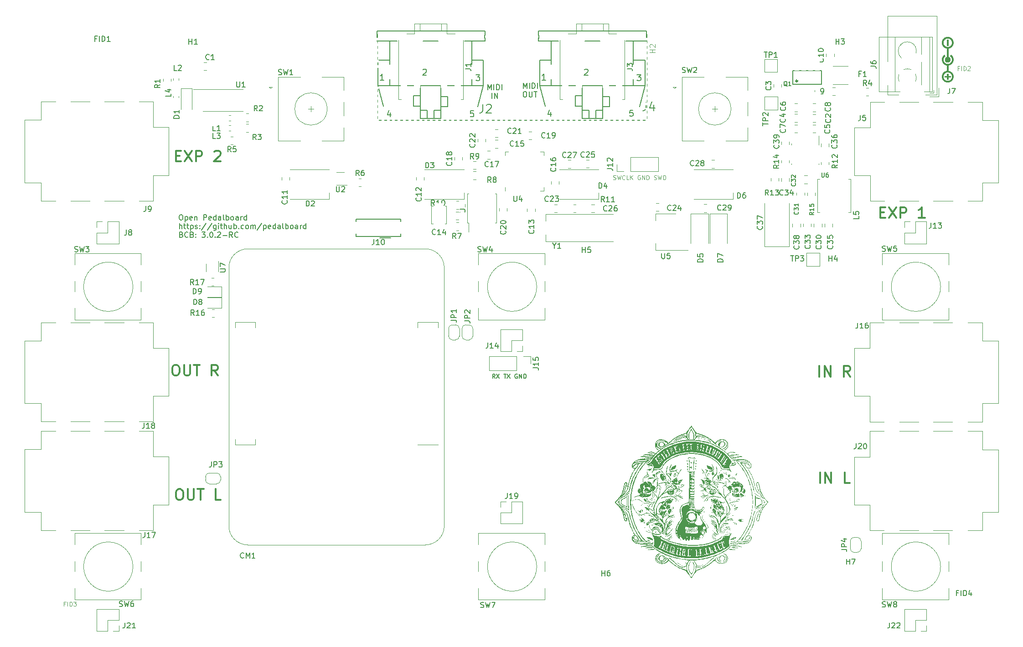
<source format=gto>
G04 #@! TF.GenerationSoftware,KiCad,Pcbnew,7.0.9-7.0.9~ubuntu23.04.1*
G04 #@! TF.CreationDate,2023-12-01T18:35:44+00:00*
G04 #@! TF.ProjectId,pedalboard-hw,70656461-6c62-46f6-9172-642d68772e6b,3.0.2-RC*
G04 #@! TF.SameCoordinates,Original*
G04 #@! TF.FileFunction,Legend,Top*
G04 #@! TF.FilePolarity,Positive*
%FSLAX46Y46*%
G04 Gerber Fmt 4.6, Leading zero omitted, Abs format (unit mm)*
G04 Created by KiCad (PCBNEW 7.0.9-7.0.9~ubuntu23.04.1) date 2023-12-01 18:35:44*
%MOMM*%
%LPD*%
G01*
G04 APERTURE LIST*
%ADD10C,0.000000*%
%ADD11C,0.019755*%
%ADD12C,0.008210*%
%ADD13C,0.004304*%
%ADD14C,0.004635*%
%ADD15C,0.300000*%
%ADD16C,0.150000*%
%ADD17C,0.125000*%
%ADD18C,0.100000*%
%ADD19C,0.160020*%
%ADD20C,0.127000*%
%ADD21C,0.120000*%
%ADD22C,0.152400*%
%ADD23C,0.203200*%
%ADD24C,0.317500*%
%ADD25C,0.010000*%
%ADD26R,2.000000X2.000000*%
%ADD27C,2.700000*%
%ADD28C,3.000000*%
%ADD29O,1.200000X2.200000*%
%ADD30O,2.200000X1.200000*%
%ADD31R,4.400000X1.800000*%
%ADD32O,4.000000X1.800000*%
%ADD33O,1.800000X4.000000*%
%ADD34R,2.000000X1.500000*%
%ADD35R,2.000000X3.800000*%
%ADD36R,2.600000X2.600000*%
%ADD37C,2.600000*%
%ADD38R,1.350000X1.350000*%
%ADD39O,1.350000X1.350000*%
%ADD40R,1.500000X1.000000*%
%ADD41R,1.700000X1.700000*%
%ADD42O,1.700000X1.700000*%
%ADD43C,0.600000*%
%ADD44R,2.000000X1.800000*%
%ADD45R,0.840000X0.840000*%
%ADD46C,0.840000*%
%ADD47O,0.850000X1.850000*%
%ADD48R,1.700000X0.900000*%
%ADD49C,2.000000*%
%ADD50C,3.200000*%
%ADD51R,3.400000X2.710000*%
%ADD52R,1.300000X0.800000*%
%ADD53R,5.600000X2.100000*%
%ADD54C,6.100000*%
%ADD55R,0.700000X0.200000*%
%ADD56R,0.650000X0.400000*%
%ADD57R,0.400000X0.650000*%
%ADD58R,5.100000X2.350000*%
%ADD59C,6.000000*%
%ADD60O,1.700000X1.950000*%
G04 APERTURE END LIST*
D10*
G36*
X143329721Y-103986939D02*
G01*
X143331298Y-103988442D01*
X143332688Y-103991099D01*
X143334896Y-103999796D01*
X143336318Y-104012875D01*
X143336928Y-104030182D01*
X143336702Y-104051560D01*
X143335612Y-104076856D01*
X143333634Y-104105914D01*
X143330740Y-104138578D01*
X143322107Y-104214108D01*
X143319301Y-104235091D01*
X143316195Y-104255629D01*
X143312820Y-104275609D01*
X143309208Y-104294917D01*
X143305389Y-104313439D01*
X143301395Y-104331063D01*
X143297255Y-104347673D01*
X143293002Y-104363157D01*
X143288667Y-104377401D01*
X143284279Y-104390291D01*
X143279872Y-104401713D01*
X143275474Y-104411554D01*
X143271118Y-104419700D01*
X143268965Y-104423102D01*
X143266834Y-104426037D01*
X143264729Y-104428492D01*
X143262653Y-104430452D01*
X143260612Y-104431903D01*
X143258607Y-104432831D01*
X143253410Y-104433825D01*
X143248407Y-104433548D01*
X143243607Y-104432071D01*
X143239018Y-104429469D01*
X143234649Y-104425812D01*
X143230508Y-104421173D01*
X143226603Y-104415625D01*
X143222943Y-104409239D01*
X143219537Y-104402089D01*
X143216392Y-104394246D01*
X143210920Y-104376772D01*
X143206596Y-104357397D01*
X143203486Y-104336699D01*
X143201657Y-104315257D01*
X143201178Y-104293649D01*
X143202114Y-104272455D01*
X143204534Y-104252253D01*
X143208503Y-104233621D01*
X143211091Y-104225076D01*
X143214091Y-104217140D01*
X143217512Y-104209886D01*
X143221363Y-104203387D01*
X143225651Y-104197715D01*
X143230386Y-104192941D01*
X143234472Y-104189190D01*
X143238764Y-104184590D01*
X143243222Y-104179206D01*
X143247804Y-104173098D01*
X143252469Y-104166328D01*
X143257174Y-104158959D01*
X143261880Y-104151053D01*
X143266545Y-104142671D01*
X143271127Y-104133875D01*
X143275585Y-104124729D01*
X143279877Y-104115293D01*
X143283963Y-104105629D01*
X143287801Y-104095800D01*
X143291349Y-104085868D01*
X143294567Y-104075895D01*
X143297412Y-104065942D01*
X143304395Y-104039623D01*
X143310773Y-104018771D01*
X143316520Y-104003232D01*
X143321611Y-103992850D01*
X143323903Y-103989545D01*
X143326020Y-103987471D01*
X143327961Y-103986608D01*
X143329721Y-103986939D01*
G37*
G36*
X139005375Y-112479527D02*
G01*
X139013059Y-112480117D01*
X139020598Y-112481016D01*
X139027976Y-112482216D01*
X139035175Y-112483709D01*
X139042181Y-112485489D01*
X139048977Y-112487549D01*
X139055547Y-112489882D01*
X139061875Y-112492480D01*
X139067944Y-112495337D01*
X139073739Y-112498444D01*
X139079243Y-112501796D01*
X139084440Y-112505385D01*
X139089315Y-112509204D01*
X139093850Y-112513246D01*
X139098030Y-112517504D01*
X139101838Y-112521970D01*
X139105259Y-112526637D01*
X139108276Y-112531500D01*
X139110874Y-112536549D01*
X139113035Y-112541779D01*
X139114744Y-112547181D01*
X139115985Y-112552750D01*
X139116741Y-112558478D01*
X139116997Y-112564357D01*
X139116905Y-112565979D01*
X139116631Y-112567538D01*
X139116183Y-112569030D01*
X139115563Y-112570455D01*
X139114779Y-112571810D01*
X139113834Y-112573093D01*
X139112734Y-112574303D01*
X139111484Y-112575437D01*
X139110090Y-112576494D01*
X139108556Y-112577471D01*
X139105090Y-112579179D01*
X139101128Y-112580546D01*
X139096712Y-112581557D01*
X139091882Y-112582195D01*
X139086679Y-112582446D01*
X139081146Y-112582294D01*
X139075324Y-112581723D01*
X139069254Y-112580717D01*
X139062977Y-112579263D01*
X139056534Y-112577343D01*
X139049968Y-112574942D01*
X139042698Y-112573163D01*
X139035464Y-112571793D01*
X139028303Y-112570826D01*
X139021250Y-112570256D01*
X139014342Y-112570080D01*
X139007614Y-112570291D01*
X139001104Y-112570884D01*
X138994847Y-112571855D01*
X138991824Y-112572481D01*
X138988879Y-112573198D01*
X138986015Y-112574008D01*
X138983237Y-112574908D01*
X138980549Y-112575899D01*
X138977956Y-112576979D01*
X138975463Y-112578149D01*
X138973074Y-112579407D01*
X138970793Y-112580754D01*
X138968625Y-112582187D01*
X138966575Y-112583707D01*
X138964647Y-112585312D01*
X138962845Y-112587003D01*
X138961175Y-112588779D01*
X138959640Y-112590638D01*
X138958246Y-112592581D01*
X138955980Y-112595884D01*
X138953182Y-112599162D01*
X138949898Y-112602387D01*
X138946175Y-112605535D01*
X138942059Y-112608580D01*
X138937597Y-112611495D01*
X138932835Y-112614256D01*
X138927820Y-112616835D01*
X138922598Y-112619208D01*
X138917215Y-112621348D01*
X138911720Y-112623230D01*
X138906157Y-112624828D01*
X138900573Y-112626116D01*
X138895015Y-112627067D01*
X138889529Y-112627657D01*
X138884163Y-112627860D01*
X138876295Y-112627525D01*
X138869216Y-112626546D01*
X138862910Y-112624961D01*
X138857360Y-112622809D01*
X138852549Y-112620127D01*
X138848460Y-112616953D01*
X138845076Y-112613326D01*
X138842381Y-112609283D01*
X138840358Y-112604864D01*
X138838989Y-112600105D01*
X138838259Y-112595045D01*
X138838150Y-112589722D01*
X138838646Y-112584174D01*
X138839730Y-112578440D01*
X138841385Y-112572557D01*
X138843594Y-112566564D01*
X138846340Y-112560498D01*
X138849607Y-112554398D01*
X138853378Y-112548302D01*
X138857636Y-112542248D01*
X138862364Y-112536274D01*
X138867546Y-112530418D01*
X138873164Y-112524719D01*
X138879202Y-112519214D01*
X138885643Y-112513942D01*
X138892471Y-112508940D01*
X138899668Y-112504247D01*
X138907217Y-112499901D01*
X138915103Y-112495940D01*
X138923307Y-112492402D01*
X138931814Y-112489325D01*
X138940607Y-112486748D01*
X138948872Y-112484618D01*
X138957122Y-112482852D01*
X138965339Y-112481445D01*
X138973508Y-112480388D01*
X138981612Y-112479675D01*
X138989635Y-112479299D01*
X138997562Y-112479252D01*
X139005375Y-112479527D01*
G37*
G36*
X130646361Y-111327149D02*
G01*
X130649318Y-111328353D01*
X130651991Y-111330266D01*
X130654384Y-111332896D01*
X130656504Y-111336251D01*
X130658355Y-111340340D01*
X130659942Y-111345172D01*
X130662347Y-111357095D01*
X130663759Y-111372087D01*
X130664221Y-111390216D01*
X130663773Y-111411549D01*
X130662457Y-111436153D01*
X130660314Y-111464096D01*
X130657386Y-111495444D01*
X130655690Y-111516279D01*
X130654568Y-111536453D01*
X130654014Y-111555966D01*
X130654023Y-111574817D01*
X130654591Y-111593007D01*
X130655712Y-111610536D01*
X130657380Y-111627403D01*
X130659591Y-111643609D01*
X130662339Y-111659153D01*
X130665620Y-111674036D01*
X130669427Y-111688257D01*
X130673757Y-111701817D01*
X130678603Y-111714715D01*
X130683961Y-111726952D01*
X130689826Y-111738528D01*
X130696191Y-111749442D01*
X130701519Y-111758439D01*
X130706899Y-111768170D01*
X130717689Y-111789461D01*
X130728314Y-111812570D01*
X130738525Y-111836755D01*
X130748075Y-111861269D01*
X130756715Y-111885371D01*
X130764198Y-111908315D01*
X130770275Y-111929358D01*
X130771359Y-111934308D01*
X130772623Y-111939231D01*
X130774060Y-111944121D01*
X130775663Y-111948974D01*
X130779344Y-111958542D01*
X130783614Y-111967888D01*
X130788422Y-111976965D01*
X130793715Y-111985726D01*
X130799443Y-111994127D01*
X130805553Y-112002118D01*
X130811993Y-112009656D01*
X130818713Y-112016691D01*
X130825660Y-112023180D01*
X130832783Y-112029074D01*
X130840029Y-112034327D01*
X130847349Y-112038893D01*
X130851019Y-112040903D01*
X130854688Y-112042725D01*
X130858350Y-112044351D01*
X130861997Y-112045776D01*
X130868685Y-112048124D01*
X130875481Y-112051164D01*
X130882329Y-112054845D01*
X130889172Y-112059115D01*
X130895953Y-112063923D01*
X130902615Y-112069216D01*
X130909101Y-112074943D01*
X130915355Y-112081053D01*
X130921319Y-112087494D01*
X130926937Y-112094213D01*
X130932152Y-112101160D01*
X130936907Y-112108283D01*
X130941145Y-112115530D01*
X130944810Y-112122849D01*
X130947844Y-112130188D01*
X130949107Y-112133850D01*
X130950191Y-112137497D01*
X130953219Y-112146417D01*
X130956350Y-112154655D01*
X130959580Y-112162212D01*
X130962911Y-112169089D01*
X130966339Y-112175287D01*
X130969865Y-112180805D01*
X130973486Y-112185645D01*
X130977201Y-112189808D01*
X130981009Y-112193294D01*
X130984910Y-112196103D01*
X130988900Y-112198237D01*
X130992980Y-112199696D01*
X130997147Y-112200480D01*
X131001401Y-112200591D01*
X131005740Y-112200028D01*
X131010164Y-112198793D01*
X131014670Y-112196886D01*
X131019257Y-112194308D01*
X131023924Y-112191060D01*
X131028671Y-112187142D01*
X131033494Y-112182554D01*
X131038394Y-112177298D01*
X131043369Y-112171374D01*
X131048418Y-112164783D01*
X131053539Y-112157525D01*
X131058731Y-112149601D01*
X131069323Y-112131757D01*
X131080183Y-112111258D01*
X131091302Y-112088107D01*
X131127755Y-112015052D01*
X131163319Y-111949153D01*
X131198428Y-111890128D01*
X131233516Y-111837691D01*
X131251188Y-111813855D01*
X131269018Y-111791559D01*
X131287059Y-111770768D01*
X131305367Y-111751447D01*
X131323995Y-111733560D01*
X131342998Y-111717071D01*
X131362429Y-111701945D01*
X131382344Y-111688147D01*
X131402796Y-111675640D01*
X131423840Y-111664390D01*
X131445530Y-111654361D01*
X131467920Y-111645517D01*
X131491065Y-111637823D01*
X131515018Y-111631244D01*
X131539835Y-111625743D01*
X131565568Y-111621285D01*
X131592273Y-111617835D01*
X131620004Y-111615357D01*
X131678760Y-111613175D01*
X131742271Y-111614456D01*
X131810969Y-111618915D01*
X131835466Y-111621185D01*
X131859973Y-111624010D01*
X131908810Y-111631235D01*
X131957069Y-111640402D01*
X132004336Y-111651327D01*
X132050197Y-111663822D01*
X132094239Y-111677702D01*
X132136049Y-111692781D01*
X132175212Y-111708873D01*
X132211317Y-111725792D01*
X132228093Y-111734504D01*
X132243949Y-111743352D01*
X132258833Y-111752314D01*
X132272695Y-111761366D01*
X132285481Y-111770486D01*
X132297141Y-111779649D01*
X132307623Y-111788833D01*
X132316875Y-111798015D01*
X132324845Y-111807170D01*
X132331482Y-111816277D01*
X132336734Y-111825311D01*
X132340549Y-111834250D01*
X132342876Y-111843070D01*
X132343664Y-111851747D01*
X132343581Y-111859800D01*
X132343168Y-111866727D01*
X132342175Y-111872475D01*
X132340356Y-111876993D01*
X132339059Y-111878775D01*
X132337462Y-111880230D01*
X132335535Y-111881352D01*
X132333245Y-111882134D01*
X132330563Y-111882569D01*
X132327458Y-111882652D01*
X132319851Y-111881734D01*
X132310177Y-111879328D01*
X132298188Y-111875381D01*
X132283636Y-111869843D01*
X132266273Y-111862662D01*
X132222120Y-111843163D01*
X132163747Y-111816470D01*
X132130119Y-111802126D01*
X132097959Y-111789523D01*
X132067163Y-111778666D01*
X132037629Y-111769562D01*
X132009251Y-111762214D01*
X131981928Y-111756629D01*
X131955556Y-111752811D01*
X131930032Y-111750765D01*
X131905251Y-111750497D01*
X131881111Y-111752012D01*
X131857509Y-111755315D01*
X131834341Y-111760412D01*
X131811503Y-111767306D01*
X131788893Y-111776004D01*
X131766407Y-111786511D01*
X131743941Y-111798831D01*
X131722292Y-111810813D01*
X131695104Y-111825234D01*
X131628407Y-111859244D01*
X131552449Y-111896561D01*
X131475831Y-111932886D01*
X131443270Y-111949406D01*
X131411800Y-111967151D01*
X131381518Y-111986022D01*
X131352524Y-112005922D01*
X131324914Y-112026752D01*
X131298787Y-112048413D01*
X131274242Y-112070809D01*
X131251376Y-112093841D01*
X131230287Y-112117409D01*
X131211075Y-112141418D01*
X131193836Y-112165767D01*
X131178670Y-112190359D01*
X131165674Y-112215096D01*
X131154947Y-112239880D01*
X131150465Y-112252258D01*
X131146587Y-112264612D01*
X131143325Y-112276928D01*
X131140691Y-112289194D01*
X131138545Y-112298505D01*
X131136085Y-112307257D01*
X131133331Y-112315447D01*
X131130301Y-112323072D01*
X131127012Y-112330132D01*
X131123483Y-112336624D01*
X131119732Y-112342547D01*
X131115777Y-112347897D01*
X131111635Y-112352674D01*
X131107326Y-112356876D01*
X131102866Y-112360500D01*
X131098275Y-112363545D01*
X131093571Y-112366008D01*
X131088770Y-112367888D01*
X131083893Y-112369183D01*
X131078955Y-112369890D01*
X131073977Y-112370009D01*
X131068975Y-112369536D01*
X131063968Y-112368471D01*
X131058974Y-112366810D01*
X131054011Y-112364553D01*
X131049097Y-112361697D01*
X131044250Y-112358240D01*
X131039488Y-112354180D01*
X131034830Y-112349516D01*
X131030293Y-112344245D01*
X131025896Y-112338366D01*
X131021657Y-112331876D01*
X131017593Y-112324774D01*
X131013722Y-112317058D01*
X131010064Y-112308725D01*
X131006636Y-112299774D01*
X131002926Y-112291144D01*
X130998450Y-112282488D01*
X130993272Y-112273862D01*
X130987453Y-112265325D01*
X130981056Y-112256932D01*
X130974142Y-112248740D01*
X130966773Y-112240807D01*
X130959011Y-112233189D01*
X130950918Y-112225943D01*
X130942557Y-112219126D01*
X130933989Y-112212794D01*
X130925276Y-112207006D01*
X130916481Y-112201816D01*
X130907665Y-112197283D01*
X130898890Y-112193463D01*
X130890219Y-112190413D01*
X130874532Y-112185255D01*
X130859144Y-112177591D01*
X130843943Y-112167229D01*
X130828814Y-112153978D01*
X130813643Y-112137648D01*
X130798318Y-112118046D01*
X130782724Y-112094982D01*
X130766747Y-112068265D01*
X130750274Y-112037702D01*
X130733192Y-112003104D01*
X130715386Y-111964278D01*
X130696743Y-111921035D01*
X130656490Y-111820527D01*
X130611525Y-111700052D01*
X130597837Y-111662027D01*
X130585866Y-111627195D01*
X130575589Y-111595361D01*
X130566987Y-111566327D01*
X130560038Y-111539898D01*
X130557177Y-111527599D01*
X130554722Y-111515878D01*
X130552670Y-111504709D01*
X130551019Y-111494068D01*
X130549765Y-111483932D01*
X130548907Y-111474275D01*
X130548441Y-111465072D01*
X130548366Y-111456300D01*
X130548678Y-111447933D01*
X130549375Y-111439948D01*
X130550455Y-111432319D01*
X130551914Y-111425022D01*
X130553751Y-111418032D01*
X130555962Y-111411326D01*
X130558546Y-111404878D01*
X130561498Y-111398663D01*
X130564818Y-111392658D01*
X130568502Y-111386838D01*
X130572548Y-111381178D01*
X130576953Y-111375653D01*
X130581715Y-111370240D01*
X130586830Y-111364913D01*
X130600025Y-111352232D01*
X130611855Y-111342017D01*
X130622363Y-111334334D01*
X130627133Y-111331463D01*
X130631589Y-111329250D01*
X130635734Y-111327704D01*
X130639575Y-111326833D01*
X130643115Y-111326645D01*
X130646361Y-111327149D01*
G37*
G36*
X144702373Y-111273845D02*
G01*
X144705093Y-111274316D01*
X144707874Y-111275046D01*
X144710729Y-111276037D01*
X144713666Y-111277289D01*
X144716696Y-111278803D01*
X144719829Y-111280579D01*
X144723076Y-111282617D01*
X144726447Y-111284919D01*
X144729952Y-111287486D01*
X144737407Y-111293414D01*
X144745523Y-111300407D01*
X144754384Y-111308469D01*
X144762447Y-111316707D01*
X144766076Y-111320568D01*
X144769440Y-111324269D01*
X144772537Y-111327816D01*
X144775368Y-111331220D01*
X144777935Y-111334488D01*
X144780237Y-111337629D01*
X144782276Y-111340651D01*
X144784052Y-111343563D01*
X144785565Y-111346372D01*
X144786818Y-111349088D01*
X144787809Y-111351718D01*
X144788539Y-111354272D01*
X144789010Y-111356757D01*
X144789222Y-111359182D01*
X144789176Y-111361555D01*
X144788872Y-111363885D01*
X144788311Y-111366180D01*
X144787493Y-111368449D01*
X144786420Y-111370699D01*
X144785091Y-111372940D01*
X144783508Y-111375180D01*
X144781671Y-111377426D01*
X144779581Y-111379689D01*
X144777238Y-111381975D01*
X144774643Y-111384293D01*
X144771797Y-111386652D01*
X144768700Y-111389060D01*
X144765354Y-111391526D01*
X144757913Y-111396663D01*
X144748729Y-111402227D01*
X144739711Y-111407028D01*
X144730882Y-111411087D01*
X144722263Y-111414427D01*
X144713877Y-111417069D01*
X144705746Y-111419035D01*
X144697891Y-111420347D01*
X144690334Y-111421028D01*
X144683098Y-111421099D01*
X144676204Y-111420582D01*
X144669674Y-111419500D01*
X144663531Y-111417873D01*
X144657796Y-111415724D01*
X144652491Y-111413076D01*
X144647638Y-111409949D01*
X144643260Y-111406367D01*
X144639377Y-111402350D01*
X144636013Y-111397921D01*
X144633189Y-111393102D01*
X144630926Y-111387915D01*
X144629248Y-111382381D01*
X144628175Y-111376524D01*
X144627731Y-111370364D01*
X144627936Y-111363923D01*
X144628813Y-111357224D01*
X144630384Y-111350289D01*
X144632670Y-111343139D01*
X144635695Y-111335797D01*
X144639478Y-111328284D01*
X144644044Y-111320623D01*
X144649413Y-111312835D01*
X144655608Y-111304942D01*
X144661988Y-111297502D01*
X144667954Y-111291058D01*
X144670809Y-111288212D01*
X144673591Y-111285618D01*
X144676310Y-111283275D01*
X144678979Y-111281185D01*
X144681606Y-111279348D01*
X144684201Y-111277764D01*
X144686777Y-111276436D01*
X144689342Y-111275362D01*
X144691906Y-111274545D01*
X144694482Y-111273983D01*
X144697078Y-111273679D01*
X144699704Y-111273633D01*
X144702373Y-111273845D01*
G37*
G36*
X142231583Y-108898116D02*
G01*
X142234039Y-108898436D01*
X142236620Y-108899068D01*
X142239337Y-108900013D01*
X142242200Y-108901271D01*
X142245221Y-108902845D01*
X142248411Y-108904736D01*
X142251780Y-108906944D01*
X142255340Y-108909471D01*
X142263075Y-108915488D01*
X142271704Y-108922797D01*
X142281315Y-108931408D01*
X142291995Y-108941332D01*
X142298485Y-108947475D01*
X142304718Y-108953975D01*
X142310688Y-108960795D01*
X142316387Y-108967900D01*
X142321806Y-108975253D01*
X142326939Y-108982817D01*
X142331777Y-108990557D01*
X142336313Y-108998437D01*
X142340539Y-109006420D01*
X142344447Y-109014471D01*
X142348030Y-109022552D01*
X142351279Y-109030628D01*
X142354187Y-109038663D01*
X142356746Y-109046620D01*
X142358949Y-109054464D01*
X142360787Y-109062158D01*
X142362254Y-109069665D01*
X142363340Y-109076951D01*
X142364039Y-109083978D01*
X142364343Y-109090711D01*
X142364243Y-109097113D01*
X142363733Y-109103148D01*
X142362804Y-109108779D01*
X142361449Y-109113972D01*
X142359659Y-109118689D01*
X142357428Y-109122895D01*
X142354748Y-109126553D01*
X142351610Y-109129627D01*
X142348006Y-109132080D01*
X142343931Y-109133878D01*
X142339374Y-109134983D01*
X142334329Y-109135359D01*
X142329239Y-109134933D01*
X142323910Y-109133682D01*
X142318371Y-109131653D01*
X142312653Y-109128889D01*
X142306785Y-109125436D01*
X142300797Y-109121337D01*
X142288579Y-109111381D01*
X142276237Y-109099379D01*
X142264008Y-109085688D01*
X142252131Y-109070663D01*
X142240844Y-109054661D01*
X142230383Y-109038039D01*
X142220986Y-109021154D01*
X142212892Y-109004362D01*
X142206338Y-108988019D01*
X142201561Y-108972483D01*
X142199914Y-108965128D01*
X142198800Y-108958109D01*
X142198249Y-108951469D01*
X142198292Y-108945254D01*
X142198957Y-108939508D01*
X142200275Y-108934276D01*
X142204134Y-108925596D01*
X142207833Y-108918084D01*
X142211459Y-108911750D01*
X142213273Y-108909028D01*
X142215102Y-108906604D01*
X142216956Y-108904481D01*
X142218847Y-108902658D01*
X142220786Y-108901138D01*
X142222784Y-108899921D01*
X142224851Y-108899009D01*
X142227000Y-108898403D01*
X142229240Y-108898105D01*
X142231583Y-108898116D01*
G37*
G36*
X133694012Y-98200305D02*
G01*
X133694951Y-98200832D01*
X133695864Y-98201710D01*
X133696759Y-98202940D01*
X133697644Y-98204522D01*
X133698527Y-98206454D01*
X133700315Y-98211374D01*
X133702185Y-98217699D01*
X133704201Y-98225430D01*
X133708913Y-98245109D01*
X133710434Y-98251660D01*
X133711693Y-98258074D01*
X133712697Y-98264342D01*
X133713454Y-98270451D01*
X133713971Y-98276389D01*
X133714254Y-98282145D01*
X133714312Y-98287708D01*
X133714150Y-98293065D01*
X133713776Y-98298204D01*
X133713198Y-98303116D01*
X133712422Y-98307787D01*
X133711456Y-98312206D01*
X133710306Y-98316361D01*
X133708980Y-98320241D01*
X133707484Y-98323835D01*
X133705827Y-98327130D01*
X133704014Y-98330115D01*
X133702053Y-98332778D01*
X133699952Y-98335108D01*
X133697717Y-98337093D01*
X133695355Y-98338722D01*
X133692874Y-98339982D01*
X133690280Y-98340862D01*
X133687581Y-98341351D01*
X133684784Y-98341437D01*
X133681896Y-98341109D01*
X133678924Y-98340353D01*
X133675875Y-98339160D01*
X133672756Y-98337518D01*
X133669575Y-98335414D01*
X133666338Y-98332837D01*
X133663052Y-98329776D01*
X133661781Y-98328702D01*
X133660611Y-98327468D01*
X133659543Y-98326081D01*
X133658574Y-98324546D01*
X133656929Y-98321055D01*
X133655666Y-98317042D01*
X133654775Y-98312554D01*
X133654246Y-98307637D01*
X133654069Y-98302338D01*
X133654233Y-98296702D01*
X133654727Y-98290778D01*
X133655542Y-98284610D01*
X133656667Y-98278246D01*
X133658091Y-98271732D01*
X133659805Y-98265115D01*
X133661798Y-98258441D01*
X133664060Y-98251757D01*
X133666580Y-98245109D01*
X133675923Y-98225430D01*
X133679758Y-98217699D01*
X133683117Y-98211374D01*
X133686062Y-98206454D01*
X133687400Y-98204522D01*
X133688657Y-98202940D01*
X133689841Y-98201710D01*
X133690961Y-98200832D01*
X133692025Y-98200305D01*
X133693039Y-98200129D01*
X133694012Y-98200305D01*
G37*
G36*
X133698358Y-109122627D02*
G01*
X133699606Y-109123291D01*
X133700762Y-109124562D01*
X133701837Y-109126436D01*
X133702843Y-109128912D01*
X133703790Y-109131989D01*
X133705551Y-109139934D01*
X133707209Y-109150256D01*
X133708852Y-109162940D01*
X133712442Y-109195331D01*
X133715398Y-109215884D01*
X133718891Y-109237388D01*
X133722797Y-109259141D01*
X133726993Y-109280439D01*
X133731355Y-109300579D01*
X133735758Y-109318859D01*
X133740078Y-109334575D01*
X133742168Y-109341253D01*
X133744192Y-109347026D01*
X133749257Y-109359300D01*
X133753872Y-109371631D01*
X133758041Y-109383995D01*
X133761769Y-109396366D01*
X133765060Y-109408719D01*
X133767919Y-109421028D01*
X133770350Y-109433270D01*
X133772359Y-109445417D01*
X133773949Y-109457446D01*
X133775124Y-109469330D01*
X133775890Y-109481046D01*
X133776252Y-109492566D01*
X133776212Y-109503868D01*
X133775777Y-109514924D01*
X133774950Y-109525711D01*
X133773737Y-109536202D01*
X133772141Y-109546373D01*
X133770167Y-109556198D01*
X133767819Y-109565653D01*
X133765103Y-109574712D01*
X133762023Y-109583349D01*
X133758582Y-109591540D01*
X133754787Y-109599260D01*
X133750641Y-109606483D01*
X133746148Y-109613184D01*
X133741314Y-109619337D01*
X133736142Y-109624919D01*
X133730638Y-109629903D01*
X133724806Y-109634264D01*
X133718650Y-109637977D01*
X133712175Y-109641018D01*
X133705385Y-109643359D01*
X133684896Y-109648522D01*
X133665124Y-109652787D01*
X133646104Y-109656186D01*
X133627871Y-109658752D01*
X133610459Y-109660517D01*
X133593904Y-109661513D01*
X133578240Y-109661773D01*
X133563503Y-109661329D01*
X133549727Y-109660213D01*
X133536946Y-109658457D01*
X133525197Y-109656095D01*
X133514514Y-109653157D01*
X133504931Y-109649677D01*
X133496484Y-109645686D01*
X133489207Y-109641218D01*
X133483136Y-109636303D01*
X133478305Y-109630976D01*
X133474749Y-109625267D01*
X133472503Y-109619210D01*
X133471602Y-109612835D01*
X133472080Y-109606177D01*
X133473974Y-109599267D01*
X133477316Y-109592137D01*
X133482144Y-109584820D01*
X133488490Y-109577348D01*
X133496391Y-109569753D01*
X133505881Y-109562068D01*
X133516994Y-109554324D01*
X133529767Y-109546555D01*
X133544233Y-109538792D01*
X133560428Y-109531068D01*
X133578386Y-109523415D01*
X133588390Y-109519094D01*
X133597897Y-109514731D01*
X133606905Y-109510324D01*
X133615414Y-109505872D01*
X133623421Y-109501373D01*
X133630925Y-109496826D01*
X133637926Y-109492231D01*
X133644422Y-109487585D01*
X133650411Y-109482887D01*
X133655892Y-109478136D01*
X133660864Y-109473331D01*
X133665326Y-109468471D01*
X133669277Y-109463554D01*
X133672714Y-109458578D01*
X133675638Y-109453543D01*
X133678046Y-109448448D01*
X133679937Y-109443290D01*
X133681310Y-109438070D01*
X133682164Y-109432784D01*
X133682497Y-109427433D01*
X133682308Y-109422014D01*
X133681596Y-109416527D01*
X133680359Y-109410971D01*
X133678597Y-109405343D01*
X133676307Y-109399643D01*
X133673489Y-109393869D01*
X133670142Y-109388021D01*
X133666263Y-109382096D01*
X133661852Y-109376093D01*
X133656908Y-109370012D01*
X133651429Y-109363851D01*
X133645413Y-109357608D01*
X133640454Y-109352145D01*
X133636167Y-109346315D01*
X133632561Y-109340083D01*
X133629649Y-109333410D01*
X133627439Y-109326263D01*
X133625942Y-109318603D01*
X133625168Y-109310396D01*
X133625129Y-109301605D01*
X133625833Y-109292194D01*
X133627292Y-109282127D01*
X133629516Y-109271367D01*
X133632515Y-109259878D01*
X133636299Y-109247625D01*
X133640880Y-109234571D01*
X133646266Y-109220679D01*
X133652469Y-109205914D01*
X133668792Y-109170010D01*
X133675436Y-109155863D01*
X133681187Y-109144233D01*
X133686132Y-109135105D01*
X133690358Y-109128462D01*
X133692229Y-109126067D01*
X133693954Y-109124289D01*
X133695543Y-109123124D01*
X133697007Y-109122571D01*
X133698358Y-109122627D01*
G37*
G36*
X131621139Y-101784162D02*
G01*
X131622895Y-101784435D01*
X131627022Y-101785693D01*
X131631935Y-101787880D01*
X131637591Y-101790977D01*
X131643951Y-101794963D01*
X131650972Y-101799817D01*
X131658613Y-101805519D01*
X131666833Y-101812047D01*
X131675591Y-101819382D01*
X131684844Y-101827501D01*
X131694553Y-101836386D01*
X131703193Y-101845692D01*
X131711255Y-101855061D01*
X131718740Y-101864455D01*
X131725648Y-101873834D01*
X131731980Y-101883159D01*
X131737736Y-101892390D01*
X131742917Y-101901489D01*
X131747524Y-101910414D01*
X131751558Y-101919128D01*
X131755018Y-101927591D01*
X131757906Y-101935763D01*
X131760223Y-101943604D01*
X131761968Y-101951077D01*
X131763143Y-101958140D01*
X131763749Y-101964755D01*
X131763785Y-101970883D01*
X131763253Y-101976483D01*
X131762153Y-101981517D01*
X131760486Y-101985945D01*
X131758252Y-101989727D01*
X131755453Y-101992825D01*
X131753841Y-101994105D01*
X131752088Y-101995199D01*
X131750194Y-101996102D01*
X131748159Y-101996809D01*
X131743666Y-101997617D01*
X131738609Y-101997582D01*
X131732990Y-101996665D01*
X131726809Y-101994827D01*
X131720067Y-101992028D01*
X131712764Y-101988230D01*
X131704901Y-101983392D01*
X131696478Y-101977476D01*
X131687497Y-101970441D01*
X131680547Y-101964949D01*
X131674233Y-101960402D01*
X131668529Y-101956838D01*
X131665898Y-101955435D01*
X131663409Y-101954291D01*
X131661060Y-101953411D01*
X131658847Y-101952799D01*
X131656767Y-101952459D01*
X131654817Y-101952397D01*
X131652993Y-101952616D01*
X131651293Y-101953121D01*
X131649713Y-101953917D01*
X131648250Y-101955008D01*
X131646901Y-101956399D01*
X131645662Y-101958094D01*
X131644531Y-101960098D01*
X131643503Y-101962416D01*
X131642576Y-101965051D01*
X131641747Y-101968008D01*
X131640368Y-101974908D01*
X131639340Y-101983151D01*
X131638639Y-101992774D01*
X131638236Y-102003813D01*
X131638108Y-102016304D01*
X131638229Y-102025516D01*
X131638583Y-102034604D01*
X131639154Y-102043527D01*
X131639927Y-102052242D01*
X131640886Y-102060710D01*
X131642015Y-102068889D01*
X131643299Y-102076737D01*
X131644723Y-102084213D01*
X131646270Y-102091275D01*
X131647927Y-102097883D01*
X131649676Y-102103994D01*
X131651503Y-102109568D01*
X131653392Y-102114564D01*
X131655327Y-102118939D01*
X131657293Y-102122653D01*
X131659275Y-102125664D01*
X131663110Y-102130290D01*
X131666677Y-102136171D01*
X131669978Y-102143218D01*
X131673014Y-102151344D01*
X131678297Y-102170475D01*
X131682536Y-102192857D01*
X131685742Y-102217782D01*
X131687924Y-102244541D01*
X131689094Y-102272427D01*
X131689261Y-102300731D01*
X131688436Y-102328745D01*
X131686629Y-102355763D01*
X131683850Y-102381075D01*
X131680111Y-102403974D01*
X131675420Y-102423751D01*
X131669789Y-102439699D01*
X131666624Y-102446016D01*
X131663228Y-102451110D01*
X131659602Y-102454893D01*
X131655747Y-102457276D01*
X131647433Y-102458563D01*
X131637145Y-102457238D01*
X131625042Y-102453459D01*
X131611278Y-102447382D01*
X131596010Y-102439166D01*
X131579395Y-102428968D01*
X131542748Y-102403257D01*
X131502587Y-102371510D01*
X131460162Y-102334988D01*
X131416724Y-102294953D01*
X131373525Y-102252664D01*
X131331813Y-102209383D01*
X131292840Y-102166371D01*
X131257857Y-102124889D01*
X131228114Y-102086197D01*
X131204861Y-102051556D01*
X131196060Y-102036149D01*
X131189350Y-102022228D01*
X131184888Y-102009950D01*
X131182830Y-101999473D01*
X131183333Y-101990955D01*
X131186552Y-101984553D01*
X131195262Y-101974187D01*
X131204185Y-101964260D01*
X131213306Y-101954777D01*
X131222609Y-101945740D01*
X131232080Y-101937156D01*
X131241704Y-101929029D01*
X131251466Y-101921363D01*
X131261352Y-101914163D01*
X131271347Y-101907433D01*
X131281435Y-101901177D01*
X131291601Y-101895401D01*
X131301832Y-101890109D01*
X131312112Y-101885305D01*
X131322426Y-101880994D01*
X131332760Y-101877181D01*
X131343098Y-101873869D01*
X131353425Y-101871064D01*
X131363728Y-101868770D01*
X131373990Y-101866991D01*
X131384198Y-101865732D01*
X131394335Y-101864998D01*
X131404389Y-101864792D01*
X131414342Y-101865121D01*
X131424181Y-101865987D01*
X131433892Y-101867396D01*
X131443458Y-101869352D01*
X131452865Y-101871860D01*
X131462098Y-101874924D01*
X131471143Y-101878548D01*
X131479984Y-101882738D01*
X131488607Y-101887498D01*
X131496997Y-101892832D01*
X131505211Y-101898435D01*
X131513304Y-101903350D01*
X131521261Y-101907589D01*
X131529064Y-101911166D01*
X131536696Y-101914095D01*
X131544141Y-101916388D01*
X131551382Y-101918060D01*
X131558402Y-101919124D01*
X131565185Y-101919594D01*
X131571712Y-101919483D01*
X131577969Y-101918805D01*
X131583937Y-101917574D01*
X131589601Y-101915802D01*
X131594943Y-101913504D01*
X131599946Y-101910693D01*
X131604594Y-101907383D01*
X131608870Y-101903587D01*
X131612757Y-101899319D01*
X131616239Y-101894592D01*
X131619298Y-101889420D01*
X131621918Y-101883817D01*
X131624082Y-101877796D01*
X131625772Y-101871370D01*
X131626974Y-101864554D01*
X131627669Y-101857360D01*
X131627840Y-101849803D01*
X131627472Y-101841895D01*
X131626547Y-101833651D01*
X131625048Y-101825084D01*
X131622959Y-101816208D01*
X131620262Y-101807036D01*
X131616942Y-101797582D01*
X131615488Y-101792824D01*
X131615151Y-101790842D01*
X131615068Y-101789121D01*
X131615232Y-101787658D01*
X131615639Y-101786451D01*
X131616284Y-101785497D01*
X131617162Y-101784794D01*
X131618267Y-101784338D01*
X131619594Y-101784129D01*
X131621139Y-101784162D01*
G37*
G36*
X143260075Y-103600182D02*
G01*
X143268749Y-103600441D01*
X143277920Y-103600928D01*
X143287546Y-103601647D01*
X143297585Y-103602604D01*
X143307996Y-103603804D01*
X143322478Y-103605308D01*
X143335550Y-103607242D01*
X143347288Y-103609702D01*
X143352682Y-103611161D01*
X143357771Y-103612788D01*
X143362566Y-103614596D01*
X143367075Y-103616597D01*
X143371310Y-103618804D01*
X143375279Y-103621228D01*
X143378992Y-103623883D01*
X143382460Y-103626779D01*
X143385690Y-103629930D01*
X143388694Y-103633348D01*
X143391481Y-103637045D01*
X143394061Y-103641033D01*
X143396443Y-103645325D01*
X143398637Y-103649933D01*
X143400653Y-103654869D01*
X143402500Y-103660145D01*
X143405727Y-103671768D01*
X143408396Y-103684900D01*
X143410584Y-103699638D01*
X143412369Y-103716083D01*
X143413829Y-103734330D01*
X143417116Y-103772544D01*
X143418039Y-103787583D01*
X143418295Y-103799926D01*
X143418129Y-103805088D01*
X143417745Y-103809581D01*
X143417124Y-103813404D01*
X143416249Y-103816559D01*
X143415102Y-103819047D01*
X143413668Y-103820871D01*
X143411926Y-103822030D01*
X143409862Y-103822526D01*
X143407456Y-103822361D01*
X143404691Y-103821535D01*
X143401551Y-103820051D01*
X143398018Y-103817909D01*
X143394073Y-103815111D01*
X143389700Y-103811658D01*
X143379600Y-103802792D01*
X143367578Y-103791321D01*
X143353493Y-103777257D01*
X143318581Y-103741386D01*
X143296662Y-103717980D01*
X143276191Y-103695690D01*
X143257622Y-103674972D01*
X143241409Y-103656279D01*
X143234329Y-103647834D01*
X143228008Y-103640066D01*
X143222503Y-103633032D01*
X143217872Y-103626788D01*
X143214171Y-103621392D01*
X143211457Y-103616901D01*
X143210488Y-103615012D01*
X143209787Y-103613370D01*
X143209361Y-103611983D01*
X143209218Y-103610858D01*
X143209341Y-103609886D01*
X143209707Y-103608957D01*
X143210311Y-103608070D01*
X143211147Y-103607227D01*
X143213497Y-103605672D01*
X143216714Y-103604299D01*
X143220759Y-103603111D01*
X143225589Y-103602115D01*
X143231163Y-103601315D01*
X143237440Y-103600716D01*
X143244379Y-103600324D01*
X143251937Y-103600145D01*
X143260075Y-103600182D01*
G37*
G36*
X137602015Y-98975430D02*
G01*
X137603936Y-98975643D01*
X137605813Y-98975992D01*
X137607645Y-98976475D01*
X137609430Y-98977087D01*
X137611168Y-98977824D01*
X137612856Y-98978682D01*
X137614494Y-98979658D01*
X137616080Y-98980748D01*
X137617613Y-98981948D01*
X137619092Y-98983253D01*
X137620516Y-98984661D01*
X137623191Y-98987767D01*
X137625629Y-98991234D01*
X137627818Y-98995032D01*
X137629749Y-98999130D01*
X137631411Y-99003497D01*
X137632794Y-99008101D01*
X137633888Y-99012912D01*
X137634682Y-99017899D01*
X137635166Y-99023030D01*
X137635330Y-99028275D01*
X137635289Y-99030910D01*
X137635166Y-99033521D01*
X137634964Y-99036102D01*
X137634682Y-99038652D01*
X137634323Y-99041165D01*
X137633888Y-99043639D01*
X137633378Y-99046068D01*
X137632794Y-99048450D01*
X137632138Y-99050780D01*
X137631411Y-99053054D01*
X137630614Y-99055269D01*
X137629749Y-99057421D01*
X137628816Y-99059505D01*
X137627818Y-99061519D01*
X137626755Y-99063457D01*
X137625629Y-99065317D01*
X137624440Y-99067094D01*
X137623191Y-99068784D01*
X137621883Y-99070385D01*
X137620516Y-99071890D01*
X137619092Y-99073298D01*
X137617613Y-99074603D01*
X137616080Y-99075803D01*
X137614494Y-99076893D01*
X137612856Y-99077869D01*
X137611168Y-99078727D01*
X137609430Y-99079464D01*
X137607645Y-99080076D01*
X137605813Y-99080558D01*
X137603936Y-99080908D01*
X137602015Y-99081120D01*
X137600052Y-99081192D01*
X137598399Y-99081120D01*
X137596749Y-99080908D01*
X137595105Y-99080558D01*
X137593472Y-99080076D01*
X137591851Y-99079464D01*
X137590246Y-99078727D01*
X137588661Y-99077869D01*
X137587098Y-99076893D01*
X137584053Y-99074603D01*
X137581138Y-99071890D01*
X137578377Y-99068784D01*
X137575798Y-99065317D01*
X137573425Y-99061519D01*
X137571285Y-99057421D01*
X137569403Y-99053054D01*
X137567805Y-99048450D01*
X137566518Y-99043639D01*
X137565566Y-99038652D01*
X137564976Y-99033521D01*
X137564773Y-99028275D01*
X137564825Y-99025641D01*
X137564976Y-99023030D01*
X137565224Y-99020449D01*
X137565566Y-99017899D01*
X137565998Y-99015386D01*
X137566518Y-99012912D01*
X137567121Y-99010483D01*
X137567805Y-99008101D01*
X137568567Y-99005771D01*
X137569403Y-99003497D01*
X137570310Y-99001282D01*
X137571285Y-98999130D01*
X137572324Y-98997046D01*
X137573425Y-98995032D01*
X137574584Y-98993094D01*
X137575798Y-98991234D01*
X137577063Y-98989457D01*
X137578377Y-98987767D01*
X137579737Y-98986167D01*
X137581138Y-98984661D01*
X137582578Y-98983253D01*
X137584053Y-98981948D01*
X137585561Y-98980748D01*
X137587098Y-98979658D01*
X137588661Y-98978682D01*
X137590246Y-98977824D01*
X137591851Y-98977087D01*
X137593472Y-98976475D01*
X137595105Y-98975992D01*
X137596749Y-98975643D01*
X137598399Y-98975430D01*
X137600052Y-98975359D01*
X137602015Y-98975430D01*
G37*
G36*
X145706715Y-106647120D02*
G01*
X145708104Y-106647322D01*
X145709339Y-106647707D01*
X145710412Y-106648276D01*
X145711241Y-106649411D01*
X145711745Y-106650828D01*
X145711933Y-106652517D01*
X145711811Y-106654470D01*
X145710668Y-106659136D01*
X145708373Y-106664757D01*
X145704982Y-106671268D01*
X145700553Y-106678600D01*
X145695142Y-106686686D01*
X145688805Y-106695460D01*
X145681601Y-106704854D01*
X145673585Y-106714800D01*
X145664815Y-106725233D01*
X145655347Y-106736084D01*
X145634546Y-106758773D01*
X145611636Y-106782330D01*
X145590012Y-106802312D01*
X145571432Y-106818656D01*
X145555880Y-106831444D01*
X145543340Y-106840760D01*
X145533798Y-106846686D01*
X145530146Y-106848403D01*
X145527238Y-106849304D01*
X145525071Y-106849399D01*
X145523643Y-106848698D01*
X145522954Y-106847211D01*
X145523000Y-106844950D01*
X145523780Y-106841923D01*
X145525292Y-106838142D01*
X145530503Y-106828358D01*
X145538619Y-106815680D01*
X145549623Y-106800191D01*
X145563501Y-106781973D01*
X145580236Y-106761109D01*
X145599814Y-106737683D01*
X145622218Y-106711775D01*
X145629487Y-106703427D01*
X145636715Y-106695591D01*
X145643860Y-106688281D01*
X145650881Y-106681514D01*
X145657737Y-106675305D01*
X145664386Y-106669670D01*
X145670787Y-106664624D01*
X145676899Y-106660182D01*
X145682680Y-106656361D01*
X145688089Y-106653175D01*
X145693084Y-106650640D01*
X145695414Y-106649622D01*
X145697625Y-106648772D01*
X145699712Y-106648093D01*
X145701669Y-106647586D01*
X145703493Y-106647254D01*
X145705176Y-106647098D01*
X145706715Y-106647120D01*
G37*
G36*
X147276746Y-104482221D02*
G01*
X147286131Y-104482303D01*
X147294446Y-104482551D01*
X147301697Y-104482965D01*
X147307889Y-104483543D01*
X147310589Y-104483895D01*
X147313026Y-104484287D01*
X147315201Y-104484721D01*
X147317115Y-104485197D01*
X147318767Y-104485713D01*
X147320159Y-104486271D01*
X147321292Y-104486871D01*
X147322165Y-104487512D01*
X147322780Y-104488194D01*
X147323138Y-104488917D01*
X147323238Y-104489682D01*
X147323082Y-104490488D01*
X147322670Y-104491335D01*
X147322003Y-104492224D01*
X147321081Y-104493154D01*
X147319905Y-104494126D01*
X147318477Y-104495139D01*
X147316796Y-104496193D01*
X147314862Y-104497288D01*
X147312678Y-104498425D01*
X147307558Y-104500823D01*
X147301440Y-104503386D01*
X147296073Y-104505571D01*
X147290581Y-104508133D01*
X147285007Y-104511037D01*
X147279392Y-104514245D01*
X147273776Y-104517722D01*
X147268202Y-104521432D01*
X147262710Y-104525338D01*
X147257343Y-104529404D01*
X147252141Y-104533594D01*
X147247145Y-104537872D01*
X147242398Y-104542202D01*
X147237940Y-104546547D01*
X147233813Y-104550871D01*
X147230057Y-104555139D01*
X147226715Y-104559314D01*
X147223828Y-104563359D01*
X147220604Y-104567578D01*
X147219056Y-104569380D01*
X147217551Y-104570980D01*
X147216090Y-104572378D01*
X147214674Y-104573576D01*
X147213302Y-104574574D01*
X147211977Y-104575376D01*
X147210698Y-104575980D01*
X147209466Y-104576390D01*
X147208283Y-104576606D01*
X147207147Y-104576629D01*
X147206061Y-104576462D01*
X147205024Y-104576104D01*
X147204038Y-104575558D01*
X147203103Y-104574824D01*
X147202219Y-104573904D01*
X147201388Y-104572800D01*
X147200610Y-104571512D01*
X147199885Y-104570042D01*
X147199215Y-104568391D01*
X147198600Y-104566561D01*
X147197536Y-104562366D01*
X147196700Y-104557469D01*
X147196096Y-104551880D01*
X147195730Y-104545608D01*
X147195607Y-104538664D01*
X147195898Y-104531597D01*
X147196778Y-104524953D01*
X147197443Y-104521793D01*
X147198258Y-104518743D01*
X147199226Y-104515805D01*
X147200347Y-104512978D01*
X147201624Y-104510265D01*
X147203057Y-104507668D01*
X147204648Y-104505186D01*
X147206397Y-104502822D01*
X147208307Y-104500577D01*
X147210378Y-104498452D01*
X147212612Y-104496449D01*
X147215010Y-104494568D01*
X147217573Y-104492811D01*
X147220303Y-104491180D01*
X147223201Y-104489675D01*
X147226268Y-104488298D01*
X147229506Y-104487050D01*
X147232916Y-104485933D01*
X147236498Y-104484947D01*
X147240255Y-104484095D01*
X147248298Y-104482794D01*
X147257054Y-104482041D01*
X147266533Y-104481847D01*
X147276746Y-104482221D01*
G37*
G36*
X143572804Y-104984004D02*
G01*
X143574404Y-104984186D01*
X143577871Y-104984928D01*
X143581670Y-104986167D01*
X143585768Y-104987891D01*
X143590134Y-104990090D01*
X143594738Y-104992755D01*
X143599549Y-104995875D01*
X143604536Y-104999439D01*
X143609667Y-105003437D01*
X143614912Y-105007858D01*
X143620158Y-105012727D01*
X143625289Y-105018035D01*
X143630276Y-105023726D01*
X143635087Y-105029742D01*
X143639692Y-105036027D01*
X143644058Y-105042523D01*
X143648156Y-105049175D01*
X143651955Y-105055925D01*
X143655422Y-105062716D01*
X143658528Y-105069492D01*
X143661241Y-105076195D01*
X143663530Y-105082769D01*
X143665365Y-105089157D01*
X143666714Y-105095302D01*
X143667546Y-105101147D01*
X143667830Y-105106636D01*
X143667536Y-105111769D01*
X143666680Y-105115949D01*
X143665298Y-105119216D01*
X143663427Y-105121609D01*
X143661104Y-105123167D01*
X143658365Y-105123930D01*
X143655248Y-105123937D01*
X143651789Y-105123228D01*
X143648026Y-105121842D01*
X143643994Y-105119819D01*
X143639731Y-105117197D01*
X143635274Y-105114016D01*
X143625923Y-105106137D01*
X143616236Y-105096495D01*
X143606508Y-105085406D01*
X143597033Y-105073185D01*
X143588106Y-105060148D01*
X143580021Y-105046610D01*
X143573073Y-105032885D01*
X143567557Y-105019290D01*
X143565427Y-105012640D01*
X143563766Y-105006140D01*
X143562610Y-104999829D01*
X143561996Y-104993749D01*
X143562068Y-104992167D01*
X143562281Y-104990729D01*
X143562630Y-104989433D01*
X143563113Y-104988278D01*
X143563724Y-104987262D01*
X143564461Y-104986384D01*
X143565320Y-104985644D01*
X143566296Y-104985039D01*
X143567386Y-104984568D01*
X143568585Y-104984231D01*
X143569891Y-104984025D01*
X143571298Y-104983950D01*
X143572804Y-104984004D01*
G37*
G36*
X144227787Y-112487775D02*
G01*
X144231398Y-112488947D01*
X144234920Y-112490718D01*
X144238338Y-112493078D01*
X144241639Y-112496017D01*
X144244808Y-112499526D01*
X144247831Y-112503595D01*
X144250694Y-112508215D01*
X144253383Y-112513375D01*
X144255883Y-112519066D01*
X144258180Y-112525279D01*
X144260260Y-112532003D01*
X144262109Y-112539229D01*
X144263713Y-112546947D01*
X144265056Y-112555147D01*
X144266126Y-112563821D01*
X144266908Y-112572957D01*
X144267388Y-112582547D01*
X144267551Y-112592581D01*
X144267499Y-112597851D01*
X144267348Y-112603071D01*
X144266758Y-112613334D01*
X144265807Y-112623308D01*
X144264519Y-112632930D01*
X144262921Y-112642139D01*
X144261040Y-112650872D01*
X144258900Y-112659068D01*
X144257741Y-112662945D01*
X144256527Y-112666664D01*
X144255261Y-112670218D01*
X144253947Y-112673599D01*
X144252588Y-112676800D01*
X144251187Y-112679811D01*
X144249747Y-112682626D01*
X144248272Y-112685237D01*
X144246764Y-112687636D01*
X144245227Y-112689816D01*
X144243665Y-112691768D01*
X144242079Y-112693485D01*
X144240475Y-112694959D01*
X144238854Y-112696182D01*
X144237220Y-112697147D01*
X144235577Y-112697846D01*
X144233927Y-112698271D01*
X144232274Y-112698415D01*
X144227686Y-112698150D01*
X144223191Y-112697368D01*
X144218796Y-112696092D01*
X144214511Y-112694343D01*
X144210345Y-112692141D01*
X144206307Y-112689508D01*
X144202406Y-112686466D01*
X144198650Y-112683036D01*
X144195050Y-112679239D01*
X144191614Y-112675096D01*
X144188351Y-112670629D01*
X144185270Y-112665859D01*
X144179690Y-112655495D01*
X144174948Y-112644175D01*
X144171116Y-112632070D01*
X144168265Y-112619350D01*
X144166468Y-112606185D01*
X144165798Y-112592747D01*
X144166327Y-112579205D01*
X144167064Y-112572449D01*
X144168127Y-112565731D01*
X144169526Y-112559072D01*
X144171271Y-112552494D01*
X144173369Y-112546018D01*
X144175830Y-112539665D01*
X144179197Y-112531437D01*
X144182674Y-112523943D01*
X144186246Y-112517174D01*
X144189900Y-112511119D01*
X144193621Y-112505771D01*
X144197395Y-112501117D01*
X144201207Y-112497150D01*
X144205044Y-112493859D01*
X144208892Y-112491235D01*
X144212735Y-112489268D01*
X144216561Y-112487948D01*
X144220354Y-112487266D01*
X144224101Y-112487211D01*
X144227787Y-112487775D01*
G37*
G36*
X146040093Y-102433225D02*
G01*
X146066662Y-102435122D01*
X146093437Y-102438226D01*
X146120345Y-102442490D01*
X146147312Y-102447864D01*
X146174265Y-102454301D01*
X146201132Y-102461754D01*
X146227839Y-102470174D01*
X146254314Y-102479515D01*
X146280483Y-102489727D01*
X146306273Y-102500763D01*
X146331612Y-102512576D01*
X146356427Y-102525118D01*
X146380644Y-102538341D01*
X146404190Y-102552196D01*
X146426993Y-102566637D01*
X146448980Y-102581615D01*
X146470077Y-102597083D01*
X146490211Y-102612993D01*
X146509310Y-102629296D01*
X146527301Y-102645946D01*
X146544110Y-102662895D01*
X146559665Y-102680094D01*
X146573892Y-102697495D01*
X146586719Y-102715052D01*
X146598072Y-102732716D01*
X146607879Y-102750440D01*
X146616067Y-102768175D01*
X146622562Y-102785874D01*
X146627292Y-102803489D01*
X146630183Y-102820972D01*
X146631163Y-102838276D01*
X146630808Y-102847085D01*
X146629774Y-102855004D01*
X146628102Y-102862054D01*
X146625837Y-102868255D01*
X146623021Y-102873626D01*
X146619698Y-102878188D01*
X146615912Y-102881960D01*
X146611705Y-102884964D01*
X146607121Y-102887217D01*
X146602202Y-102888742D01*
X146596994Y-102889557D01*
X146591537Y-102889683D01*
X146585877Y-102889140D01*
X146580056Y-102887948D01*
X146574117Y-102886126D01*
X146568104Y-102883696D01*
X146562060Y-102880676D01*
X146556028Y-102877087D01*
X146550051Y-102872949D01*
X146544174Y-102868282D01*
X146538439Y-102863106D01*
X146532889Y-102857441D01*
X146527567Y-102851308D01*
X146522518Y-102844725D01*
X146517784Y-102837713D01*
X146513408Y-102830292D01*
X146509434Y-102822483D01*
X146505906Y-102814304D01*
X146502865Y-102805777D01*
X146500356Y-102796921D01*
X146498423Y-102787756D01*
X146497107Y-102778303D01*
X146494989Y-102767271D01*
X146491324Y-102756028D01*
X146486179Y-102744610D01*
X146479620Y-102733055D01*
X146471711Y-102721399D01*
X146462520Y-102709679D01*
X146440552Y-102686195D01*
X146414244Y-102662897D01*
X146384122Y-102640079D01*
X146350713Y-102618037D01*
X146314545Y-102597064D01*
X146276144Y-102577455D01*
X146236038Y-102559505D01*
X146194754Y-102543509D01*
X146152818Y-102529760D01*
X146110759Y-102518554D01*
X146069102Y-102510185D01*
X146028376Y-102504948D01*
X145989107Y-102503137D01*
X145975393Y-102502934D01*
X145962077Y-102502344D01*
X145949225Y-102501393D01*
X145936907Y-102500105D01*
X145925187Y-102498507D01*
X145914134Y-102496625D01*
X145903816Y-102494485D01*
X145894297Y-102492112D01*
X145885648Y-102489533D01*
X145881669Y-102488174D01*
X145877933Y-102486773D01*
X145874448Y-102485333D01*
X145871221Y-102483857D01*
X145868262Y-102482349D01*
X145865579Y-102480813D01*
X145863180Y-102479250D01*
X145861074Y-102477665D01*
X145859268Y-102476060D01*
X145857772Y-102474439D01*
X145856594Y-102472805D01*
X145855742Y-102471162D01*
X145855225Y-102469512D01*
X145855051Y-102467859D01*
X145855256Y-102465895D01*
X145855864Y-102463974D01*
X145856867Y-102462097D01*
X145858255Y-102460266D01*
X145862143Y-102456743D01*
X145867453Y-102453417D01*
X145874106Y-102450297D01*
X145882026Y-102447395D01*
X145891134Y-102444720D01*
X145901353Y-102442282D01*
X145912606Y-102440093D01*
X145924814Y-102438162D01*
X145937902Y-102436500D01*
X145951790Y-102435117D01*
X145966401Y-102434023D01*
X145981659Y-102433229D01*
X145997485Y-102432745D01*
X146013801Y-102432581D01*
X146040093Y-102433225D01*
G37*
G36*
X140627259Y-107920646D02*
G01*
X140633539Y-107921867D01*
X140639878Y-107923722D01*
X140646287Y-107926213D01*
X140652780Y-107929346D01*
X140659367Y-107933123D01*
X140666060Y-107937548D01*
X140672870Y-107942626D01*
X140679809Y-107948360D01*
X140686890Y-107954754D01*
X140694123Y-107961813D01*
X140701519Y-107969539D01*
X140716852Y-107987011D01*
X140732980Y-108007201D01*
X140749997Y-108030140D01*
X140767996Y-108055859D01*
X140792725Y-108094217D01*
X140802901Y-108112143D01*
X140811707Y-108129888D01*
X140819212Y-108147942D01*
X140825481Y-108166798D01*
X140830582Y-108186946D01*
X140834583Y-108208877D01*
X140837550Y-108233081D01*
X140839551Y-108260050D01*
X140840652Y-108290274D01*
X140840922Y-108324246D01*
X140839234Y-108405391D01*
X140835025Y-108507414D01*
X140831512Y-108575298D01*
X140827590Y-108638728D01*
X140823266Y-108697713D01*
X140818543Y-108752264D01*
X140813428Y-108802392D01*
X140807925Y-108848107D01*
X140802040Y-108889419D01*
X140795778Y-108926338D01*
X140789144Y-108958876D01*
X140782142Y-108987041D01*
X140778506Y-108999488D01*
X140774779Y-109010845D01*
X140770964Y-109021115D01*
X140767060Y-109030298D01*
X140763068Y-109038396D01*
X140758989Y-109045410D01*
X140754823Y-109051341D01*
X140750572Y-109056191D01*
X140746235Y-109059961D01*
X140741813Y-109062653D01*
X140737308Y-109064267D01*
X140732719Y-109064804D01*
X140730787Y-109064732D01*
X140728958Y-109064517D01*
X140727234Y-109064162D01*
X140725615Y-109063667D01*
X140724103Y-109063036D01*
X140722697Y-109062269D01*
X140721398Y-109061370D01*
X140720207Y-109060339D01*
X140719124Y-109059179D01*
X140718151Y-109057892D01*
X140717287Y-109056480D01*
X140716534Y-109054944D01*
X140715892Y-109053287D01*
X140715362Y-109051510D01*
X140714944Y-109049616D01*
X140714639Y-109047606D01*
X140714371Y-109043247D01*
X140714563Y-109038449D01*
X140715221Y-109033227D01*
X140716348Y-109027597D01*
X140717951Y-109021574D01*
X140720034Y-109015173D01*
X140722604Y-109008411D01*
X140725664Y-109001303D01*
X140728387Y-108993567D01*
X140731244Y-108982410D01*
X140737238Y-108950701D01*
X140743398Y-108907913D01*
X140749475Y-108855782D01*
X140755222Y-108796044D01*
X140760389Y-108730436D01*
X140764730Y-108660693D01*
X140767996Y-108588553D01*
X140771200Y-108480597D01*
X140772112Y-108435229D01*
X140772461Y-108394966D01*
X140772169Y-108359333D01*
X140771159Y-108327856D01*
X140770360Y-108313526D01*
X140769353Y-108300057D01*
X140768127Y-108287389D01*
X140766673Y-108275463D01*
X140764982Y-108264218D01*
X140763043Y-108253597D01*
X140760847Y-108243538D01*
X140758385Y-108233984D01*
X140755645Y-108224874D01*
X140752620Y-108216148D01*
X140749299Y-108207749D01*
X140745672Y-108199615D01*
X140741730Y-108191689D01*
X140737463Y-108183909D01*
X140732862Y-108176217D01*
X140727916Y-108168554D01*
X140716953Y-108153075D01*
X140704497Y-108136997D01*
X140696542Y-108127013D01*
X140688563Y-108117572D01*
X140680580Y-108108675D01*
X140672609Y-108100327D01*
X140664669Y-108092533D01*
X140656779Y-108085295D01*
X140648955Y-108078618D01*
X140641217Y-108072505D01*
X140633582Y-108066961D01*
X140626069Y-108061989D01*
X140618695Y-108057593D01*
X140611479Y-108053778D01*
X140604438Y-108050546D01*
X140597592Y-108047902D01*
X140590957Y-108045850D01*
X140584552Y-108044393D01*
X140578395Y-108043536D01*
X140572504Y-108043282D01*
X140566898Y-108043636D01*
X140561593Y-108044600D01*
X140556610Y-108046180D01*
X140551964Y-108048378D01*
X140547675Y-108051199D01*
X140543761Y-108054646D01*
X140540240Y-108058724D01*
X140537129Y-108063436D01*
X140534448Y-108068787D01*
X140532213Y-108074779D01*
X140530444Y-108081418D01*
X140529157Y-108088706D01*
X140528372Y-108096648D01*
X140528107Y-108105248D01*
X140527579Y-108112588D01*
X140526033Y-108121309D01*
X140523526Y-108131301D01*
X140520114Y-108142455D01*
X140515855Y-108154664D01*
X140510806Y-108167818D01*
X140498562Y-108196529D01*
X140483838Y-108227721D01*
X140467088Y-108260525D01*
X140448767Y-108294074D01*
X140429330Y-108327498D01*
X140403540Y-108364837D01*
X140375223Y-108400117D01*
X140344543Y-108433325D01*
X140311659Y-108464447D01*
X140276735Y-108493471D01*
X140239931Y-108520385D01*
X140201408Y-108545174D01*
X140161329Y-108567827D01*
X140119854Y-108588330D01*
X140077146Y-108606671D01*
X140033366Y-108622835D01*
X139988674Y-108636812D01*
X139943234Y-108648587D01*
X139897205Y-108658147D01*
X139850750Y-108665480D01*
X139804031Y-108670574D01*
X139757208Y-108673414D01*
X139710443Y-108673988D01*
X139663898Y-108672283D01*
X139617734Y-108668286D01*
X139572112Y-108661984D01*
X139527195Y-108653365D01*
X139483143Y-108642415D01*
X139440118Y-108629122D01*
X139398282Y-108613472D01*
X139357796Y-108595453D01*
X139318821Y-108575052D01*
X139281520Y-108552255D01*
X139246053Y-108527050D01*
X139212582Y-108499424D01*
X139181268Y-108469364D01*
X139152273Y-108436858D01*
X139126972Y-108405444D01*
X139105303Y-108377368D01*
X139087262Y-108352662D01*
X139072844Y-108331355D01*
X139062043Y-108313481D01*
X139057997Y-108305840D01*
X139054854Y-108299068D01*
X139052612Y-108293170D01*
X139051272Y-108288149D01*
X139050832Y-108284009D01*
X139051292Y-108280754D01*
X139052651Y-108278388D01*
X139054908Y-108276915D01*
X139058063Y-108276338D01*
X139062116Y-108276662D01*
X139067065Y-108277889D01*
X139072910Y-108280026D01*
X139079651Y-108283074D01*
X139087286Y-108287038D01*
X139105237Y-108297730D01*
X139126760Y-108312132D01*
X139151848Y-108330275D01*
X139180496Y-108352191D01*
X139217289Y-108380994D01*
X139251265Y-108406665D01*
X139282916Y-108429381D01*
X139312733Y-108449316D01*
X139341205Y-108466647D01*
X139368826Y-108481549D01*
X139396084Y-108494197D01*
X139423472Y-108504769D01*
X139451479Y-108513438D01*
X139480598Y-108520382D01*
X139511319Y-108525775D01*
X139544133Y-108529794D01*
X139579530Y-108532614D01*
X139618003Y-108534411D01*
X139660041Y-108535360D01*
X139706135Y-108535637D01*
X139767069Y-108534626D01*
X139824344Y-108531517D01*
X139878187Y-108526196D01*
X139903893Y-108522670D01*
X139928827Y-108518549D01*
X139953016Y-108513819D01*
X139976490Y-108508464D01*
X139999276Y-108502471D01*
X140021403Y-108495826D01*
X140042900Y-108488514D01*
X140063795Y-108480521D01*
X140084116Y-108471833D01*
X140103893Y-108462436D01*
X140123152Y-108452315D01*
X140141923Y-108441457D01*
X140160234Y-108429847D01*
X140178114Y-108417470D01*
X140195590Y-108404314D01*
X140212692Y-108390362D01*
X140229448Y-108375603D01*
X140245885Y-108360020D01*
X140262034Y-108343600D01*
X140277921Y-108326328D01*
X140293576Y-108308191D01*
X140309027Y-108289175D01*
X140339430Y-108248445D01*
X140369357Y-108204025D01*
X140394878Y-108164338D01*
X140420730Y-108125312D01*
X140446252Y-108087939D01*
X140470781Y-108053213D01*
X140493656Y-108022124D01*
X140514217Y-107995666D01*
X140523422Y-107984483D01*
X140531800Y-107974830D01*
X140539269Y-107966830D01*
X140545746Y-107960608D01*
X140552311Y-107953953D01*
X140558784Y-107947880D01*
X140565177Y-107942394D01*
X140571501Y-107937499D01*
X140577769Y-107933198D01*
X140583991Y-107929494D01*
X140590180Y-107926393D01*
X140596347Y-107923898D01*
X140602504Y-107922013D01*
X140608662Y-107920741D01*
X140614833Y-107920086D01*
X140621028Y-107920053D01*
X140627259Y-107920646D01*
G37*
G36*
X140412063Y-101516280D02*
G01*
X140416287Y-101517118D01*
X140420951Y-101518446D01*
X140431533Y-101522555D01*
X140443681Y-101528581D01*
X140457266Y-101536499D01*
X140472158Y-101546282D01*
X140488229Y-101557905D01*
X140505349Y-101571342D01*
X140523388Y-101586566D01*
X140542218Y-101603553D01*
X140550320Y-101611458D01*
X140558085Y-101619288D01*
X140565508Y-101627034D01*
X140572583Y-101634683D01*
X140579304Y-101642223D01*
X140585665Y-101649643D01*
X140591660Y-101656931D01*
X140597284Y-101664076D01*
X140602531Y-101671066D01*
X140607395Y-101677889D01*
X140611870Y-101684534D01*
X140615950Y-101690989D01*
X140619630Y-101697243D01*
X140622903Y-101703283D01*
X140625764Y-101709099D01*
X140628208Y-101714678D01*
X140630227Y-101720009D01*
X140631817Y-101725080D01*
X140632972Y-101729880D01*
X140633686Y-101734398D01*
X140633952Y-101738620D01*
X140633766Y-101742537D01*
X140633121Y-101746135D01*
X140632011Y-101749405D01*
X140630432Y-101752333D01*
X140629464Y-101753665D01*
X140628376Y-101754908D01*
X140627168Y-101756060D01*
X140625838Y-101757119D01*
X140622813Y-101758955D01*
X140619294Y-101760402D01*
X140615276Y-101761451D01*
X140610753Y-101762088D01*
X140605719Y-101762303D01*
X140602479Y-101761937D01*
X140598733Y-101760858D01*
X140589851Y-101756695D01*
X140579325Y-101750071D01*
X140567409Y-101741247D01*
X140554357Y-101730479D01*
X140540421Y-101718027D01*
X140525854Y-101704148D01*
X140510910Y-101689102D01*
X140495842Y-101673146D01*
X140480903Y-101656538D01*
X140466347Y-101639539D01*
X140452426Y-101622405D01*
X140439394Y-101605395D01*
X140427504Y-101588767D01*
X140417010Y-101572780D01*
X140408163Y-101557693D01*
X140401568Y-101545534D01*
X140399254Y-101540253D01*
X140397573Y-101535499D01*
X140396509Y-101531270D01*
X140396047Y-101527563D01*
X140396171Y-101524373D01*
X140396863Y-101521698D01*
X140398108Y-101519535D01*
X140399890Y-101517880D01*
X140402193Y-101516730D01*
X140405000Y-101516083D01*
X140408296Y-101515933D01*
X140412063Y-101516280D01*
G37*
G36*
X131234405Y-110107386D02*
G01*
X131298026Y-110111080D01*
X131362500Y-110117845D01*
X131427098Y-110127586D01*
X131491092Y-110140210D01*
X131553752Y-110155625D01*
X131614351Y-110173737D01*
X131672158Y-110194454D01*
X131726447Y-110217683D01*
X131776488Y-110243329D01*
X131821552Y-110271301D01*
X131830884Y-110277828D01*
X131840314Y-110284159D01*
X131849775Y-110290262D01*
X131859200Y-110296107D01*
X131868522Y-110301662D01*
X131877673Y-110306897D01*
X131886586Y-110311781D01*
X131895195Y-110316282D01*
X131903431Y-110320370D01*
X131911228Y-110324013D01*
X131918519Y-110327181D01*
X131925236Y-110329843D01*
X131931312Y-110331967D01*
X131936681Y-110333522D01*
X131941274Y-110334478D01*
X131945025Y-110334804D01*
X131948602Y-110335577D01*
X131953961Y-110337849D01*
X131960985Y-110341548D01*
X131969554Y-110346600D01*
X131990852Y-110360477D01*
X132016903Y-110378901D01*
X132046758Y-110401295D01*
X132079466Y-110427077D01*
X132114075Y-110455671D01*
X132149635Y-110486498D01*
X132188620Y-110519081D01*
X132230664Y-110552698D01*
X132274527Y-110586397D01*
X132318969Y-110619229D01*
X132362749Y-110650242D01*
X132404628Y-110678485D01*
X132443365Y-110703008D01*
X132461168Y-110713577D01*
X132477720Y-110722859D01*
X132488817Y-110729161D01*
X132499612Y-110735490D01*
X132510088Y-110741830D01*
X132520232Y-110748167D01*
X132530030Y-110754486D01*
X132539468Y-110760772D01*
X132548531Y-110767010D01*
X132557205Y-110773186D01*
X132565476Y-110779283D01*
X132573330Y-110785289D01*
X132580752Y-110791187D01*
X132587728Y-110796963D01*
X132594245Y-110802603D01*
X132600287Y-110808090D01*
X132605841Y-110813411D01*
X132610893Y-110818550D01*
X132615428Y-110823493D01*
X132619432Y-110828225D01*
X132622890Y-110832730D01*
X132625790Y-110836995D01*
X132628115Y-110841004D01*
X132629853Y-110844742D01*
X132630989Y-110848195D01*
X132631508Y-110851347D01*
X132631533Y-110852806D01*
X132631397Y-110854184D01*
X132631101Y-110855480D01*
X132630642Y-110856691D01*
X132630018Y-110857816D01*
X132629227Y-110858853D01*
X132628269Y-110859800D01*
X132627140Y-110860655D01*
X132625839Y-110861417D01*
X132624365Y-110862083D01*
X132620888Y-110863121D01*
X132616696Y-110863755D01*
X132611774Y-110863970D01*
X132597355Y-110862710D01*
X132579432Y-110859022D01*
X132558305Y-110853040D01*
X132534274Y-110844898D01*
X132507638Y-110834730D01*
X132478698Y-110822670D01*
X132415101Y-110793415D01*
X132345882Y-110758206D01*
X132273439Y-110718119D01*
X132200168Y-110674228D01*
X132163973Y-110651193D01*
X132128469Y-110627609D01*
X132077840Y-110597113D01*
X132053404Y-110582914D01*
X132029691Y-110569511D01*
X132006805Y-110556976D01*
X131984850Y-110545381D01*
X131963928Y-110534800D01*
X131944143Y-110525303D01*
X131925598Y-110516964D01*
X131908396Y-110509855D01*
X131892642Y-110504048D01*
X131878438Y-110499616D01*
X131865887Y-110496631D01*
X131860264Y-110495704D01*
X131855094Y-110495165D01*
X131850388Y-110495025D01*
X131846161Y-110495291D01*
X131842424Y-110495974D01*
X131839191Y-110497081D01*
X131833337Y-110498738D01*
X131826424Y-110499755D01*
X131818549Y-110500151D01*
X131809812Y-110499948D01*
X131800309Y-110499166D01*
X131790140Y-110497826D01*
X131779403Y-110495949D01*
X131768195Y-110493555D01*
X131756615Y-110490664D01*
X131744761Y-110487298D01*
X131732732Y-110483478D01*
X131720625Y-110479223D01*
X131708539Y-110474555D01*
X131696571Y-110469494D01*
X131684821Y-110464061D01*
X131673386Y-110458276D01*
X131662239Y-110452962D01*
X131650028Y-110448253D01*
X131636845Y-110444136D01*
X131622784Y-110440596D01*
X131607938Y-110437619D01*
X131592398Y-110435192D01*
X131559615Y-110431928D01*
X131525178Y-110430689D01*
X131489831Y-110431362D01*
X131454319Y-110433834D01*
X131419386Y-110437990D01*
X131385776Y-110443718D01*
X131354232Y-110450902D01*
X131325500Y-110459431D01*
X131312421Y-110464163D01*
X131300323Y-110469189D01*
X131289301Y-110474494D01*
X131279446Y-110480063D01*
X131270852Y-110485883D01*
X131263612Y-110491940D01*
X131257820Y-110498219D01*
X131253567Y-110504706D01*
X131250947Y-110511386D01*
X131250053Y-110518247D01*
X131249858Y-110519569D01*
X131249280Y-110520889D01*
X131247014Y-110523511D01*
X131243332Y-110526091D01*
X131238312Y-110528610D01*
X131232030Y-110531046D01*
X131224566Y-110533378D01*
X131215995Y-110535587D01*
X131206396Y-110537650D01*
X131195846Y-110539549D01*
X131184423Y-110541261D01*
X131172204Y-110542767D01*
X131159267Y-110544045D01*
X131145689Y-110545075D01*
X131131548Y-110545837D01*
X131116921Y-110546309D01*
X131101886Y-110546471D01*
X131081747Y-110546596D01*
X131063638Y-110546974D01*
X131055335Y-110547259D01*
X131047525Y-110547610D01*
X131040205Y-110548027D01*
X131033370Y-110548510D01*
X131027015Y-110549060D01*
X131021137Y-110549679D01*
X131015730Y-110550365D01*
X131010791Y-110551121D01*
X131006313Y-110551947D01*
X131002294Y-110552843D01*
X130998728Y-110553810D01*
X130995612Y-110554849D01*
X130992939Y-110555960D01*
X130990707Y-110557144D01*
X130988909Y-110558402D01*
X130988173Y-110559058D01*
X130987543Y-110559734D01*
X130987020Y-110560428D01*
X130986603Y-110561140D01*
X130986292Y-110561872D01*
X130986085Y-110562623D01*
X130985983Y-110563393D01*
X130985984Y-110564182D01*
X130986089Y-110564990D01*
X130986296Y-110565817D01*
X130986605Y-110566664D01*
X130987016Y-110567531D01*
X130988140Y-110569322D01*
X130989663Y-110571192D01*
X130991581Y-110573142D01*
X130993889Y-110575171D01*
X130996582Y-110577282D01*
X130999657Y-110579474D01*
X131003108Y-110581748D01*
X131010505Y-110586795D01*
X131016806Y-110591366D01*
X131021991Y-110595483D01*
X131026039Y-110599166D01*
X131027630Y-110600851D01*
X131028929Y-110602436D01*
X131029934Y-110603922D01*
X131030641Y-110605312D01*
X131031049Y-110606610D01*
X131031155Y-110607817D01*
X131030955Y-110608936D01*
X131030448Y-110609970D01*
X131029631Y-110610921D01*
X131028502Y-110611793D01*
X131027057Y-110612586D01*
X131025294Y-110613305D01*
X131023211Y-110613952D01*
X131020805Y-110614528D01*
X131015014Y-110615482D01*
X131007900Y-110616189D01*
X130999442Y-110616668D01*
X130989620Y-110616940D01*
X130978413Y-110617026D01*
X130969722Y-110617280D01*
X130961509Y-110618028D01*
X130953778Y-110619244D01*
X130946532Y-110620905D01*
X130939775Y-110622987D01*
X130933509Y-110625467D01*
X130927738Y-110628320D01*
X130922465Y-110631523D01*
X130917693Y-110635051D01*
X130913426Y-110638881D01*
X130909666Y-110642988D01*
X130906418Y-110647350D01*
X130903683Y-110651941D01*
X130901466Y-110656738D01*
X130899770Y-110661718D01*
X130898597Y-110666856D01*
X130897952Y-110672128D01*
X130897837Y-110677510D01*
X130898255Y-110682979D01*
X130899211Y-110688511D01*
X130900706Y-110694082D01*
X130902744Y-110699667D01*
X130905329Y-110705244D01*
X130908464Y-110710787D01*
X130912152Y-110716274D01*
X130916396Y-110721680D01*
X130921199Y-110726981D01*
X130926565Y-110732153D01*
X130932497Y-110737174D01*
X130938997Y-110742017D01*
X130946071Y-110746661D01*
X130953719Y-110751080D01*
X130961244Y-110754677D01*
X130969270Y-110757523D01*
X130977803Y-110759616D01*
X130986847Y-110760948D01*
X130996408Y-110761516D01*
X131006491Y-110761313D01*
X131017101Y-110760336D01*
X131028243Y-110758578D01*
X131039923Y-110756034D01*
X131052146Y-110752700D01*
X131064916Y-110748571D01*
X131078239Y-110743640D01*
X131092120Y-110737903D01*
X131106564Y-110731355D01*
X131121577Y-110723990D01*
X131137163Y-110715804D01*
X131164976Y-110702157D01*
X131190328Y-110690310D01*
X131213407Y-110680239D01*
X131224152Y-110675864D01*
X131234398Y-110671926D01*
X131244169Y-110668422D01*
X131253487Y-110665349D01*
X131262377Y-110662706D01*
X131270861Y-110660488D01*
X131278962Y-110658695D01*
X131286705Y-110657322D01*
X131294111Y-110656369D01*
X131301205Y-110655831D01*
X131308010Y-110655706D01*
X131314548Y-110655993D01*
X131320843Y-110656687D01*
X131326919Y-110657788D01*
X131332799Y-110659291D01*
X131338505Y-110661195D01*
X131344062Y-110663497D01*
X131349492Y-110666194D01*
X131354818Y-110669284D01*
X131360065Y-110672764D01*
X131365254Y-110676632D01*
X131370410Y-110680885D01*
X131375556Y-110685520D01*
X131380715Y-110690535D01*
X131385909Y-110695927D01*
X131391164Y-110701694D01*
X131396523Y-110709351D01*
X131400638Y-110716486D01*
X131403419Y-110723157D01*
X131404282Y-110726335D01*
X131404779Y-110729419D01*
X131404898Y-110732414D01*
X131404630Y-110735329D01*
X131403962Y-110738171D01*
X131402884Y-110740946D01*
X131401385Y-110743661D01*
X131399454Y-110746324D01*
X131397079Y-110748942D01*
X131394251Y-110751522D01*
X131390957Y-110754071D01*
X131387187Y-110756596D01*
X131378176Y-110761602D01*
X131367128Y-110766598D01*
X131353957Y-110771641D01*
X131338573Y-110776787D01*
X131320890Y-110782094D01*
X131300820Y-110787617D01*
X131278274Y-110793414D01*
X131244251Y-110802282D01*
X131206506Y-110812761D01*
X131166282Y-110824482D01*
X131124816Y-110837070D01*
X131083351Y-110850154D01*
X131043126Y-110863363D01*
X131005382Y-110876323D01*
X130971358Y-110888663D01*
X130945147Y-110897962D01*
X130921907Y-110906006D01*
X130901386Y-110912778D01*
X130892065Y-110915683D01*
X130883329Y-110918264D01*
X130875146Y-110920519D01*
X130867484Y-110922447D01*
X130860312Y-110924045D01*
X130853598Y-110925312D01*
X130847310Y-110926246D01*
X130841417Y-110926845D01*
X130835887Y-110927106D01*
X130830688Y-110927028D01*
X130825789Y-110926610D01*
X130821158Y-110925848D01*
X130816764Y-110924741D01*
X130812574Y-110923287D01*
X130808557Y-110921485D01*
X130804682Y-110919332D01*
X130800917Y-110916826D01*
X130797229Y-110913965D01*
X130793589Y-110910748D01*
X130789963Y-110907173D01*
X130786320Y-110903237D01*
X130782629Y-110898938D01*
X130778858Y-110894276D01*
X130774975Y-110889247D01*
X130766747Y-110878082D01*
X130763853Y-110874155D01*
X130761125Y-110870312D01*
X130758562Y-110866554D01*
X130756164Y-110862882D01*
X130753931Y-110859298D01*
X130751864Y-110855804D01*
X130749963Y-110852400D01*
X130748226Y-110849088D01*
X130746655Y-110845868D01*
X130745250Y-110842743D01*
X130744010Y-110839714D01*
X130742935Y-110836782D01*
X130742025Y-110833947D01*
X130741281Y-110831213D01*
X130740702Y-110828579D01*
X130740289Y-110826047D01*
X130740041Y-110823618D01*
X130739958Y-110821294D01*
X130740041Y-110819076D01*
X130740289Y-110816965D01*
X130740702Y-110814963D01*
X130741281Y-110813071D01*
X130742025Y-110811289D01*
X130742934Y-110809620D01*
X130744009Y-110808065D01*
X130745250Y-110806624D01*
X130746655Y-110805300D01*
X130748226Y-110804094D01*
X130749962Y-110803006D01*
X130751864Y-110802038D01*
X130753931Y-110801192D01*
X130756164Y-110800469D01*
X130761549Y-110798190D01*
X130766464Y-110795347D01*
X130770915Y-110791972D01*
X130774905Y-110788101D01*
X130778440Y-110783767D01*
X130781526Y-110779005D01*
X130784168Y-110773849D01*
X130786370Y-110768333D01*
X130788138Y-110762492D01*
X130789477Y-110756359D01*
X130790393Y-110749969D01*
X130790890Y-110743357D01*
X130790973Y-110736555D01*
X130790649Y-110729600D01*
X130789921Y-110722524D01*
X130788795Y-110715362D01*
X130787277Y-110708148D01*
X130785371Y-110700918D01*
X130783082Y-110693703D01*
X130780417Y-110686540D01*
X130777379Y-110679463D01*
X130773974Y-110672504D01*
X130770208Y-110665700D01*
X130766085Y-110659083D01*
X130761611Y-110652689D01*
X130756790Y-110646551D01*
X130751629Y-110640704D01*
X130746131Y-110635181D01*
X130740303Y-110630018D01*
X130734149Y-110625248D01*
X130727675Y-110620906D01*
X130720885Y-110617026D01*
X130706463Y-110608251D01*
X130693608Y-110598503D01*
X130682294Y-110587844D01*
X130672496Y-110576332D01*
X130664188Y-110564031D01*
X130657347Y-110550999D01*
X130651946Y-110537298D01*
X130647960Y-110522989D01*
X130645364Y-110508131D01*
X130644133Y-110492787D01*
X130644242Y-110477016D01*
X130645666Y-110460880D01*
X130645925Y-110459306D01*
X130793164Y-110459306D01*
X130793702Y-110465361D01*
X130794818Y-110471128D01*
X130796513Y-110476590D01*
X130798787Y-110481726D01*
X130801639Y-110486517D01*
X130805070Y-110490944D01*
X130809080Y-110494987D01*
X130813669Y-110498627D01*
X130818837Y-110501844D01*
X130824583Y-110504620D01*
X130830909Y-110506934D01*
X130837813Y-110508768D01*
X130845295Y-110510102D01*
X130853357Y-110510917D01*
X130861997Y-110511192D01*
X130865614Y-110511121D01*
X130869184Y-110510908D01*
X130872705Y-110510559D01*
X130876170Y-110510076D01*
X130879576Y-110509464D01*
X130882918Y-110508727D01*
X130886192Y-110507869D01*
X130889392Y-110506893D01*
X130892515Y-110505803D01*
X130895556Y-110504604D01*
X130898511Y-110503298D01*
X130901374Y-110501891D01*
X130904142Y-110500385D01*
X130906810Y-110498785D01*
X130909373Y-110497094D01*
X130911827Y-110495317D01*
X130914167Y-110493458D01*
X130916389Y-110491519D01*
X130918488Y-110489506D01*
X130920460Y-110487421D01*
X130922300Y-110485270D01*
X130924004Y-110483055D01*
X130925567Y-110480780D01*
X130926985Y-110478450D01*
X130928253Y-110476069D01*
X130929366Y-110473639D01*
X130930321Y-110471166D01*
X130931112Y-110468653D01*
X130931735Y-110466103D01*
X130932186Y-110463521D01*
X130932460Y-110460911D01*
X130932552Y-110458276D01*
X130932624Y-110455300D01*
X130932836Y-110452328D01*
X130933186Y-110449364D01*
X130933668Y-110446411D01*
X130934280Y-110443474D01*
X130935017Y-110440556D01*
X130935876Y-110437661D01*
X130936852Y-110434794D01*
X130937942Y-110431957D01*
X130939141Y-110429155D01*
X130940447Y-110426393D01*
X130941854Y-110423672D01*
X130943360Y-110420999D01*
X130944960Y-110418375D01*
X130948427Y-110413296D01*
X130952226Y-110408464D01*
X130956324Y-110403911D01*
X130960690Y-110399669D01*
X130965295Y-110395767D01*
X130967676Y-110393954D01*
X130970106Y-110392238D01*
X130972579Y-110390623D01*
X130975092Y-110389112D01*
X130977642Y-110387710D01*
X130980224Y-110386420D01*
X130982834Y-110385247D01*
X130985469Y-110384194D01*
X130990714Y-110381385D01*
X130995846Y-110378267D01*
X131000833Y-110374860D01*
X131005644Y-110371184D01*
X131010248Y-110367260D01*
X131014615Y-110363108D01*
X131018713Y-110358750D01*
X131022511Y-110354206D01*
X131025978Y-110349497D01*
X131029084Y-110344643D01*
X131031797Y-110339665D01*
X131034086Y-110334583D01*
X131035062Y-110332010D01*
X131035921Y-110329419D01*
X131036658Y-110326813D01*
X131037269Y-110324193D01*
X131037752Y-110321564D01*
X131038101Y-110318926D01*
X131038314Y-110316284D01*
X131038386Y-110313638D01*
X131038170Y-110307571D01*
X131037658Y-110303053D01*
X131250053Y-110303053D01*
X131250258Y-110304696D01*
X131250866Y-110306317D01*
X131251869Y-110307912D01*
X131253256Y-110309482D01*
X131257145Y-110312533D01*
X131262455Y-110315455D01*
X131269108Y-110318233D01*
X131277028Y-110320850D01*
X131286135Y-110323292D01*
X131296354Y-110325543D01*
X131307607Y-110327587D01*
X131319816Y-110329408D01*
X131332903Y-110330992D01*
X131346791Y-110332323D01*
X131361402Y-110333385D01*
X131376660Y-110334163D01*
X131392486Y-110334641D01*
X131408803Y-110334804D01*
X131425119Y-110334601D01*
X131440945Y-110334012D01*
X131456203Y-110333060D01*
X131470814Y-110331772D01*
X131484702Y-110330174D01*
X131497789Y-110328293D01*
X131509998Y-110326152D01*
X131521250Y-110323779D01*
X131531469Y-110321200D01*
X131540577Y-110318439D01*
X131548497Y-110315524D01*
X131551986Y-110314016D01*
X131555150Y-110312479D01*
X131557977Y-110310917D01*
X131560460Y-110309331D01*
X131562586Y-110307727D01*
X131564348Y-110306106D01*
X131565735Y-110304472D01*
X131566738Y-110302829D01*
X131567347Y-110301179D01*
X131567552Y-110299526D01*
X131567491Y-110297562D01*
X131567309Y-110295641D01*
X131567011Y-110293765D01*
X131566601Y-110291933D01*
X131566083Y-110290148D01*
X131565459Y-110288410D01*
X131564735Y-110286722D01*
X131563914Y-110285084D01*
X131563000Y-110283498D01*
X131561997Y-110281965D01*
X131560909Y-110280486D01*
X131559739Y-110279062D01*
X131558491Y-110277695D01*
X131557170Y-110276387D01*
X131555780Y-110275138D01*
X131554323Y-110273949D01*
X131552804Y-110272823D01*
X131551228Y-110271760D01*
X131547915Y-110269829D01*
X131544417Y-110268166D01*
X131540763Y-110266783D01*
X131536986Y-110265689D01*
X131533115Y-110264895D01*
X131529182Y-110264411D01*
X131525219Y-110264247D01*
X131514718Y-110263923D01*
X131502068Y-110262979D01*
X131487764Y-110261457D01*
X131472303Y-110259397D01*
X131456180Y-110256841D01*
X131439891Y-110253830D01*
X131423934Y-110250406D01*
X131408803Y-110246610D01*
X131401208Y-110245089D01*
X131393648Y-110243833D01*
X131386136Y-110242835D01*
X131378686Y-110242090D01*
X131371310Y-110241593D01*
X131364022Y-110241338D01*
X131356837Y-110241322D01*
X131349767Y-110241538D01*
X131342827Y-110241982D01*
X131336029Y-110242647D01*
X131329388Y-110243530D01*
X131322916Y-110244625D01*
X131316628Y-110245926D01*
X131310537Y-110247429D01*
X131304657Y-110249128D01*
X131299000Y-110251019D01*
X131293582Y-110253095D01*
X131288414Y-110255352D01*
X131283512Y-110257786D01*
X131278888Y-110260389D01*
X131274556Y-110263158D01*
X131270529Y-110266087D01*
X131266822Y-110269172D01*
X131263447Y-110272406D01*
X131260418Y-110275784D01*
X131257750Y-110279303D01*
X131255454Y-110282955D01*
X131253546Y-110286737D01*
X131252038Y-110290643D01*
X131250944Y-110294668D01*
X131250278Y-110298806D01*
X131250053Y-110303053D01*
X131037658Y-110303053D01*
X131037531Y-110301938D01*
X131036479Y-110296737D01*
X131035023Y-110291968D01*
X131033175Y-110287631D01*
X131030944Y-110283725D01*
X131028342Y-110280249D01*
X131025377Y-110277202D01*
X131022061Y-110274584D01*
X131018404Y-110272395D01*
X131014417Y-110270633D01*
X131010108Y-110269298D01*
X131005490Y-110268390D01*
X131000572Y-110267907D01*
X130995365Y-110267850D01*
X130989879Y-110268216D01*
X130984124Y-110269007D01*
X130978111Y-110270220D01*
X130971849Y-110271856D01*
X130965350Y-110273914D01*
X130951680Y-110279293D01*
X130937183Y-110286351D01*
X130921942Y-110295083D01*
X130906039Y-110305485D01*
X130889558Y-110317551D01*
X130872581Y-110331276D01*
X130863279Y-110339241D01*
X130854556Y-110347249D01*
X130846412Y-110355280D01*
X130838846Y-110363315D01*
X130831860Y-110371335D01*
X130825452Y-110379320D01*
X130819623Y-110387250D01*
X130814372Y-110395107D01*
X130809701Y-110402870D01*
X130805608Y-110410522D01*
X130802094Y-110418041D01*
X130799159Y-110425410D01*
X130796802Y-110432608D01*
X130795025Y-110439615D01*
X130793826Y-110446414D01*
X130793206Y-110452984D01*
X130793164Y-110459306D01*
X130645925Y-110459306D01*
X130648378Y-110444439D01*
X130652355Y-110427754D01*
X130657571Y-110410885D01*
X130664001Y-110393894D01*
X130671619Y-110376840D01*
X130680400Y-110359786D01*
X130690320Y-110342790D01*
X130701352Y-110325915D01*
X130713473Y-110309221D01*
X130726656Y-110292768D01*
X130740876Y-110276618D01*
X130756109Y-110260830D01*
X130772328Y-110245467D01*
X130789510Y-110230588D01*
X130807628Y-110216254D01*
X130826657Y-110202526D01*
X130846573Y-110189465D01*
X130867350Y-110177131D01*
X130888963Y-110165585D01*
X130911386Y-110154888D01*
X130954590Y-110138211D01*
X131003019Y-110125163D01*
X131055943Y-110115649D01*
X131112634Y-110109577D01*
X131172365Y-110106853D01*
X131234405Y-110107386D01*
G37*
G36*
X142515459Y-108238655D02*
G01*
X142525035Y-108239435D01*
X142534766Y-108240972D01*
X142544682Y-108243277D01*
X142554816Y-108246359D01*
X142565198Y-108250226D01*
X142575859Y-108254887D01*
X142586830Y-108260352D01*
X142598142Y-108266630D01*
X142621913Y-108281659D01*
X142647420Y-108300047D01*
X142674912Y-108321867D01*
X142704636Y-108347190D01*
X142736841Y-108376089D01*
X142771774Y-108408637D01*
X142793283Y-108429823D01*
X142812881Y-108449806D01*
X142830638Y-108468703D01*
X142846629Y-108486634D01*
X142860924Y-108503717D01*
X142873597Y-108520072D01*
X142884719Y-108535817D01*
X142894364Y-108551071D01*
X142902603Y-108565952D01*
X142909508Y-108580581D01*
X142915153Y-108595075D01*
X142919609Y-108609554D01*
X142922949Y-108624136D01*
X142925246Y-108638941D01*
X142926570Y-108654086D01*
X142926996Y-108669692D01*
X142927047Y-108675602D01*
X142927198Y-108681424D01*
X142927446Y-108687150D01*
X142927788Y-108692774D01*
X142928740Y-108703690D01*
X142930027Y-108714120D01*
X142931625Y-108724013D01*
X142933507Y-108733316D01*
X142934547Y-108737731D01*
X142935647Y-108741979D01*
X142936806Y-108746054D01*
X142938020Y-108749949D01*
X142939286Y-108753658D01*
X142940600Y-108757175D01*
X142941959Y-108760493D01*
X142943360Y-108763605D01*
X142944800Y-108766506D01*
X142946276Y-108769188D01*
X142947783Y-108771645D01*
X142949320Y-108773872D01*
X142950883Y-108775860D01*
X142952468Y-108777604D01*
X142954073Y-108779098D01*
X142955694Y-108780335D01*
X142957328Y-108781308D01*
X142958971Y-108782011D01*
X142960621Y-108782437D01*
X142962274Y-108782581D01*
X142967049Y-108782917D01*
X142971456Y-108783908D01*
X142975497Y-108785525D01*
X142979176Y-108787741D01*
X142982495Y-108790529D01*
X142985459Y-108793859D01*
X142988069Y-108797705D01*
X142990331Y-108802039D01*
X142992246Y-108806832D01*
X142993818Y-108812058D01*
X142995050Y-108817688D01*
X142995946Y-108823695D01*
X142996741Y-108836727D01*
X142996229Y-108850932D01*
X142994435Y-108866088D01*
X142991386Y-108881972D01*
X142987106Y-108898363D01*
X142981622Y-108915038D01*
X142974961Y-108931776D01*
X142967146Y-108948353D01*
X142958206Y-108964548D01*
X142948164Y-108980138D01*
X142940461Y-108990104D01*
X142933171Y-108998851D01*
X142926212Y-109006399D01*
X142922830Y-109009730D01*
X142919500Y-109012769D01*
X142916212Y-109015518D01*
X142912955Y-109017981D01*
X142909718Y-109020160D01*
X142906491Y-109022056D01*
X142903265Y-109023674D01*
X142900028Y-109025016D01*
X142896771Y-109026083D01*
X142893482Y-109026880D01*
X142890153Y-109027407D01*
X142886771Y-109027669D01*
X142883328Y-109027666D01*
X142879812Y-109027403D01*
X142876213Y-109026882D01*
X142872522Y-109026105D01*
X142868727Y-109025074D01*
X142864819Y-109023793D01*
X142860786Y-109022264D01*
X142856619Y-109020489D01*
X142847841Y-109016214D01*
X142838402Y-109010988D01*
X142828218Y-109004831D01*
X142821448Y-109001029D01*
X142814403Y-108997569D01*
X142807142Y-108994459D01*
X142799721Y-108991712D01*
X142792196Y-108989336D01*
X142784624Y-108987343D01*
X142777063Y-108985743D01*
X142769569Y-108984546D01*
X142762199Y-108983762D01*
X142755010Y-108983402D01*
X142748059Y-108983476D01*
X142741402Y-108983995D01*
X142735097Y-108984968D01*
X142729200Y-108986406D01*
X142726422Y-108987303D01*
X142723768Y-108988320D01*
X142721244Y-108989459D01*
X142718858Y-108990720D01*
X142714810Y-108993827D01*
X142711894Y-108997180D01*
X142710066Y-109000757D01*
X142709281Y-109004535D01*
X142709493Y-109008491D01*
X142710657Y-109012602D01*
X142712728Y-109016847D01*
X142715661Y-109021202D01*
X142719410Y-109025645D01*
X142723930Y-109030153D01*
X142735105Y-109039275D01*
X142748821Y-109048387D01*
X142764718Y-109057307D01*
X142782435Y-109065855D01*
X142801608Y-109073850D01*
X142821877Y-109081111D01*
X142842880Y-109087458D01*
X142864255Y-109092709D01*
X142885641Y-109096684D01*
X142906675Y-109099202D01*
X142926996Y-109100081D01*
X142935016Y-109100245D01*
X142942538Y-109100729D01*
X142949562Y-109101523D01*
X142956086Y-109102617D01*
X142962109Y-109104000D01*
X142967629Y-109105662D01*
X142972645Y-109107593D01*
X142977156Y-109109782D01*
X142981161Y-109112220D01*
X142984658Y-109114895D01*
X142987646Y-109117798D01*
X142990124Y-109120917D01*
X142992090Y-109124243D01*
X142993543Y-109127766D01*
X142994483Y-109131475D01*
X142994906Y-109135359D01*
X142994813Y-109139409D01*
X142994202Y-109143614D01*
X142993071Y-109147963D01*
X142991420Y-109152447D01*
X142989247Y-109157055D01*
X142986550Y-109161776D01*
X142983330Y-109166601D01*
X142979583Y-109171519D01*
X142975309Y-109176519D01*
X142970507Y-109181592D01*
X142965175Y-109186727D01*
X142959312Y-109191914D01*
X142952917Y-109197142D01*
X142945988Y-109202401D01*
X142938525Y-109207680D01*
X142930525Y-109212970D01*
X142918741Y-109220472D01*
X142908517Y-109227177D01*
X142899844Y-109233201D01*
X142896086Y-109235993D01*
X142892711Y-109238656D01*
X142889719Y-109241206D01*
X142887108Y-109243657D01*
X142884876Y-109246022D01*
X142883023Y-109248317D01*
X142881548Y-109250554D01*
X142880448Y-109252749D01*
X142879723Y-109254915D01*
X142879372Y-109257067D01*
X142879392Y-109259219D01*
X142879783Y-109261386D01*
X142880544Y-109263580D01*
X142881673Y-109265818D01*
X142883169Y-109268112D01*
X142885030Y-109270477D01*
X142887256Y-109272928D01*
X142889845Y-109275478D01*
X142892795Y-109278142D01*
X142896106Y-109280933D01*
X142903805Y-109286957D01*
X142912929Y-109293663D01*
X142923469Y-109301164D01*
X142931698Y-109306662D01*
X142939193Y-109312568D01*
X142945964Y-109318877D01*
X142952022Y-109325583D01*
X142957377Y-109332683D01*
X142962040Y-109340170D01*
X142966021Y-109348039D01*
X142969330Y-109356286D01*
X142971977Y-109364905D01*
X142973974Y-109373890D01*
X142975329Y-109383238D01*
X142976054Y-109392942D01*
X142976159Y-109402997D01*
X142975654Y-109413399D01*
X142974550Y-109424142D01*
X142972856Y-109435220D01*
X142970504Y-109447838D01*
X142968757Y-109459267D01*
X142968118Y-109464552D01*
X142967640Y-109469559D01*
X142967326Y-109474295D01*
X142967179Y-109478766D01*
X142967203Y-109482979D01*
X142967401Y-109486940D01*
X142967775Y-109490655D01*
X142968330Y-109494131D01*
X142969068Y-109497375D01*
X142969993Y-109500393D01*
X142971108Y-109503191D01*
X142972416Y-109505776D01*
X142973921Y-109508154D01*
X142975624Y-109510332D01*
X142977531Y-109512316D01*
X142979644Y-109514113D01*
X142981966Y-109515729D01*
X142984501Y-109517170D01*
X142987251Y-109518444D01*
X142990220Y-109519556D01*
X142993412Y-109520513D01*
X142996829Y-109521322D01*
X143000475Y-109521988D01*
X143004352Y-109522519D01*
X143008465Y-109522921D01*
X143012816Y-109523199D01*
X143022246Y-109523415D01*
X143029509Y-109523599D01*
X143036739Y-109524145D01*
X143043923Y-109525043D01*
X143051047Y-109526281D01*
X143058099Y-109527850D01*
X143065065Y-109529740D01*
X143071934Y-109531940D01*
X143078691Y-109534439D01*
X143085324Y-109537228D01*
X143091820Y-109540296D01*
X143098166Y-109543632D01*
X143104350Y-109547227D01*
X143110358Y-109551070D01*
X143116177Y-109555151D01*
X143121795Y-109559459D01*
X143127198Y-109563984D01*
X143132374Y-109568716D01*
X143137309Y-109573644D01*
X143141992Y-109578758D01*
X143146408Y-109584048D01*
X143150545Y-109589503D01*
X143154390Y-109595113D01*
X143157930Y-109600868D01*
X143161153Y-109606758D01*
X143164045Y-109612771D01*
X143166593Y-109618898D01*
X143168784Y-109625129D01*
X143170606Y-109631452D01*
X143172046Y-109637858D01*
X143173090Y-109644337D01*
X143173726Y-109650877D01*
X143173941Y-109657469D01*
X143173651Y-109663133D01*
X143173287Y-109665748D01*
X143172776Y-109668218D01*
X143172119Y-109670543D01*
X143171313Y-109672724D01*
X143170359Y-109674760D01*
X143169256Y-109676651D01*
X143168002Y-109678398D01*
X143166598Y-109680000D01*
X143165044Y-109681458D01*
X143163337Y-109682770D01*
X143161478Y-109683938D01*
X143159465Y-109684962D01*
X143157299Y-109685840D01*
X143154979Y-109686574D01*
X143152503Y-109687163D01*
X143149872Y-109687608D01*
X143147085Y-109687908D01*
X143144140Y-109688063D01*
X143137778Y-109687939D01*
X143130780Y-109687236D01*
X143123141Y-109685955D01*
X143114857Y-109684095D01*
X143105921Y-109681656D01*
X143096329Y-109678638D01*
X143082814Y-109674124D01*
X143069403Y-109669196D01*
X143042978Y-109658173D01*
X143017225Y-109645724D01*
X142992315Y-109632004D01*
X142968417Y-109617167D01*
X142945703Y-109601369D01*
X142924342Y-109584766D01*
X142904506Y-109567511D01*
X142886365Y-109549760D01*
X142870090Y-109531668D01*
X142862705Y-109522542D01*
X142855850Y-109513390D01*
X142849547Y-109504229D01*
X142843817Y-109495081D01*
X142838682Y-109485963D01*
X142834162Y-109476896D01*
X142830278Y-109467898D01*
X142827053Y-109458990D01*
X142824508Y-109450190D01*
X142822664Y-109441518D01*
X142821541Y-109432993D01*
X142821162Y-109424635D01*
X142820919Y-109415922D01*
X142820212Y-109407018D01*
X142819070Y-109397979D01*
X142817524Y-109388862D01*
X142815607Y-109379725D01*
X142813349Y-109370624D01*
X142810781Y-109361616D01*
X142807934Y-109352758D01*
X142804838Y-109344107D01*
X142801526Y-109335719D01*
X142798027Y-109327651D01*
X142794373Y-109319961D01*
X142790596Y-109312705D01*
X142786725Y-109305939D01*
X142782792Y-109299722D01*
X142778828Y-109294109D01*
X142768329Y-109283133D01*
X142755679Y-109269139D01*
X142741375Y-109252747D01*
X142725914Y-109234577D01*
X142693502Y-109195386D01*
X142662413Y-109156526D01*
X142627576Y-109113255D01*
X142584802Y-109061717D01*
X142539381Y-109008194D01*
X142496606Y-108958971D01*
X142486195Y-108948154D01*
X142476156Y-108936929D01*
X142466531Y-108925383D01*
X142457360Y-108913605D01*
X142448685Y-108901683D01*
X142440548Y-108889703D01*
X142432989Y-108877755D01*
X142426051Y-108865925D01*
X142419774Y-108854302D01*
X142414200Y-108842974D01*
X142409370Y-108832028D01*
X142405325Y-108821553D01*
X142402107Y-108811635D01*
X142399758Y-108802364D01*
X142398318Y-108793826D01*
X142397829Y-108786110D01*
X142397757Y-108782783D01*
X142397543Y-108779422D01*
X142397192Y-108776034D01*
X142396705Y-108772626D01*
X142396087Y-108769205D01*
X142395340Y-108765778D01*
X142394468Y-108762352D01*
X142393474Y-108758935D01*
X142392361Y-108755533D01*
X142391132Y-108752154D01*
X142389791Y-108748804D01*
X142388341Y-108745492D01*
X142386785Y-108742223D01*
X142385126Y-108739005D01*
X142383367Y-108735846D01*
X142381513Y-108732752D01*
X142379565Y-108729730D01*
X142377528Y-108726787D01*
X142375404Y-108723931D01*
X142373197Y-108721169D01*
X142370909Y-108718508D01*
X142368545Y-108715954D01*
X142366107Y-108713515D01*
X142363599Y-108711199D01*
X142361023Y-108709011D01*
X142358384Y-108706960D01*
X142355684Y-108705053D01*
X142352927Y-108703296D01*
X142350115Y-108701696D01*
X142347252Y-108700261D01*
X142345909Y-108699678D01*
X142522349Y-108699678D01*
X142522770Y-108704185D01*
X142523662Y-108709104D01*
X142525026Y-108714437D01*
X142526862Y-108720184D01*
X142529170Y-108726344D01*
X142531953Y-108732917D01*
X142535209Y-108739904D01*
X142538940Y-108747304D01*
X142546648Y-108761033D01*
X142553968Y-108773135D01*
X142561009Y-108783635D01*
X142564459Y-108788292D01*
X142567879Y-108792558D01*
X142571284Y-108796437D01*
X142574688Y-108799932D01*
X142578103Y-108803045D01*
X142581543Y-108805781D01*
X142585021Y-108808142D01*
X142588552Y-108810131D01*
X142592149Y-108811752D01*
X142595826Y-108813009D01*
X142599595Y-108813903D01*
X142603471Y-108814439D01*
X142607468Y-108814620D01*
X142611597Y-108814449D01*
X142615875Y-108813929D01*
X142620313Y-108813063D01*
X142624925Y-108811855D01*
X142629726Y-108810308D01*
X142634728Y-108808425D01*
X142639945Y-108806209D01*
X142651078Y-108800793D01*
X142658510Y-108796692D01*
X142750607Y-108796692D01*
X142750700Y-108799958D01*
X142750974Y-108803140D01*
X142751427Y-108806236D01*
X142752054Y-108809246D01*
X142752852Y-108812168D01*
X142753816Y-108815001D01*
X142754944Y-108817744D01*
X142756230Y-108820395D01*
X142757671Y-108822952D01*
X142759263Y-108825416D01*
X142761003Y-108827784D01*
X142762886Y-108830055D01*
X142764908Y-108832228D01*
X142767066Y-108834301D01*
X142769356Y-108836274D01*
X142771774Y-108838144D01*
X142774316Y-108839911D01*
X142776978Y-108841574D01*
X142782647Y-108844580D01*
X142788750Y-108847151D01*
X142795256Y-108849279D01*
X142802135Y-108850951D01*
X142809354Y-108852159D01*
X142816883Y-108852891D01*
X142824692Y-108853137D01*
X142828608Y-108853086D01*
X142832419Y-108852932D01*
X142836121Y-108852678D01*
X142839712Y-108852324D01*
X142843189Y-108851872D01*
X142846550Y-108851323D01*
X142849792Y-108850679D01*
X142852913Y-108849940D01*
X142855909Y-108849108D01*
X142858779Y-108848185D01*
X142861520Y-108847171D01*
X142864129Y-108846068D01*
X142866604Y-108844877D01*
X142868942Y-108843599D01*
X142871140Y-108842237D01*
X142873197Y-108840790D01*
X142875108Y-108839260D01*
X142876873Y-108837650D01*
X142878487Y-108835959D01*
X142879949Y-108834189D01*
X142881256Y-108832342D01*
X142882405Y-108830418D01*
X142883394Y-108828420D01*
X142884221Y-108826348D01*
X142884882Y-108824203D01*
X142885375Y-108821988D01*
X142885697Y-108819703D01*
X142885847Y-108817349D01*
X142885821Y-108814928D01*
X142885616Y-108812442D01*
X142885231Y-108809890D01*
X142884662Y-108807276D01*
X142882105Y-108801478D01*
X142879087Y-108795995D01*
X142875645Y-108790829D01*
X142871812Y-108785985D01*
X142867626Y-108781467D01*
X142863122Y-108777278D01*
X142858334Y-108773422D01*
X142853299Y-108769903D01*
X142848052Y-108766726D01*
X142842629Y-108763893D01*
X142837065Y-108761410D01*
X142831395Y-108759279D01*
X142825656Y-108757504D01*
X142819883Y-108756090D01*
X142814110Y-108755041D01*
X142808375Y-108754359D01*
X142802712Y-108754050D01*
X142797157Y-108754116D01*
X142791745Y-108754563D01*
X142786512Y-108755393D01*
X142781494Y-108756610D01*
X142776726Y-108758219D01*
X142772243Y-108760224D01*
X142768081Y-108762627D01*
X142764276Y-108765434D01*
X142760863Y-108768647D01*
X142757877Y-108772272D01*
X142755355Y-108776311D01*
X142753331Y-108780769D01*
X142751841Y-108785649D01*
X142750922Y-108790955D01*
X142750607Y-108796692D01*
X142658510Y-108796692D01*
X142663235Y-108794084D01*
X142676524Y-108786110D01*
X142683301Y-108781597D01*
X142689064Y-108777290D01*
X142691560Y-108775201D01*
X142693794Y-108773149D01*
X142695765Y-108771127D01*
X142697470Y-108769132D01*
X142698906Y-108767157D01*
X142700071Y-108765197D01*
X142700962Y-108763248D01*
X142701577Y-108761304D01*
X142701912Y-108759360D01*
X142701966Y-108757411D01*
X142701736Y-108755452D01*
X142701219Y-108753477D01*
X142700412Y-108751481D01*
X142699313Y-108749460D01*
X142697920Y-108747408D01*
X142696230Y-108745319D01*
X142694240Y-108743189D01*
X142691948Y-108741013D01*
X142689351Y-108738785D01*
X142686446Y-108736500D01*
X142679704Y-108731739D01*
X142671701Y-108726688D01*
X142662416Y-108721307D01*
X142651829Y-108715553D01*
X142630912Y-108705136D01*
X142621137Y-108700547D01*
X142611818Y-108696371D01*
X142602957Y-108692609D01*
X142594554Y-108689261D01*
X142586610Y-108686325D01*
X142579125Y-108683804D01*
X142572099Y-108681695D01*
X142565534Y-108680000D01*
X142559431Y-108678719D01*
X142553789Y-108677850D01*
X142548610Y-108677396D01*
X142543894Y-108677354D01*
X142539642Y-108677726D01*
X142535854Y-108678512D01*
X142532531Y-108679711D01*
X142529674Y-108681323D01*
X142527283Y-108683349D01*
X142525360Y-108685788D01*
X142523904Y-108688640D01*
X142522916Y-108691906D01*
X142522398Y-108695586D01*
X142522349Y-108699678D01*
X142345909Y-108699678D01*
X142344341Y-108698998D01*
X142341386Y-108697914D01*
X142333188Y-108693857D01*
X142325782Y-108688357D01*
X142319153Y-108681502D01*
X142313288Y-108673379D01*
X142308172Y-108664075D01*
X142303791Y-108653677D01*
X142300131Y-108642273D01*
X142297178Y-108629950D01*
X142294917Y-108616795D01*
X142293335Y-108602895D01*
X142292148Y-108573209D01*
X142293504Y-108541591D01*
X142297288Y-108508737D01*
X142299765Y-108495178D01*
X142470425Y-108495178D01*
X142470436Y-108499585D01*
X142470753Y-108503624D01*
X142471366Y-108507288D01*
X142472264Y-108510571D01*
X142473440Y-108513466D01*
X142474882Y-108515967D01*
X142476581Y-108518068D01*
X142478528Y-108519762D01*
X142480712Y-108521043D01*
X142483124Y-108521903D01*
X142485755Y-108522338D01*
X142488594Y-108522339D01*
X142491633Y-108521901D01*
X142494860Y-108521018D01*
X142498267Y-108519682D01*
X142501844Y-108517888D01*
X142505582Y-108515629D01*
X142506281Y-108515138D01*
X142661479Y-108515138D01*
X142661653Y-108517311D01*
X142662052Y-108519675D01*
X142662675Y-108522235D01*
X142663519Y-108525000D01*
X142664585Y-108527976D01*
X142667374Y-108534590D01*
X142671031Y-108542134D01*
X142675546Y-108550665D01*
X142680908Y-108560240D01*
X142687108Y-108570915D01*
X142689443Y-108574491D01*
X142691816Y-108577940D01*
X142694222Y-108581259D01*
X142696658Y-108584447D01*
X142699119Y-108587501D01*
X142701603Y-108590418D01*
X142704105Y-108593195D01*
X142706621Y-108595830D01*
X142709147Y-108598320D01*
X142711680Y-108600663D01*
X142714215Y-108602856D01*
X142716749Y-108604897D01*
X142719278Y-108606783D01*
X142721798Y-108608511D01*
X142724305Y-108610079D01*
X142726795Y-108611484D01*
X142729264Y-108612724D01*
X142731709Y-108613796D01*
X142734126Y-108614697D01*
X142736510Y-108615425D01*
X142738858Y-108615978D01*
X142741166Y-108616352D01*
X142743430Y-108616545D01*
X142745646Y-108616555D01*
X142747810Y-108616379D01*
X142749919Y-108616014D01*
X142751969Y-108615458D01*
X142753955Y-108614709D01*
X142755874Y-108613762D01*
X142757722Y-108612617D01*
X142759495Y-108611271D01*
X142761189Y-108609720D01*
X142762802Y-108608026D01*
X142764331Y-108606253D01*
X142765778Y-108604407D01*
X142767142Y-108602492D01*
X142769623Y-108598472D01*
X142771773Y-108594231D01*
X142773592Y-108589803D01*
X142775080Y-108585225D01*
X142776238Y-108580534D01*
X142777065Y-108575765D01*
X142777561Y-108570955D01*
X142777727Y-108566139D01*
X142777562Y-108561355D01*
X142777066Y-108556638D01*
X142776239Y-108552024D01*
X142775081Y-108547550D01*
X142773593Y-108543251D01*
X142771774Y-108539165D01*
X142768887Y-108535241D01*
X142765545Y-108531420D01*
X142761790Y-108527724D01*
X142757663Y-108524172D01*
X142753205Y-108520785D01*
X142748458Y-108517584D01*
X142743462Y-108514591D01*
X142738260Y-108511824D01*
X142732893Y-108509306D01*
X142727401Y-108507056D01*
X142721827Y-108505096D01*
X142716211Y-108503446D01*
X142710596Y-108502126D01*
X142705022Y-108501158D01*
X142699531Y-108500562D01*
X142694163Y-108500359D01*
X142686720Y-108500492D01*
X142680259Y-108500931D01*
X142674769Y-108501731D01*
X142672385Y-108502284D01*
X142670240Y-108502949D01*
X142668333Y-108503734D01*
X142666663Y-108504644D01*
X142665227Y-108505687D01*
X142664025Y-108506870D01*
X142663056Y-108508201D01*
X142662318Y-108509686D01*
X142661810Y-108511332D01*
X142661531Y-108513147D01*
X142661479Y-108515138D01*
X142506281Y-108515138D01*
X142509469Y-108512898D01*
X142513498Y-108509689D01*
X142517658Y-108505996D01*
X142521939Y-108501812D01*
X142526332Y-108497130D01*
X142530827Y-108491945D01*
X142535414Y-108486249D01*
X142540414Y-108479797D01*
X142544826Y-108473660D01*
X142546807Y-108470705D01*
X142548637Y-108467823D01*
X142550315Y-108465012D01*
X142551839Y-108462271D01*
X142553209Y-108459596D01*
X142554421Y-108456987D01*
X142555476Y-108454441D01*
X142556373Y-108451956D01*
X142557109Y-108449531D01*
X142557683Y-108447163D01*
X142558095Y-108444851D01*
X142558343Y-108442592D01*
X142558425Y-108440385D01*
X142558341Y-108438228D01*
X142558089Y-108436118D01*
X142557668Y-108434055D01*
X142557076Y-108432035D01*
X142556312Y-108430058D01*
X142555375Y-108428120D01*
X142554264Y-108426221D01*
X142552977Y-108424357D01*
X142551513Y-108422528D01*
X142549871Y-108420732D01*
X142548049Y-108418965D01*
X142546046Y-108417227D01*
X142543861Y-108415516D01*
X142541493Y-108413829D01*
X142538940Y-108412164D01*
X142537257Y-108411244D01*
X142535516Y-108410468D01*
X142533724Y-108409833D01*
X142531885Y-108409339D01*
X142530005Y-108408985D01*
X142528088Y-108408769D01*
X142526141Y-108408690D01*
X142524168Y-108408747D01*
X142522174Y-108408938D01*
X142520165Y-108409262D01*
X142518145Y-108409718D01*
X142516120Y-108410304D01*
X142514095Y-108411020D01*
X142512076Y-108411863D01*
X142510066Y-108412833D01*
X142508073Y-108413928D01*
X142506099Y-108415148D01*
X142504152Y-108416490D01*
X142502236Y-108417953D01*
X142500356Y-108419537D01*
X142498517Y-108421240D01*
X142496725Y-108423060D01*
X142494984Y-108424996D01*
X142493300Y-108427047D01*
X142491679Y-108429213D01*
X142490124Y-108431490D01*
X142488642Y-108433879D01*
X142487237Y-108436377D01*
X142485915Y-108438984D01*
X142484681Y-108441698D01*
X142483540Y-108444518D01*
X142482497Y-108447443D01*
X142479715Y-108454563D01*
X142477316Y-108461366D01*
X142475290Y-108467846D01*
X142473629Y-108473997D01*
X142472321Y-108479813D01*
X142471358Y-108485285D01*
X142470729Y-108490409D01*
X142470425Y-108495178D01*
X142299765Y-108495178D01*
X142303388Y-108475346D01*
X142311689Y-108442116D01*
X142322077Y-108409743D01*
X142334440Y-108378926D01*
X142348663Y-108350362D01*
X142356437Y-108337142D01*
X142364633Y-108324748D01*
X142373238Y-108313266D01*
X142382236Y-108302783D01*
X142391614Y-108293387D01*
X142401358Y-108285164D01*
X142421408Y-108270583D01*
X142440715Y-108258637D01*
X142450166Y-108253675D01*
X142459525Y-108249399D01*
X142468822Y-108245818D01*
X142478087Y-108242941D01*
X142487353Y-108240777D01*
X142496649Y-108239336D01*
X142506008Y-108238626D01*
X142515459Y-108238655D01*
G37*
G36*
X129955512Y-112279096D02*
G01*
X129956139Y-112279400D01*
X129956802Y-112279961D01*
X129957501Y-112280779D01*
X129958239Y-112281853D01*
X129959018Y-112283181D01*
X129960705Y-112286602D01*
X129962578Y-112291035D01*
X129964653Y-112296475D01*
X129966945Y-112302919D01*
X129969469Y-112310359D01*
X129971685Y-112316295D01*
X129975622Y-112323450D01*
X129981182Y-112331722D01*
X129988266Y-112341006D01*
X129996776Y-112351200D01*
X130006614Y-112362200D01*
X130017683Y-112373903D01*
X130029883Y-112386205D01*
X130057285Y-112412195D01*
X130088036Y-112439342D01*
X130104421Y-112453092D01*
X130121350Y-112466820D01*
X130138722Y-112480425D01*
X130156441Y-112493802D01*
X130183662Y-112515074D01*
X130208676Y-112534000D01*
X130231840Y-112550714D01*
X130253510Y-112565350D01*
X130274044Y-112578044D01*
X130293797Y-112588929D01*
X130313127Y-112598139D01*
X130332389Y-112605810D01*
X130351941Y-112612075D01*
X130372139Y-112617069D01*
X130393339Y-112620926D01*
X130415898Y-112623780D01*
X130440173Y-112625767D01*
X130466520Y-112627019D01*
X130495296Y-112627672D01*
X130526858Y-112627860D01*
X130552870Y-112627986D01*
X130576701Y-112628376D01*
X130598404Y-112629045D01*
X130608473Y-112629490D01*
X130618029Y-112630009D01*
X130627079Y-112630606D01*
X130635628Y-112631283D01*
X130643684Y-112632041D01*
X130651253Y-112632882D01*
X130658342Y-112633809D01*
X130664956Y-112634822D01*
X130671103Y-112635925D01*
X130676789Y-112637119D01*
X130682019Y-112638406D01*
X130686802Y-112639788D01*
X130691142Y-112641267D01*
X130695048Y-112642845D01*
X130698524Y-112644523D01*
X130701578Y-112646304D01*
X130704216Y-112648190D01*
X130706444Y-112650182D01*
X130708269Y-112652283D01*
X130709698Y-112654494D01*
X130710265Y-112655642D01*
X130710736Y-112656818D01*
X130711111Y-112658023D01*
X130711391Y-112659256D01*
X130711669Y-112661811D01*
X130711575Y-112664483D01*
X130711118Y-112667276D01*
X130710303Y-112670191D01*
X130707947Y-112675276D01*
X130704229Y-112679952D01*
X130699214Y-112684220D01*
X130692967Y-112688085D01*
X130677033Y-112694616D01*
X130656945Y-112699571D01*
X130633218Y-112702976D01*
X130606371Y-112704856D01*
X130576919Y-112705238D01*
X130545379Y-112704147D01*
X130512268Y-112701609D01*
X130478103Y-112697649D01*
X130443400Y-112692295D01*
X130408677Y-112685571D01*
X130374450Y-112677503D01*
X130341236Y-112668118D01*
X130309551Y-112657441D01*
X130279913Y-112645497D01*
X130266847Y-112639790D01*
X130253477Y-112633286D01*
X130226018Y-112618082D01*
X130197918Y-112600284D01*
X130169560Y-112580289D01*
X130141326Y-112558496D01*
X130113598Y-112535303D01*
X130086759Y-112511107D01*
X130061191Y-112486307D01*
X130037277Y-112461299D01*
X130015399Y-112436483D01*
X129995939Y-112412256D01*
X129979281Y-112389016D01*
X129965805Y-112367162D01*
X129960381Y-112356878D01*
X129955895Y-112347089D01*
X129952397Y-112337846D01*
X129949934Y-112329198D01*
X129948553Y-112321195D01*
X129948302Y-112313886D01*
X129948966Y-112305823D01*
X129949646Y-112298831D01*
X129950357Y-112292903D01*
X129951114Y-112288034D01*
X129951933Y-112284220D01*
X129952370Y-112282706D01*
X129952829Y-112281454D01*
X129953311Y-112280463D01*
X129953819Y-112279733D01*
X129954353Y-112279262D01*
X129954917Y-112279050D01*
X129955512Y-112279096D01*
G37*
G36*
X138371672Y-112454069D02*
G01*
X138375273Y-112454506D01*
X138379119Y-112455244D01*
X138383226Y-112456283D01*
X138387610Y-112457618D01*
X138397275Y-112461170D01*
X138408241Y-112465880D01*
X138420640Y-112471727D01*
X138434598Y-112478689D01*
X138450247Y-112486748D01*
X138457636Y-112491067D01*
X138464590Y-112495422D01*
X138471108Y-112499806D01*
X138477187Y-112504214D01*
X138482827Y-112508641D01*
X138488027Y-112513079D01*
X138492785Y-112517524D01*
X138497100Y-112521970D01*
X138500970Y-112526411D01*
X138504395Y-112530840D01*
X138507372Y-112535253D01*
X138509901Y-112539643D01*
X138511981Y-112544005D01*
X138513610Y-112548333D01*
X138514787Y-112552620D01*
X138515510Y-112556862D01*
X138515779Y-112561052D01*
X138515591Y-112565184D01*
X138514946Y-112569254D01*
X138513843Y-112573254D01*
X138512279Y-112577179D01*
X138510255Y-112581023D01*
X138507767Y-112584781D01*
X138504817Y-112588446D01*
X138501400Y-112592014D01*
X138497518Y-112595477D01*
X138493168Y-112598830D01*
X138488349Y-112602068D01*
X138483059Y-112605185D01*
X138477299Y-112608174D01*
X138471065Y-112611030D01*
X138464357Y-112613747D01*
X138457695Y-112616096D01*
X138450953Y-112617867D01*
X138444156Y-112619077D01*
X138437327Y-112619749D01*
X138430490Y-112619901D01*
X138423670Y-112619553D01*
X138416889Y-112618727D01*
X138410173Y-112617441D01*
X138403544Y-112615716D01*
X138397027Y-112613571D01*
X138390646Y-112611028D01*
X138384424Y-112608105D01*
X138378386Y-112604823D01*
X138372555Y-112601202D01*
X138366955Y-112597262D01*
X138361611Y-112593022D01*
X138356545Y-112588504D01*
X138351783Y-112583727D01*
X138347347Y-112578710D01*
X138343262Y-112573475D01*
X138339552Y-112568040D01*
X138336241Y-112562427D01*
X138333351Y-112556655D01*
X138330908Y-112550744D01*
X138328936Y-112544714D01*
X138327457Y-112538585D01*
X138326497Y-112532378D01*
X138326079Y-112526112D01*
X138326226Y-112519807D01*
X138326963Y-112513483D01*
X138328314Y-112507160D01*
X138330302Y-112500859D01*
X138334169Y-112490313D01*
X138337916Y-112481152D01*
X138341674Y-112473356D01*
X138343597Y-112469963D01*
X138345571Y-112466903D01*
X138347612Y-112464174D01*
X138349737Y-112461773D01*
X138351961Y-112459698D01*
X138354301Y-112457945D01*
X138356772Y-112456513D01*
X138359392Y-112455399D01*
X138362175Y-112454600D01*
X138365139Y-112454114D01*
X138368299Y-112453938D01*
X138371672Y-112454069D01*
G37*
G36*
X127415677Y-107168482D02*
G01*
X127417894Y-107170441D01*
X127423160Y-107178583D01*
X127429511Y-107192290D01*
X127445344Y-107236091D01*
X127465147Y-107301224D01*
X127488670Y-107387069D01*
X127515666Y-107493006D01*
X127545886Y-107618414D01*
X127571192Y-107711282D01*
X127605624Y-107811850D01*
X127648469Y-107918970D01*
X127699014Y-108031495D01*
X127756545Y-108148279D01*
X127820350Y-108268173D01*
X127889715Y-108390031D01*
X127963928Y-108512706D01*
X128042274Y-108635050D01*
X128124042Y-108755916D01*
X128208517Y-108874157D01*
X128294988Y-108988625D01*
X128382739Y-109098174D01*
X128471059Y-109201656D01*
X128559235Y-109297924D01*
X128646553Y-109385831D01*
X128688539Y-109426168D01*
X128725962Y-109462629D01*
X128758972Y-109495390D01*
X128773869Y-109510438D01*
X128787719Y-109524627D01*
X128800540Y-109537979D01*
X128812352Y-109550515D01*
X128823173Y-109562259D01*
X128833022Y-109573231D01*
X128841917Y-109583454D01*
X128849878Y-109592949D01*
X128856923Y-109601739D01*
X128863070Y-109609845D01*
X128868339Y-109617291D01*
X128872748Y-109624096D01*
X128876316Y-109630284D01*
X128879062Y-109635877D01*
X128880133Y-109638457D01*
X128881005Y-109640896D01*
X128881680Y-109643197D01*
X128882162Y-109645363D01*
X128882452Y-109647397D01*
X128882553Y-109649301D01*
X128882468Y-109651078D01*
X128882197Y-109652730D01*
X128881745Y-109654262D01*
X128881113Y-109655674D01*
X128880303Y-109656971D01*
X128879318Y-109658155D01*
X128878160Y-109659228D01*
X128876832Y-109660193D01*
X128875336Y-109661054D01*
X128873674Y-109661812D01*
X128871849Y-109662470D01*
X128869862Y-109663032D01*
X128865415Y-109663877D01*
X128860352Y-109664368D01*
X128854692Y-109664526D01*
X128842256Y-109662749D01*
X128827511Y-109657501D01*
X128791529Y-109637097D01*
X128747621Y-109604321D01*
X128696658Y-109560181D01*
X128639515Y-109505686D01*
X128577065Y-109441842D01*
X128439737Y-109290141D01*
X128291660Y-109113139D01*
X128139821Y-108918897D01*
X127991206Y-108715478D01*
X127920291Y-108612846D01*
X127852803Y-108510942D01*
X127801186Y-108428068D01*
X127752240Y-108343710D01*
X127706075Y-108258205D01*
X127662799Y-108171889D01*
X127622519Y-108085098D01*
X127585346Y-107998167D01*
X127551387Y-107911432D01*
X127520751Y-107825230D01*
X127493545Y-107739896D01*
X127469880Y-107655765D01*
X127449863Y-107573175D01*
X127433603Y-107492461D01*
X127421209Y-107413959D01*
X127412788Y-107338004D01*
X127408450Y-107264932D01*
X127408303Y-107195081D01*
X127408918Y-107180185D01*
X127410742Y-107171165D01*
X127412098Y-107168834D01*
X127413744Y-107167943D01*
X127415677Y-107168482D01*
G37*
G36*
X148917603Y-100917400D02*
G01*
X148924310Y-100918392D01*
X148931487Y-100920046D01*
X148939067Y-100922361D01*
X148946983Y-100925337D01*
X148955168Y-100928975D01*
X148963554Y-100933275D01*
X148972076Y-100938236D01*
X148980664Y-100943858D01*
X148994191Y-100954591D01*
X149010829Y-100972012D01*
X149030381Y-100995777D01*
X149052651Y-101025548D01*
X149104562Y-101101740D01*
X149164989Y-101197858D01*
X149232361Y-101311175D01*
X149305107Y-101438960D01*
X149381657Y-101578487D01*
X149460440Y-101727026D01*
X149588480Y-101982266D01*
X149700935Y-102223780D01*
X149751718Y-102340476D01*
X149799086Y-102455042D01*
X149843197Y-102567914D01*
X149884214Y-102679525D01*
X149922295Y-102790309D01*
X149957601Y-102900700D01*
X149990293Y-103011133D01*
X150020530Y-103122041D01*
X150048472Y-103233858D01*
X150074281Y-103347020D01*
X150120135Y-103579109D01*
X150170958Y-103845621D01*
X150192937Y-103952729D01*
X150214503Y-104049626D01*
X150237062Y-104141727D01*
X150262018Y-104234448D01*
X150290778Y-104333206D01*
X150324747Y-104443414D01*
X150342084Y-104499630D01*
X150359762Y-104553313D01*
X150377875Y-104604660D01*
X150396514Y-104653868D01*
X150415774Y-104701133D01*
X150435747Y-104746652D01*
X150456526Y-104790620D01*
X150478204Y-104833234D01*
X150500875Y-104874691D01*
X150524630Y-104915186D01*
X150549564Y-104954916D01*
X150575770Y-104994079D01*
X150603339Y-105032869D01*
X150632366Y-105071483D01*
X150662943Y-105110118D01*
X150695163Y-105148970D01*
X150722944Y-105183201D01*
X150752709Y-105219085D01*
X150814225Y-105291845D01*
X150871772Y-105359314D01*
X150917413Y-105413553D01*
X150925505Y-105423069D01*
X150933240Y-105432424D01*
X150940613Y-105441603D01*
X150947619Y-105450588D01*
X150954254Y-105459364D01*
X150960511Y-105467914D01*
X150966385Y-105476223D01*
X150971872Y-105484274D01*
X150976967Y-105492051D01*
X150981663Y-105499539D01*
X150985957Y-105506720D01*
X150989842Y-105513578D01*
X150993314Y-105520098D01*
X150996367Y-105526264D01*
X150998996Y-105532059D01*
X151001197Y-105537467D01*
X151002963Y-105542472D01*
X151004291Y-105547057D01*
X151005174Y-105551207D01*
X151005607Y-105554906D01*
X151005585Y-105558137D01*
X151005104Y-105560884D01*
X151004689Y-105562071D01*
X151004158Y-105563131D01*
X151003508Y-105564062D01*
X151002741Y-105564862D01*
X151001855Y-105565529D01*
X151000849Y-105566061D01*
X150999723Y-105566456D01*
X150998476Y-105566712D01*
X150995618Y-105566797D01*
X150992268Y-105566302D01*
X150988423Y-105565211D01*
X150984076Y-105563506D01*
X150979223Y-105561172D01*
X150973859Y-105558193D01*
X150964280Y-105549118D01*
X150946847Y-105530577D01*
X150922635Y-105503684D01*
X150892718Y-105469557D01*
X150858170Y-105429311D01*
X150820068Y-105384063D01*
X150779485Y-105334929D01*
X150737497Y-105283025D01*
X150575659Y-105085470D01*
X150515742Y-105013150D01*
X150494362Y-104988236D01*
X150479968Y-104972582D01*
X150454615Y-104940430D01*
X150427624Y-104895949D01*
X150399175Y-104839706D01*
X150369450Y-104772270D01*
X150306893Y-104606092D01*
X150241402Y-104401963D01*
X150174422Y-104164430D01*
X150107402Y-103898042D01*
X150041787Y-103607345D01*
X149979025Y-103296887D01*
X149954957Y-103187682D01*
X149921747Y-103065197D01*
X149880341Y-102931529D01*
X149831685Y-102788776D01*
X149776724Y-102639036D01*
X149716405Y-102484408D01*
X149583472Y-102168879D01*
X149440452Y-101858972D01*
X149294910Y-101571472D01*
X149223558Y-101441370D01*
X149154412Y-101323163D01*
X149088418Y-101218951D01*
X149026523Y-101130830D01*
X149012188Y-101112411D01*
X148998329Y-101094271D01*
X148972284Y-101059283D01*
X148948885Y-101026775D01*
X148928628Y-100997657D01*
X148912009Y-100972839D01*
X148899524Y-100953230D01*
X148894987Y-100945663D01*
X148891669Y-100939739D01*
X148889633Y-100935572D01*
X148888940Y-100933276D01*
X148889073Y-100931043D01*
X148889467Y-100928976D01*
X148890112Y-100927074D01*
X148891000Y-100925338D01*
X148892124Y-100923767D01*
X148893475Y-100922361D01*
X148895044Y-100921121D01*
X148896822Y-100920046D01*
X148898803Y-100919137D01*
X148900976Y-100918392D01*
X148903334Y-100917814D01*
X148905869Y-100917400D01*
X148911434Y-100917069D01*
X148917603Y-100917400D01*
G37*
G36*
X143367825Y-102035083D02*
G01*
X143371181Y-102035648D01*
X143374498Y-102036570D01*
X143377780Y-102037855D01*
X143381032Y-102039507D01*
X143384256Y-102041530D01*
X143390638Y-102046709D01*
X143396958Y-102053428D01*
X143403247Y-102061723D01*
X143409536Y-102071630D01*
X143415856Y-102083186D01*
X143422238Y-102096426D01*
X143428713Y-102111387D01*
X143435312Y-102128106D01*
X143442066Y-102146617D01*
X143449006Y-102166958D01*
X143456163Y-102189164D01*
X143467028Y-102223257D01*
X143478266Y-102256192D01*
X143489587Y-102287143D01*
X143495187Y-102301616D01*
X143500700Y-102315283D01*
X143506089Y-102328040D01*
X143511318Y-102339784D01*
X143516351Y-102350412D01*
X143521151Y-102359821D01*
X143525682Y-102367906D01*
X143529908Y-102374566D01*
X143533794Y-102379695D01*
X143535597Y-102381654D01*
X143537302Y-102383192D01*
X143539904Y-102386689D01*
X143542414Y-102391818D01*
X143544821Y-102398478D01*
X143547113Y-102406564D01*
X143549282Y-102415972D01*
X143551316Y-102426600D01*
X143554941Y-102451102D01*
X143557904Y-102479241D01*
X143560122Y-102510192D01*
X143561514Y-102543127D01*
X143561996Y-102577220D01*
X143561772Y-102603761D01*
X143561032Y-102627993D01*
X143559671Y-102650168D01*
X143557587Y-102670540D01*
X143554675Y-102689361D01*
X143552878Y-102698270D01*
X143550834Y-102706886D01*
X143548532Y-102715241D01*
X143545959Y-102723366D01*
X143543102Y-102731294D01*
X143539948Y-102739056D01*
X143536483Y-102746683D01*
X143532696Y-102754208D01*
X143528572Y-102761662D01*
X143524100Y-102769076D01*
X143519266Y-102776483D01*
X143514058Y-102783914D01*
X143502465Y-102798973D01*
X143489218Y-102814508D01*
X143474215Y-102830771D01*
X143457351Y-102848017D01*
X143438524Y-102866497D01*
X143414170Y-102890622D01*
X143392684Y-102912820D01*
X143383008Y-102923239D01*
X143374040Y-102933229D01*
X143365776Y-102942807D01*
X143358212Y-102951991D01*
X143351346Y-102960796D01*
X143345175Y-102969243D01*
X143339695Y-102977346D01*
X143334903Y-102985125D01*
X143330795Y-102992597D01*
X143327369Y-102999778D01*
X143324621Y-103006687D01*
X143322549Y-103013341D01*
X143321148Y-103019757D01*
X143320415Y-103025952D01*
X143320348Y-103031945D01*
X143320943Y-103037753D01*
X143322197Y-103043392D01*
X143324106Y-103048881D01*
X143326668Y-103054237D01*
X143329879Y-103059477D01*
X143333736Y-103064619D01*
X143338236Y-103069681D01*
X143343375Y-103074679D01*
X143349151Y-103079631D01*
X143355559Y-103084555D01*
X143362598Y-103089468D01*
X143370262Y-103094387D01*
X143378551Y-103099330D01*
X143386653Y-103104378D01*
X143393758Y-103108949D01*
X143399860Y-103113066D01*
X143404955Y-103116749D01*
X143409037Y-103120019D01*
X143410696Y-103121505D01*
X143412100Y-103122895D01*
X143413249Y-103124193D01*
X143414140Y-103125400D01*
X143414775Y-103126519D01*
X143415152Y-103127553D01*
X143415271Y-103128504D01*
X143415131Y-103129375D01*
X143414731Y-103130169D01*
X143414071Y-103130887D01*
X143413149Y-103131534D01*
X143411966Y-103132110D01*
X143410521Y-103132620D01*
X143408813Y-103133065D01*
X143406841Y-103133447D01*
X143404606Y-103133771D01*
X143399339Y-103134250D01*
X143393007Y-103134522D01*
X143385606Y-103134608D01*
X143379203Y-103134373D01*
X143372580Y-103133684D01*
X143365764Y-103132559D01*
X143358783Y-103131018D01*
X143351666Y-103129082D01*
X143344439Y-103126771D01*
X143337131Y-103124105D01*
X143329769Y-103121103D01*
X143314996Y-103114174D01*
X143300341Y-103106145D01*
X143286028Y-103097174D01*
X143272277Y-103087424D01*
X143259313Y-103077053D01*
X143247355Y-103066223D01*
X143241824Y-103060685D01*
X143236628Y-103055093D01*
X143231795Y-103049465D01*
X143227353Y-103043823D01*
X143223329Y-103038186D01*
X143219752Y-103032574D01*
X143216649Y-103027007D01*
X143214048Y-103021506D01*
X143211976Y-103016089D01*
X143210462Y-103010778D01*
X143209534Y-103005593D01*
X143209218Y-103000552D01*
X143209279Y-102998579D01*
X143209462Y-102996629D01*
X143209764Y-102994704D01*
X143210182Y-102992808D01*
X143210714Y-102990943D01*
X143211357Y-102989112D01*
X143212109Y-102987317D01*
X143212966Y-102985560D01*
X143213927Y-102983845D01*
X143214989Y-102982174D01*
X143216148Y-102980549D01*
X143217404Y-102978973D01*
X143218752Y-102977449D01*
X143220191Y-102975979D01*
X143221718Y-102974567D01*
X143223330Y-102973213D01*
X143225024Y-102971922D01*
X143226799Y-102970695D01*
X143230578Y-102968445D01*
X143234647Y-102966485D01*
X143238984Y-102964835D01*
X143243570Y-102963515D01*
X143245949Y-102962986D01*
X143248383Y-102962547D01*
X143250868Y-102962201D01*
X143253402Y-102961951D01*
X143255983Y-102961799D01*
X143258607Y-102961748D01*
X143267650Y-102961097D01*
X143276251Y-102959185D01*
X143284406Y-102956074D01*
X143292108Y-102951826D01*
X143299349Y-102946503D01*
X143306124Y-102940168D01*
X143312426Y-102932881D01*
X143318249Y-102924706D01*
X143323586Y-102915704D01*
X143328431Y-102905937D01*
X143332777Y-102895468D01*
X143336618Y-102884357D01*
X143342759Y-102860462D01*
X143346802Y-102834748D01*
X143348695Y-102807710D01*
X143348387Y-102779846D01*
X143345825Y-102751652D01*
X143340959Y-102723622D01*
X143333736Y-102696254D01*
X143329225Y-102682973D01*
X143324105Y-102670044D01*
X143318370Y-102657528D01*
X143312014Y-102645487D01*
X143305030Y-102633984D01*
X143297412Y-102623080D01*
X143291624Y-102614408D01*
X143286168Y-102604305D01*
X143281042Y-102592827D01*
X143276246Y-102580031D01*
X143271781Y-102565974D01*
X143267647Y-102550713D01*
X143263844Y-102534305D01*
X143260372Y-102516807D01*
X143257230Y-102498275D01*
X143254419Y-102478766D01*
X143249788Y-102437046D01*
X143246481Y-102392102D01*
X143244496Y-102344387D01*
X143244754Y-102304625D01*
X143245571Y-102268547D01*
X143247008Y-102235952D01*
X143247978Y-102220898D01*
X143249126Y-102206638D01*
X143250461Y-102193149D01*
X143251989Y-102180405D01*
X143253719Y-102168380D01*
X143255658Y-102157050D01*
X143257814Y-102146388D01*
X143260195Y-102136371D01*
X143262809Y-102126973D01*
X143265663Y-102118168D01*
X143268765Y-102109932D01*
X143272122Y-102102239D01*
X143275744Y-102095064D01*
X143279636Y-102088381D01*
X143283808Y-102082167D01*
X143288266Y-102076395D01*
X143293019Y-102071040D01*
X143298074Y-102066078D01*
X143303440Y-102061482D01*
X143309123Y-102057228D01*
X143315131Y-102053291D01*
X143321473Y-102049645D01*
X143328156Y-102046265D01*
X143335188Y-102043126D01*
X143342577Y-102040202D01*
X143350329Y-102037470D01*
X143357487Y-102035491D01*
X143360982Y-102035009D01*
X143364427Y-102034872D01*
X143367825Y-102035083D01*
G37*
G36*
X134317018Y-104646534D02*
G01*
X134324673Y-104647026D01*
X134331950Y-104647764D01*
X134338842Y-104648742D01*
X134345342Y-104649953D01*
X134351441Y-104651389D01*
X134357132Y-104653043D01*
X134362407Y-104654909D01*
X134367258Y-104656979D01*
X134371677Y-104659245D01*
X134375658Y-104661702D01*
X134379191Y-104664342D01*
X134382270Y-104667157D01*
X134384886Y-104670141D01*
X134387032Y-104673286D01*
X134388699Y-104676586D01*
X134389881Y-104680032D01*
X134390570Y-104683620D01*
X134390757Y-104687340D01*
X134390436Y-104691186D01*
X134389597Y-104695151D01*
X134388234Y-104699227D01*
X134386339Y-104703409D01*
X134383904Y-104707688D01*
X134380920Y-104712057D01*
X134377382Y-104716510D01*
X134373280Y-104721038D01*
X134368607Y-104725636D01*
X134361369Y-104731382D01*
X134352870Y-104736709D01*
X134343090Y-104741612D01*
X134332007Y-104746087D01*
X134319601Y-104750127D01*
X134305852Y-104753728D01*
X134290738Y-104756885D01*
X134274239Y-104759592D01*
X134256335Y-104761844D01*
X134237005Y-104763636D01*
X134216228Y-104764964D01*
X134193983Y-104765821D01*
X134170249Y-104766202D01*
X134145007Y-104766103D01*
X134089913Y-104764443D01*
X134055166Y-104763182D01*
X134041474Y-104762481D01*
X134030216Y-104761631D01*
X134021377Y-104760554D01*
X134017860Y-104759906D01*
X134014941Y-104759172D01*
X134012619Y-104758342D01*
X134010892Y-104757407D01*
X134009758Y-104756357D01*
X134009215Y-104755182D01*
X134009261Y-104753873D01*
X134009895Y-104752420D01*
X134011113Y-104750813D01*
X134012915Y-104749043D01*
X134015299Y-104747100D01*
X134018261Y-104744974D01*
X134025917Y-104740134D01*
X134035868Y-104734447D01*
X134048097Y-104727835D01*
X134079330Y-104711527D01*
X134089648Y-104706240D01*
X134100690Y-104700984D01*
X134112352Y-104695790D01*
X134124530Y-104690690D01*
X134150024Y-104680892D01*
X134176344Y-104671838D01*
X134202665Y-104663776D01*
X134228158Y-104656955D01*
X134251998Y-104651622D01*
X134263040Y-104649591D01*
X134273358Y-104648026D01*
X134282783Y-104647177D01*
X134291869Y-104646611D01*
X134300608Y-104646319D01*
X134308994Y-104646296D01*
X134317018Y-104646534D01*
G37*
G36*
X131462012Y-115745095D02*
G01*
X131470885Y-115745588D01*
X131479358Y-115746415D01*
X131487417Y-115747572D01*
X131495051Y-115749057D01*
X131502244Y-115750868D01*
X131508986Y-115753002D01*
X131515262Y-115755456D01*
X131521061Y-115758228D01*
X131526369Y-115761316D01*
X131531172Y-115764716D01*
X131535459Y-115768426D01*
X131539217Y-115772443D01*
X131542431Y-115776765D01*
X131545091Y-115781390D01*
X131547181Y-115786314D01*
X131548691Y-115791536D01*
X131549606Y-115797052D01*
X131549914Y-115802860D01*
X131547023Y-115816620D01*
X131538573Y-115830097D01*
X131524895Y-115843255D01*
X131506319Y-115856059D01*
X131455803Y-115880459D01*
X131389675Y-115903015D01*
X131310587Y-115923442D01*
X131221189Y-115941455D01*
X131124133Y-115956771D01*
X131022070Y-115969105D01*
X130917650Y-115978174D01*
X130813524Y-115983692D01*
X130712344Y-115985376D01*
X130616761Y-115982941D01*
X130529425Y-115976103D01*
X130452988Y-115964578D01*
X130390101Y-115948082D01*
X130364566Y-115937881D01*
X130343413Y-115926331D01*
X130303388Y-115898205D01*
X130289812Y-115886659D01*
X130281181Y-115876611D01*
X130278874Y-115872107D01*
X130277987Y-115867928D01*
X130278582Y-115864056D01*
X130280720Y-115860474D01*
X130284462Y-115857167D01*
X130289871Y-115854116D01*
X130305931Y-115848720D01*
X130329391Y-115844150D01*
X130360742Y-115840272D01*
X130449081Y-115834057D01*
X130574876Y-115829000D01*
X130742052Y-115824025D01*
X130835752Y-115820601D01*
X130927426Y-115815813D01*
X131014718Y-115809949D01*
X131095271Y-115803300D01*
X131166729Y-115796155D01*
X131226736Y-115788803D01*
X131272935Y-115781534D01*
X131290120Y-115778021D01*
X131302969Y-115774637D01*
X131316093Y-115770192D01*
X131328997Y-115766117D01*
X131341668Y-115762409D01*
X131354094Y-115759065D01*
X131366262Y-115756083D01*
X131378158Y-115753460D01*
X131389771Y-115751193D01*
X131401086Y-115749281D01*
X131412090Y-115747720D01*
X131422772Y-115746508D01*
X131433118Y-115745642D01*
X131443116Y-115745119D01*
X131452751Y-115744938D01*
X131462012Y-115745095D01*
G37*
G36*
X126858569Y-105244726D02*
G01*
X126862523Y-105246237D01*
X126865686Y-105248877D01*
X126868064Y-105252644D01*
X126869662Y-105257534D01*
X126870484Y-105263547D01*
X126870537Y-105270677D01*
X126869825Y-105278925D01*
X126868353Y-105288285D01*
X126866126Y-105298757D01*
X126863151Y-105310337D01*
X126859431Y-105323023D01*
X126854972Y-105336813D01*
X126843858Y-105367691D01*
X126832402Y-105392747D01*
X126816539Y-105418975D01*
X126796241Y-105446392D01*
X126771484Y-105475013D01*
X126742241Y-105504854D01*
X126708487Y-105535930D01*
X126670195Y-105568256D01*
X126627341Y-105601848D01*
X126579898Y-105636722D01*
X126527840Y-105672893D01*
X126471141Y-105710377D01*
X126409776Y-105749188D01*
X126272944Y-105830858D01*
X126117136Y-105918025D01*
X125880706Y-106047933D01*
X125692811Y-106152292D01*
X125545760Y-106235649D01*
X125485149Y-106270874D01*
X125431865Y-106302553D01*
X125384948Y-106331256D01*
X125343437Y-106357551D01*
X125306369Y-106382006D01*
X125272785Y-106405190D01*
X125241722Y-106427670D01*
X125212220Y-106450017D01*
X125183317Y-106472798D01*
X125154053Y-106496581D01*
X125126017Y-106520479D01*
X125112792Y-106531505D01*
X125100089Y-106541918D01*
X125087903Y-106551722D01*
X125076228Y-106560918D01*
X125065060Y-106569510D01*
X125054393Y-106577499D01*
X125044222Y-106584890D01*
X125034542Y-106591683D01*
X125025348Y-106597882D01*
X125016635Y-106603489D01*
X125008397Y-106608508D01*
X125000629Y-106612939D01*
X124993326Y-106616787D01*
X124986483Y-106620053D01*
X124980095Y-106622741D01*
X124974157Y-106624852D01*
X124968663Y-106626390D01*
X124963608Y-106627357D01*
X124961244Y-106627627D01*
X124958987Y-106627755D01*
X124956838Y-106627742D01*
X124954795Y-106627588D01*
X124952859Y-106627293D01*
X124951027Y-106626857D01*
X124949301Y-106626281D01*
X124947678Y-106625565D01*
X124946158Y-106624710D01*
X124944742Y-106623716D01*
X124943427Y-106622583D01*
X124942214Y-106621311D01*
X124941102Y-106619901D01*
X124940089Y-106618353D01*
X124939176Y-106616667D01*
X124938362Y-106614844D01*
X124937647Y-106612884D01*
X124937028Y-106610788D01*
X124936082Y-106606186D01*
X124935518Y-106601042D01*
X124935331Y-106595358D01*
X124936649Y-106585086D01*
X124940545Y-106573495D01*
X124955712Y-106546625D01*
X124980119Y-106515279D01*
X125013052Y-106479990D01*
X125053799Y-106441290D01*
X125101646Y-106399712D01*
X125155880Y-106355788D01*
X125215789Y-106310050D01*
X125280658Y-106263031D01*
X125349776Y-106215262D01*
X125422428Y-106167276D01*
X125497901Y-106119605D01*
X125575483Y-106072782D01*
X125654460Y-106027339D01*
X125734119Y-105983807D01*
X125813747Y-105942720D01*
X125989006Y-105855304D01*
X126064306Y-105816797D01*
X126132350Y-105781159D01*
X126193862Y-105747938D01*
X126249566Y-105716687D01*
X126300184Y-105686955D01*
X126346442Y-105658293D01*
X126389061Y-105630250D01*
X126428766Y-105602379D01*
X126466279Y-105574228D01*
X126502325Y-105545349D01*
X126537627Y-105515291D01*
X126572908Y-105483606D01*
X126608892Y-105449843D01*
X126646303Y-105413553D01*
X126683558Y-105376218D01*
X126717299Y-105343576D01*
X126747568Y-105315605D01*
X126774405Y-105292285D01*
X126786550Y-105282363D01*
X126797852Y-105273596D01*
X126808318Y-105265981D01*
X126817951Y-105259516D01*
X126826758Y-105254198D01*
X126834743Y-105250024D01*
X126841911Y-105246993D01*
X126848268Y-105245101D01*
X126853819Y-105244346D01*
X126858569Y-105244726D01*
G37*
G36*
X129280096Y-108430332D02*
G01*
X129285639Y-108431884D01*
X129291111Y-108434405D01*
X129296497Y-108437844D01*
X129301783Y-108442149D01*
X129306952Y-108447268D01*
X129311992Y-108453147D01*
X129316885Y-108459735D01*
X129326178Y-108474827D01*
X129334710Y-108492125D01*
X129342364Y-108511212D01*
X129349021Y-108531668D01*
X129354562Y-108553075D01*
X129358867Y-108575014D01*
X129361819Y-108597067D01*
X129363298Y-108618815D01*
X129363185Y-108639839D01*
X129361361Y-108659722D01*
X129359771Y-108669104D01*
X129357709Y-108678044D01*
X129355159Y-108686489D01*
X129352108Y-108694386D01*
X129300914Y-108803396D01*
X129262701Y-108883178D01*
X129247971Y-108912793D01*
X129235898Y-108935922D01*
X129226285Y-108952841D01*
X129222339Y-108959056D01*
X129218935Y-108963821D01*
X129216047Y-108967170D01*
X129213652Y-108969138D01*
X129211724Y-108969758D01*
X129210928Y-108969573D01*
X129210239Y-108969065D01*
X129209173Y-108967092D01*
X129208501Y-108963875D01*
X129208199Y-108959448D01*
X129208241Y-108953844D01*
X129209263Y-108939245D01*
X129211369Y-108920351D01*
X129218053Y-108870776D01*
X129222001Y-108839384D01*
X129225825Y-108804189D01*
X129229401Y-108766348D01*
X129232605Y-108727019D01*
X129235312Y-108687359D01*
X129237400Y-108648526D01*
X129238744Y-108611677D01*
X129239219Y-108577969D01*
X129239422Y-108562934D01*
X129240012Y-108548307D01*
X129240963Y-108534166D01*
X129242251Y-108520588D01*
X129243849Y-108507651D01*
X129245730Y-108495432D01*
X129247871Y-108484009D01*
X129250243Y-108473460D01*
X129252823Y-108463861D01*
X129255583Y-108455290D01*
X129257023Y-108451415D01*
X129258499Y-108447826D01*
X129260007Y-108444532D01*
X129261543Y-108441544D01*
X129263106Y-108438872D01*
X129264691Y-108436524D01*
X129266296Y-108434511D01*
X129267917Y-108432842D01*
X129269551Y-108431527D01*
X129271194Y-108430576D01*
X129272844Y-108429998D01*
X129274497Y-108429804D01*
X129280096Y-108430332D01*
G37*
G36*
X143395999Y-104704462D02*
G01*
X143397513Y-104704911D01*
X143399141Y-104705619D01*
X143400885Y-104706584D01*
X143402747Y-104707807D01*
X143404728Y-104709286D01*
X143406830Y-104711021D01*
X143409056Y-104713011D01*
X143413885Y-104717754D01*
X143419231Y-104723510D01*
X143425109Y-104730274D01*
X143431535Y-104738040D01*
X143438524Y-104746803D01*
X143443769Y-104753614D01*
X143448900Y-104760777D01*
X143453887Y-104768229D01*
X143458698Y-104775908D01*
X143463302Y-104783752D01*
X143467669Y-104791700D01*
X143471766Y-104799689D01*
X143475565Y-104807658D01*
X143479032Y-104815544D01*
X143482138Y-104823285D01*
X143484851Y-104830819D01*
X143487140Y-104838085D01*
X143488975Y-104845020D01*
X143490323Y-104851562D01*
X143491155Y-104857650D01*
X143491440Y-104863220D01*
X143491272Y-104869960D01*
X143490758Y-104875630D01*
X143490366Y-104878065D01*
X143489882Y-104880235D01*
X143489303Y-104882140D01*
X143488629Y-104883781D01*
X143487856Y-104885158D01*
X143486983Y-104886272D01*
X143486008Y-104887124D01*
X143484929Y-104887715D01*
X143483744Y-104888044D01*
X143482451Y-104888114D01*
X143481048Y-104887923D01*
X143479534Y-104887474D01*
X143477906Y-104886766D01*
X143476162Y-104885800D01*
X143474301Y-104884577D01*
X143472320Y-104883098D01*
X143470218Y-104881363D01*
X143467992Y-104879373D01*
X143463163Y-104874630D01*
X143457817Y-104868874D01*
X143451939Y-104862111D01*
X143445513Y-104854345D01*
X143438524Y-104845581D01*
X143433279Y-104838770D01*
X143428147Y-104831608D01*
X143423160Y-104824156D01*
X143418349Y-104816477D01*
X143413745Y-104808632D01*
X143409378Y-104800684D01*
X143405280Y-104792695D01*
X143401482Y-104784727D01*
X143398014Y-104776841D01*
X143394908Y-104769100D01*
X143392195Y-104761566D01*
X143389906Y-104754300D01*
X143388071Y-104747365D01*
X143386723Y-104740823D01*
X143385891Y-104734735D01*
X143385606Y-104729164D01*
X143385774Y-104722425D01*
X143386288Y-104716755D01*
X143386680Y-104714320D01*
X143387164Y-104712150D01*
X143387743Y-104710245D01*
X143388418Y-104708604D01*
X143389191Y-104707227D01*
X143390064Y-104706113D01*
X143391039Y-104705260D01*
X143392118Y-104704670D01*
X143393303Y-104704340D01*
X143394596Y-104704271D01*
X143395999Y-104704462D01*
G37*
G36*
X130747083Y-108855552D02*
G01*
X130750605Y-108856020D01*
X130758437Y-108857718D01*
X130767365Y-108860418D01*
X130777441Y-108864105D01*
X130788715Y-108868764D01*
X130801239Y-108874379D01*
X130815066Y-108880934D01*
X130830247Y-108888414D01*
X130836814Y-108892541D01*
X130843256Y-108896958D01*
X130849533Y-108901623D01*
X130855603Y-108906494D01*
X130861425Y-108911531D01*
X130866958Y-108916692D01*
X130872160Y-108921935D01*
X130876990Y-108927220D01*
X130881407Y-108932505D01*
X130885369Y-108937748D01*
X130888834Y-108942909D01*
X130891763Y-108947946D01*
X130893012Y-108950405D01*
X130894112Y-108952817D01*
X130895057Y-108955178D01*
X130895842Y-108957481D01*
X130896461Y-108959723D01*
X130896910Y-108961898D01*
X130897183Y-108964000D01*
X130897275Y-108966025D01*
X130898008Y-108973562D01*
X130900163Y-108981592D01*
X130903673Y-108990068D01*
X130908471Y-108998947D01*
X130921669Y-109017728D01*
X130939222Y-109037573D01*
X130960600Y-109058122D01*
X130985269Y-109079011D01*
X131012698Y-109099880D01*
X131042355Y-109120366D01*
X131073706Y-109140108D01*
X131106220Y-109158744D01*
X131139364Y-109175913D01*
X131172607Y-109191252D01*
X131205415Y-109204401D01*
X131237257Y-109214996D01*
X131267601Y-109222677D01*
X131295914Y-109227081D01*
X131308052Y-109228728D01*
X131320594Y-109230995D01*
X131333446Y-109233841D01*
X131346515Y-109237224D01*
X131359708Y-109241103D01*
X131372932Y-109245437D01*
X131386094Y-109250184D01*
X131399101Y-109255303D01*
X131411860Y-109260753D01*
X131424278Y-109266493D01*
X131436262Y-109272480D01*
X131447718Y-109278675D01*
X131458555Y-109285034D01*
X131468678Y-109291518D01*
X131477995Y-109298084D01*
X131486413Y-109304692D01*
X131621351Y-109413612D01*
X131846247Y-109593970D01*
X131902940Y-109640926D01*
X131955829Y-109685857D01*
X132003757Y-109727729D01*
X132045566Y-109765508D01*
X132063815Y-109782540D01*
X132080100Y-109798161D01*
X132094276Y-109812242D01*
X132106200Y-109824654D01*
X132115726Y-109835268D01*
X132122709Y-109843954D01*
X132125202Y-109847533D01*
X132127005Y-109850583D01*
X132128100Y-109853086D01*
X132128469Y-109855026D01*
X132129700Y-109859023D01*
X132132031Y-109864342D01*
X132139769Y-109878618D01*
X132151227Y-109897194D01*
X132165952Y-109919408D01*
X132183487Y-109944598D01*
X132203379Y-109972104D01*
X132225173Y-110001263D01*
X132248414Y-110031415D01*
X132291028Y-110085221D01*
X132326397Y-110132790D01*
X132354717Y-110174003D01*
X132376185Y-110208741D01*
X132384411Y-110223644D01*
X132390998Y-110236884D01*
X132395969Y-110248446D01*
X132399350Y-110258315D01*
X132401166Y-110266476D01*
X132401440Y-110272914D01*
X132400197Y-110277615D01*
X132397462Y-110280563D01*
X132393260Y-110281744D01*
X132387615Y-110281143D01*
X132380551Y-110278744D01*
X132372093Y-110274534D01*
X132362265Y-110268497D01*
X132351093Y-110260618D01*
X132324812Y-110239276D01*
X132293446Y-110210390D01*
X132257192Y-110173840D01*
X132216245Y-110129507D01*
X132170802Y-110077274D01*
X132137946Y-110040216D01*
X132097132Y-109997272D01*
X131996839Y-109898295D01*
X131880339Y-109789479D01*
X131758052Y-109679959D01*
X131640395Y-109578874D01*
X131537787Y-109495358D01*
X131495381Y-109463044D01*
X131460644Y-109438548D01*
X131434878Y-109423013D01*
X131425766Y-109418963D01*
X131419385Y-109417581D01*
X131416839Y-109418000D01*
X131415137Y-109419236D01*
X131414255Y-109421258D01*
X131414170Y-109424037D01*
X131414857Y-109427542D01*
X131416293Y-109431743D01*
X131421315Y-109442110D01*
X131429045Y-109454896D01*
X131439291Y-109469857D01*
X131451863Y-109486751D01*
X131466570Y-109505334D01*
X131483219Y-109525365D01*
X131501620Y-109546600D01*
X131542913Y-109591710D01*
X131565422Y-109615099D01*
X131588919Y-109638721D01*
X131613211Y-109662333D01*
X131638108Y-109685692D01*
X131656408Y-109702497D01*
X131674047Y-109718269D01*
X131690694Y-109732635D01*
X131698542Y-109739175D01*
X131706018Y-109745223D01*
X131713080Y-109750735D01*
X131719688Y-109755662D01*
X131725799Y-109759959D01*
X131731374Y-109763579D01*
X131736369Y-109766475D01*
X131740744Y-109768601D01*
X131742687Y-109769361D01*
X131744458Y-109769911D01*
X131746054Y-109770246D01*
X131747469Y-109770358D01*
X131750428Y-109771579D01*
X131755262Y-109775161D01*
X131770124Y-109788934D01*
X131791188Y-109810728D01*
X131817584Y-109839591D01*
X131848445Y-109874572D01*
X131882903Y-109914721D01*
X131920089Y-109959087D01*
X131959136Y-110006719D01*
X132044133Y-110110513D01*
X132133761Y-110217946D01*
X132218097Y-110316778D01*
X132255179Y-110359145D01*
X132287218Y-110394774D01*
X132300769Y-110410430D01*
X132313601Y-110425601D01*
X132325658Y-110440214D01*
X132336883Y-110454196D01*
X132347219Y-110467475D01*
X132356610Y-110479979D01*
X132364998Y-110491636D01*
X132372327Y-110502373D01*
X132378539Y-110512117D01*
X132383578Y-110520798D01*
X132385640Y-110524716D01*
X132387388Y-110528341D01*
X132388814Y-110531663D01*
X132389911Y-110534675D01*
X132390672Y-110537365D01*
X132391090Y-110539727D01*
X132391158Y-110541750D01*
X132390868Y-110543425D01*
X132390215Y-110544744D01*
X132389190Y-110545697D01*
X132387786Y-110546276D01*
X132385997Y-110546471D01*
X132378536Y-110542974D01*
X132364341Y-110532718D01*
X132317260Y-110493334D01*
X132247772Y-110431129D01*
X132158896Y-110348915D01*
X131935048Y-110135705D01*
X131669858Y-109876192D01*
X131532482Y-109739766D01*
X131400314Y-109610286D01*
X131276580Y-109490727D01*
X131164504Y-109384067D01*
X131067311Y-109293282D01*
X130988225Y-109221348D01*
X130930472Y-109171242D01*
X130910602Y-109155305D01*
X130897275Y-109145941D01*
X130880178Y-109135182D01*
X130863361Y-109122866D01*
X130846937Y-109109176D01*
X130831019Y-109094293D01*
X130815721Y-109078396D01*
X130801156Y-109061668D01*
X130787440Y-109044288D01*
X130774684Y-109026438D01*
X130763004Y-109008299D01*
X130752512Y-108990051D01*
X130743322Y-108971876D01*
X130735548Y-108953953D01*
X130729304Y-108936465D01*
X130724703Y-108919592D01*
X130721859Y-108903515D01*
X130721131Y-108895831D01*
X130720885Y-108888414D01*
X130721183Y-108880391D01*
X130722112Y-108873510D01*
X130722829Y-108870493D01*
X130723722Y-108867756D01*
X130724800Y-108865297D01*
X130726067Y-108863113D01*
X130727530Y-108861203D01*
X130729197Y-108859565D01*
X130731072Y-108858197D01*
X130733164Y-108857098D01*
X130735477Y-108856264D01*
X130738020Y-108855695D01*
X130740797Y-108855388D01*
X130743816Y-108855341D01*
X130747083Y-108855552D01*
G37*
G36*
X146620139Y-113539790D02*
G01*
X146639427Y-113541938D01*
X146656723Y-113545403D01*
X146671949Y-113550178D01*
X146685024Y-113556257D01*
X146695869Y-113563633D01*
X146704405Y-113572299D01*
X146707782Y-113577114D01*
X146710552Y-113582250D01*
X146712705Y-113587704D01*
X146714231Y-113593478D01*
X146715121Y-113599569D01*
X146715363Y-113605977D01*
X146713867Y-113619742D01*
X146709665Y-113634764D01*
X146702677Y-113651039D01*
X146692823Y-113668559D01*
X146680024Y-113687318D01*
X146664201Y-113707309D01*
X146645274Y-113728526D01*
X146629682Y-113743776D01*
X146611489Y-113759693D01*
X146568139Y-113793149D01*
X146516903Y-113828125D01*
X146459460Y-113863850D01*
X146397490Y-113899554D01*
X146332673Y-113934467D01*
X146266689Y-113967820D01*
X146201215Y-113998843D01*
X146137933Y-114026764D01*
X146078522Y-114050815D01*
X146024660Y-114070226D01*
X145978028Y-114084226D01*
X145940305Y-114092046D01*
X145925309Y-114093397D01*
X145913170Y-114092915D01*
X145904099Y-114090502D01*
X145898304Y-114086063D01*
X145895996Y-114079502D01*
X145897385Y-114070722D01*
X145904165Y-114053944D01*
X145908423Y-114046405D01*
X145913921Y-114039026D01*
X145921156Y-114031503D01*
X145930623Y-114023530D01*
X145942819Y-114014803D01*
X145958239Y-114005016D01*
X146000738Y-113981045D01*
X146062088Y-113949178D01*
X146257219Y-113851999D01*
X146278342Y-113841800D01*
X146298706Y-113831718D01*
X146318299Y-113821767D01*
X146337104Y-113811960D01*
X146355108Y-113802310D01*
X146372297Y-113792831D01*
X146388657Y-113783538D01*
X146404173Y-113774442D01*
X146418831Y-113765558D01*
X146432617Y-113756900D01*
X146445517Y-113748481D01*
X146457517Y-113740315D01*
X146468601Y-113732414D01*
X146478757Y-113724794D01*
X146487970Y-113717466D01*
X146496226Y-113710446D01*
X146503510Y-113703745D01*
X146509808Y-113697379D01*
X146515106Y-113691360D01*
X146519390Y-113685703D01*
X146522646Y-113680420D01*
X146524859Y-113675525D01*
X146525571Y-113673227D01*
X146526016Y-113671032D01*
X146526193Y-113668941D01*
X146526101Y-113666954D01*
X146525738Y-113665076D01*
X146525102Y-113663306D01*
X146524191Y-113661647D01*
X146523003Y-113660100D01*
X146521536Y-113658667D01*
X146519790Y-113657349D01*
X146517762Y-113656150D01*
X146515449Y-113655069D01*
X146512852Y-113654109D01*
X146509967Y-113653272D01*
X146503328Y-113651971D01*
X146495519Y-113651181D01*
X146486525Y-113650914D01*
X146469489Y-113654420D01*
X146441849Y-113664412D01*
X146405072Y-113680098D01*
X146360627Y-113700689D01*
X146254600Y-113753420D01*
X146135510Y-113816279D01*
X146015097Y-113882941D01*
X145905102Y-113947082D01*
X145817266Y-114002376D01*
X145785327Y-114024728D01*
X145763330Y-114042497D01*
X145755435Y-114049577D01*
X145747634Y-114056260D01*
X145739936Y-114062546D01*
X145732351Y-114068432D01*
X145724891Y-114073914D01*
X145717565Y-114078991D01*
X145710383Y-114083660D01*
X145703357Y-114087917D01*
X145696496Y-114091762D01*
X145689811Y-114095190D01*
X145683312Y-114098200D01*
X145677009Y-114100788D01*
X145670913Y-114102953D01*
X145665034Y-114104692D01*
X145659382Y-114106001D01*
X145653968Y-114106879D01*
X145648802Y-114107323D01*
X145643894Y-114107330D01*
X145639256Y-114106899D01*
X145634896Y-114106025D01*
X145630826Y-114104707D01*
X145627055Y-114102942D01*
X145623594Y-114100727D01*
X145620454Y-114098060D01*
X145617645Y-114094938D01*
X145615176Y-114091359D01*
X145613059Y-114087320D01*
X145611304Y-114082819D01*
X145609921Y-114077852D01*
X145608920Y-114072418D01*
X145608312Y-114066514D01*
X145608107Y-114060137D01*
X145608643Y-114052686D01*
X145610244Y-114044892D01*
X145616602Y-114028304D01*
X145627106Y-114010435D01*
X145641676Y-113991346D01*
X145660235Y-113971099D01*
X145682707Y-113949756D01*
X145709013Y-113927380D01*
X145739076Y-113904033D01*
X145772818Y-113879776D01*
X145810162Y-113854671D01*
X145851030Y-113828781D01*
X145895346Y-113802167D01*
X145943030Y-113774892D01*
X145994007Y-113747018D01*
X146048198Y-113718606D01*
X146105525Y-113689719D01*
X146145871Y-113669926D01*
X146185497Y-113651553D01*
X146224323Y-113634593D01*
X146262270Y-113619040D01*
X146299258Y-113604887D01*
X146335208Y-113592129D01*
X146370041Y-113580758D01*
X146403677Y-113570768D01*
X146436036Y-113562152D01*
X146467040Y-113554905D01*
X146496608Y-113549019D01*
X146524662Y-113544489D01*
X146551121Y-113541307D01*
X146575907Y-113539467D01*
X146598939Y-113538964D01*
X146620139Y-113539790D01*
G37*
D11*
X186073200Y-28484600D02*
X185862500Y-28484600D01*
D10*
G36*
X134693201Y-110299566D02*
G01*
X134696620Y-110299688D01*
X134699893Y-110299886D01*
X134703016Y-110300160D01*
X134705990Y-110300505D01*
X134708813Y-110300921D01*
X134711483Y-110301404D01*
X134713999Y-110301951D01*
X134716361Y-110302561D01*
X134718566Y-110303229D01*
X134720613Y-110303955D01*
X134722502Y-110304735D01*
X134724230Y-110305567D01*
X134725797Y-110306447D01*
X134727201Y-110307375D01*
X134728441Y-110308346D01*
X134729516Y-110309358D01*
X134730424Y-110310409D01*
X134731164Y-110311497D01*
X134731735Y-110312618D01*
X134732135Y-110313770D01*
X134732363Y-110314950D01*
X134732419Y-110316156D01*
X134732299Y-110317386D01*
X134732005Y-110318636D01*
X134731533Y-110319904D01*
X134730883Y-110321188D01*
X134730053Y-110322484D01*
X134729043Y-110323791D01*
X134727850Y-110325106D01*
X134726474Y-110326426D01*
X134724913Y-110327748D01*
X134706219Y-110342819D01*
X134683675Y-110363646D01*
X134657979Y-110389372D01*
X134629828Y-110419139D01*
X134568954Y-110487366D01*
X134506632Y-110561463D01*
X134448444Y-110634568D01*
X134422645Y-110668604D01*
X134399972Y-110699818D01*
X134381123Y-110727353D01*
X134366796Y-110750351D01*
X134357688Y-110767953D01*
X134355309Y-110774463D01*
X134354497Y-110779303D01*
X134355025Y-110792721D01*
X134356736Y-110803798D01*
X134358095Y-110808424D01*
X134359822Y-110812425D01*
X134361940Y-110815786D01*
X134364474Y-110818494D01*
X134367447Y-110820536D01*
X134370883Y-110821897D01*
X134374806Y-110822565D01*
X134379240Y-110822525D01*
X134384208Y-110821764D01*
X134389736Y-110820269D01*
X134402563Y-110815022D01*
X134417912Y-110806673D01*
X134435973Y-110795116D01*
X134456939Y-110780241D01*
X134481001Y-110761940D01*
X134508349Y-110740104D01*
X134539175Y-110714625D01*
X134612025Y-110652304D01*
X134648403Y-110622083D01*
X134684441Y-110593758D01*
X134719631Y-110567572D01*
X134753467Y-110543769D01*
X134785442Y-110522591D01*
X134815051Y-110504281D01*
X134841787Y-110489082D01*
X134865143Y-110477237D01*
X134875395Y-110472648D01*
X134884613Y-110468989D01*
X134892732Y-110466289D01*
X134899690Y-110464580D01*
X134905424Y-110463891D01*
X134909869Y-110464253D01*
X134912963Y-110465697D01*
X134913983Y-110466834D01*
X134914642Y-110468252D01*
X134914843Y-110471949D01*
X134913503Y-110476819D01*
X134910559Y-110482892D01*
X134905946Y-110490197D01*
X134899603Y-110498766D01*
X134891465Y-110508629D01*
X134881469Y-110519816D01*
X134869553Y-110532358D01*
X134863686Y-110537766D01*
X134858012Y-110543376D01*
X134852554Y-110549141D01*
X134847339Y-110555014D01*
X134842392Y-110560949D01*
X134837741Y-110566900D01*
X134833409Y-110572819D01*
X134829424Y-110578661D01*
X134825811Y-110584379D01*
X134822596Y-110589927D01*
X134819804Y-110595257D01*
X134817463Y-110600324D01*
X134815596Y-110605081D01*
X134814231Y-110609481D01*
X134813393Y-110613478D01*
X134813180Y-110615311D01*
X134813108Y-110617026D01*
X134812872Y-110618833D01*
X134812172Y-110620941D01*
X134809422Y-110626025D01*
X134804946Y-110632203D01*
X134798832Y-110639405D01*
X134791167Y-110647558D01*
X134782040Y-110656589D01*
X134759750Y-110676998D01*
X134732665Y-110700053D01*
X134701487Y-110725174D01*
X134666919Y-110751784D01*
X134629664Y-110779303D01*
X134596837Y-110804211D01*
X134568465Y-110827259D01*
X134544537Y-110848322D01*
X134534236Y-110858071D01*
X134525043Y-110867277D01*
X134516955Y-110875925D01*
X134509972Y-110884000D01*
X134504092Y-110891485D01*
X134499315Y-110898366D01*
X134495638Y-110904626D01*
X134493060Y-110910251D01*
X134491581Y-110915225D01*
X134491198Y-110919533D01*
X134491911Y-110923158D01*
X134493718Y-110926085D01*
X134496618Y-110928299D01*
X134500610Y-110929785D01*
X134505692Y-110930527D01*
X134511863Y-110930509D01*
X134519122Y-110929715D01*
X134527468Y-110928131D01*
X134536899Y-110925741D01*
X134547413Y-110922530D01*
X134559010Y-110918481D01*
X134571689Y-110913579D01*
X134600285Y-110901156D01*
X134633191Y-110885137D01*
X134643885Y-110879270D01*
X134654750Y-110873595D01*
X134665708Y-110868137D01*
X134676682Y-110862922D01*
X134687593Y-110857976D01*
X134698365Y-110853324D01*
X134708920Y-110848993D01*
X134719180Y-110845008D01*
X134729069Y-110841395D01*
X134738507Y-110838180D01*
X134747419Y-110835389D01*
X134755726Y-110833047D01*
X134763351Y-110831181D01*
X134770216Y-110829816D01*
X134776244Y-110828978D01*
X134781357Y-110828693D01*
X134787480Y-110828967D01*
X134792637Y-110829774D01*
X134796853Y-110831088D01*
X134800154Y-110832882D01*
X134802567Y-110835131D01*
X134804116Y-110837808D01*
X134804828Y-110840889D01*
X134804729Y-110844347D01*
X134803845Y-110848156D01*
X134802201Y-110852291D01*
X134799823Y-110856726D01*
X134796737Y-110861434D01*
X134788544Y-110871570D01*
X134777830Y-110882491D01*
X134764801Y-110893990D01*
X134749663Y-110905862D01*
X134732624Y-110917899D01*
X134713890Y-110929895D01*
X134693667Y-110941643D01*
X134672162Y-110952936D01*
X134649583Y-110963567D01*
X134626136Y-110973331D01*
X134590662Y-110988130D01*
X134556821Y-111003586D01*
X134524344Y-111019940D01*
X134492962Y-111037437D01*
X134462408Y-111056319D01*
X134432411Y-111076829D01*
X134402704Y-111099209D01*
X134373018Y-111123703D01*
X134343083Y-111150553D01*
X134312632Y-111180003D01*
X134281395Y-111212295D01*
X134249104Y-111247671D01*
X134215491Y-111286376D01*
X134180285Y-111328652D01*
X134143219Y-111374741D01*
X134104024Y-111424887D01*
X134020736Y-111533586D01*
X133945716Y-111630379D01*
X133887232Y-111704683D01*
X133866775Y-111730095D01*
X133853553Y-111745915D01*
X133841735Y-111760625D01*
X133830115Y-111776241D01*
X133807602Y-111809760D01*
X133786278Y-111845614D01*
X133766405Y-111882947D01*
X133748249Y-111920900D01*
X133732071Y-111958615D01*
X133718137Y-111995235D01*
X133706708Y-112029901D01*
X133698050Y-112061756D01*
X133692425Y-112089942D01*
X133690832Y-112102391D01*
X133690097Y-112113601D01*
X133690252Y-112123465D01*
X133691329Y-112131876D01*
X133693363Y-112138726D01*
X133696386Y-112143908D01*
X133700430Y-112147315D01*
X133705530Y-112148840D01*
X133711717Y-112148375D01*
X133719025Y-112145813D01*
X133727487Y-112141048D01*
X133737135Y-112133971D01*
X133742381Y-112129141D01*
X133747512Y-112123938D01*
X133752499Y-112118406D01*
X133757310Y-112112583D01*
X133761915Y-112106513D01*
X133766281Y-112100236D01*
X133770379Y-112093793D01*
X133774177Y-112087227D01*
X133777645Y-112080578D01*
X133780750Y-112073887D01*
X133783463Y-112067196D01*
X133785753Y-112060547D01*
X133787587Y-112053980D01*
X133788936Y-112047538D01*
X133789768Y-112041261D01*
X133790052Y-112035190D01*
X133792389Y-112021302D01*
X133799161Y-112002469D01*
X133810004Y-111979202D01*
X133824558Y-111952013D01*
X133842461Y-111921412D01*
X133863350Y-111887913D01*
X133912643Y-111814264D01*
X133969542Y-111735158D01*
X134031154Y-111654687D01*
X134094585Y-111576945D01*
X134126078Y-111540376D01*
X134156941Y-111506024D01*
X134191227Y-111470514D01*
X134227662Y-111435593D01*
X134265834Y-111401520D01*
X134305328Y-111368552D01*
X134345732Y-111336948D01*
X134386632Y-111306967D01*
X134427615Y-111278868D01*
X134468267Y-111252907D01*
X134508175Y-111229344D01*
X134546926Y-111208437D01*
X134584105Y-111190445D01*
X134619300Y-111175626D01*
X134652098Y-111164238D01*
X134682084Y-111156540D01*
X134695894Y-111154155D01*
X134708846Y-111152789D01*
X134720888Y-111152476D01*
X134731969Y-111153246D01*
X134748607Y-111155220D01*
X134762713Y-111157298D01*
X134774152Y-111159665D01*
X134782791Y-111162507D01*
X134786018Y-111164164D01*
X134788494Y-111166011D01*
X134790203Y-111168069D01*
X134791128Y-111170362D01*
X134791252Y-111172913D01*
X134790558Y-111175747D01*
X134789029Y-111178885D01*
X134786649Y-111182351D01*
X134779268Y-111190361D01*
X134768280Y-111199963D01*
X134753551Y-111211342D01*
X134734945Y-111224685D01*
X134685570Y-111258007D01*
X134619079Y-111301416D01*
X134545808Y-111350458D01*
X134474269Y-111402212D01*
X134404620Y-111456499D01*
X134337023Y-111513137D01*
X134271638Y-111571945D01*
X134208624Y-111632743D01*
X134148143Y-111695350D01*
X134090354Y-111759584D01*
X134035418Y-111825266D01*
X133983494Y-111892214D01*
X133934744Y-111960246D01*
X133889326Y-112029184D01*
X133847402Y-112098845D01*
X133809131Y-112169048D01*
X133774675Y-112239613D01*
X133744192Y-112310359D01*
X133723577Y-112359529D01*
X133701645Y-112410033D01*
X133655170Y-112512435D01*
X133607456Y-112612356D01*
X133561188Y-112704588D01*
X133519054Y-112783922D01*
X133500378Y-112817124D01*
X133483742Y-112845148D01*
X133469484Y-112867343D01*
X133457938Y-112883058D01*
X133453288Y-112888282D01*
X133449442Y-112891641D01*
X133446442Y-112893055D01*
X133444330Y-112892442D01*
X133442693Y-112889842D01*
X133441734Y-112885409D01*
X133441747Y-112871400D01*
X133444168Y-112851127D01*
X133448795Y-112825304D01*
X133463864Y-112759861D01*
X133485340Y-112680775D01*
X133511613Y-112593752D01*
X133541068Y-112504497D01*
X133572095Y-112418714D01*
X133603081Y-112342110D01*
X133608203Y-112328651D01*
X133612975Y-112314804D01*
X133617374Y-112300678D01*
X133621380Y-112286382D01*
X133624974Y-112272024D01*
X133628133Y-112257712D01*
X133630837Y-112243555D01*
X133633066Y-112229661D01*
X133634799Y-112216140D01*
X133636015Y-112203099D01*
X133636693Y-112190647D01*
X133636814Y-112178893D01*
X133636356Y-112167945D01*
X133635298Y-112157912D01*
X133633620Y-112148902D01*
X133631302Y-112141023D01*
X133627191Y-112120750D01*
X133625370Y-112097237D01*
X133625729Y-112070882D01*
X133628160Y-112042082D01*
X133632556Y-112011235D01*
X133638806Y-111978740D01*
X133646803Y-111944995D01*
X133656438Y-111910396D01*
X133667603Y-111875343D01*
X133680188Y-111840234D01*
X133694087Y-111805465D01*
X133709189Y-111771435D01*
X133725387Y-111738542D01*
X133742572Y-111707184D01*
X133760636Y-111677759D01*
X133779469Y-111650664D01*
X133789058Y-111636857D01*
X133797969Y-111623227D01*
X133806188Y-111609782D01*
X133813700Y-111596534D01*
X133820487Y-111583493D01*
X133826536Y-111570668D01*
X133831830Y-111558072D01*
X133836354Y-111545712D01*
X133840093Y-111533601D01*
X133843031Y-111521749D01*
X133845152Y-111510164D01*
X133846441Y-111498859D01*
X133846883Y-111487844D01*
X133846462Y-111477128D01*
X133845162Y-111466722D01*
X133842969Y-111456636D01*
X133841271Y-111447720D01*
X133840137Y-111438219D01*
X133839550Y-111428212D01*
X133839496Y-111417776D01*
X133839959Y-111406989D01*
X133840923Y-111395927D01*
X133842372Y-111384670D01*
X133844292Y-111373293D01*
X133846255Y-111363853D01*
X133975690Y-111363853D01*
X133975748Y-111366217D01*
X133975901Y-111368504D01*
X133976151Y-111370712D01*
X133976495Y-111372836D01*
X133976933Y-111374873D01*
X133977466Y-111376821D01*
X133978091Y-111378675D01*
X133978808Y-111380434D01*
X133979618Y-111382093D01*
X133980518Y-111383649D01*
X133981509Y-111385099D01*
X133982589Y-111386440D01*
X133983759Y-111387669D01*
X133985017Y-111388782D01*
X133986363Y-111389776D01*
X133987796Y-111390648D01*
X133989316Y-111391395D01*
X133990922Y-111392014D01*
X133992613Y-111392500D01*
X133994389Y-111392852D01*
X133996248Y-111393065D01*
X133998191Y-111393137D01*
X134000165Y-111393075D01*
X134002115Y-111392893D01*
X134004040Y-111392593D01*
X134005936Y-111392179D01*
X134007801Y-111391654D01*
X134009632Y-111391021D01*
X134011428Y-111390283D01*
X134013184Y-111389444D01*
X134014899Y-111388506D01*
X134016571Y-111387474D01*
X134018195Y-111386350D01*
X134019771Y-111385137D01*
X134021295Y-111383840D01*
X134022765Y-111382460D01*
X134024178Y-111381001D01*
X134025531Y-111379467D01*
X134026823Y-111377860D01*
X134028050Y-111376184D01*
X134029209Y-111374443D01*
X134030299Y-111372638D01*
X134031317Y-111370775D01*
X134032259Y-111368855D01*
X134033125Y-111366882D01*
X134033910Y-111364859D01*
X134034612Y-111362790D01*
X134035229Y-111360677D01*
X134035758Y-111358525D01*
X134036197Y-111356335D01*
X134036543Y-111354112D01*
X134036793Y-111351859D01*
X134036945Y-111349578D01*
X134036996Y-111347273D01*
X134037728Y-111342497D01*
X134039876Y-111336181D01*
X134043368Y-111328438D01*
X134048131Y-111319383D01*
X134054093Y-111309129D01*
X134061181Y-111297789D01*
X134078448Y-111272310D01*
X134099353Y-111243854D01*
X134123317Y-111213330D01*
X134149761Y-111181649D01*
X134178107Y-111149719D01*
X134206454Y-111117087D01*
X134232898Y-111085779D01*
X134256863Y-111056454D01*
X134267734Y-111042742D01*
X134277768Y-111029775D01*
X134286892Y-111017635D01*
X134295034Y-111006404D01*
X134302123Y-110996165D01*
X134308085Y-110987001D01*
X134312847Y-110978994D01*
X134316339Y-110972228D01*
X134318487Y-110966785D01*
X134319035Y-110964585D01*
X134319219Y-110962747D01*
X134318886Y-110957166D01*
X134318466Y-110954652D01*
X134317876Y-110952323D01*
X134317112Y-110950177D01*
X134316173Y-110948214D01*
X134315057Y-110946433D01*
X134313762Y-110944833D01*
X134312286Y-110943415D01*
X134310628Y-110942176D01*
X134308785Y-110941118D01*
X134306755Y-110940238D01*
X134304536Y-110939536D01*
X134302127Y-110939012D01*
X134299526Y-110938665D01*
X134296730Y-110938494D01*
X134290547Y-110938679D01*
X134283563Y-110939562D01*
X134275762Y-110941137D01*
X134267129Y-110943400D01*
X134257649Y-110946344D01*
X134247306Y-110949965D01*
X134236085Y-110954258D01*
X134223969Y-110959218D01*
X134221665Y-110959931D01*
X134219385Y-110960742D01*
X134217131Y-110961648D01*
X134214908Y-110962643D01*
X134212719Y-110963724D01*
X134210567Y-110964886D01*
X134206385Y-110967433D01*
X134202390Y-110970248D01*
X134198606Y-110973297D01*
X134195060Y-110976541D01*
X134191778Y-110979946D01*
X134188785Y-110983474D01*
X134186107Y-110987091D01*
X134183770Y-110990759D01*
X134181801Y-110994442D01*
X134180961Y-110996278D01*
X134180224Y-110998105D01*
X134179590Y-110999917D01*
X134179065Y-111001711D01*
X134178651Y-111003481D01*
X134178351Y-111005224D01*
X134178169Y-111006934D01*
X134178107Y-111008608D01*
X134177659Y-111012940D01*
X134176343Y-111017965D01*
X134174201Y-111023630D01*
X134171272Y-111029885D01*
X134167600Y-111036677D01*
X134163225Y-111043954D01*
X134158188Y-111051666D01*
X134152531Y-111059760D01*
X134146295Y-111068185D01*
X134139522Y-111076889D01*
X134132253Y-111085821D01*
X134124529Y-111094928D01*
X134116392Y-111104159D01*
X134107883Y-111113463D01*
X134099043Y-111122787D01*
X134089913Y-111132080D01*
X134080784Y-111141373D01*
X134071943Y-111150691D01*
X134063434Y-111159978D01*
X134055297Y-111169178D01*
X134047573Y-111178232D01*
X134040304Y-111187085D01*
X134033531Y-111195680D01*
X134027295Y-111203960D01*
X134021638Y-111211867D01*
X134016602Y-111219346D01*
X134012226Y-111226339D01*
X134008554Y-111232789D01*
X134005626Y-111238639D01*
X134003483Y-111243834D01*
X134002719Y-111246167D01*
X134002167Y-111248315D01*
X134001832Y-111250271D01*
X134001719Y-111252026D01*
X134001597Y-111254954D01*
X134001243Y-111258414D01*
X133999900Y-111266744D01*
X133997812Y-111276645D01*
X133995104Y-111287745D01*
X133991900Y-111299672D01*
X133988324Y-111312053D01*
X133984500Y-111324518D01*
X133980552Y-111336693D01*
X133979611Y-111339648D01*
X133978773Y-111342559D01*
X133978038Y-111345422D01*
X133977403Y-111348234D01*
X133976870Y-111350991D01*
X133976436Y-111353691D01*
X133976102Y-111356331D01*
X133975867Y-111358906D01*
X133975730Y-111361415D01*
X133975690Y-111363853D01*
X133846255Y-111363853D01*
X133846666Y-111361875D01*
X133849480Y-111350494D01*
X133852717Y-111339226D01*
X133856363Y-111328149D01*
X133860402Y-111317341D01*
X133864817Y-111306879D01*
X133869595Y-111296840D01*
X133874718Y-111287303D01*
X133899303Y-111242820D01*
X133928518Y-111188085D01*
X133987608Y-111075636D01*
X134007296Y-111037851D01*
X134029190Y-110998742D01*
X134053100Y-110958559D01*
X134078834Y-110917549D01*
X134106201Y-110875960D01*
X134135010Y-110834040D01*
X134165069Y-110792037D01*
X134196187Y-110750200D01*
X134228174Y-110708776D01*
X134260838Y-110668014D01*
X134293988Y-110628161D01*
X134327432Y-110589465D01*
X134360979Y-110552175D01*
X134394439Y-110516539D01*
X134427620Y-110482804D01*
X134460330Y-110451219D01*
X134477013Y-110436183D01*
X134493913Y-110421550D01*
X134510916Y-110407393D01*
X134527909Y-110393783D01*
X134544778Y-110380793D01*
X134561409Y-110368496D01*
X134577689Y-110356964D01*
X134593504Y-110346268D01*
X134608739Y-110336483D01*
X134623283Y-110327679D01*
X134637020Y-110319929D01*
X134649838Y-110313306D01*
X134661622Y-110307882D01*
X134672258Y-110303729D01*
X134681634Y-110300919D01*
X134685814Y-110300041D01*
X134689635Y-110299526D01*
X134693201Y-110299566D01*
G37*
G36*
X134408019Y-113892568D02*
G01*
X134411806Y-113893418D01*
X134415169Y-113894818D01*
X134418084Y-113896781D01*
X134420525Y-113899320D01*
X134422468Y-113902449D01*
X134423886Y-113906180D01*
X134424756Y-113910525D01*
X134425052Y-113915498D01*
X134424696Y-113921642D01*
X134423651Y-113928142D01*
X134421953Y-113934962D01*
X134419636Y-113942067D01*
X134416735Y-113949420D01*
X134413285Y-113956984D01*
X134404877Y-113972604D01*
X134394692Y-113988638D01*
X134383008Y-114004795D01*
X134370104Y-114020787D01*
X134356260Y-114036325D01*
X134341755Y-114051118D01*
X134326867Y-114064878D01*
X134311875Y-114077314D01*
X134297060Y-114088139D01*
X134282699Y-114097062D01*
X134275776Y-114100720D01*
X134269072Y-114103794D01*
X134262621Y-114106247D01*
X134256458Y-114108045D01*
X134250618Y-114109150D01*
X134245135Y-114109526D01*
X134233394Y-114109462D01*
X134223307Y-114109175D01*
X134214874Y-114108526D01*
X134208094Y-114107376D01*
X134205324Y-114106570D01*
X134202967Y-114105586D01*
X134201024Y-114104407D01*
X134199495Y-114103015D01*
X134198379Y-114101393D01*
X134197676Y-114099524D01*
X134197386Y-114097390D01*
X134197511Y-114094974D01*
X134198048Y-114092258D01*
X134198999Y-114089225D01*
X134200363Y-114085857D01*
X134202141Y-114082138D01*
X134206936Y-114073572D01*
X134213386Y-114063389D01*
X134221489Y-114051450D01*
X134231245Y-114037613D01*
X134255719Y-114003693D01*
X134262102Y-113995210D01*
X134268666Y-113986967D01*
X134275387Y-113978977D01*
X134282239Y-113971254D01*
X134289197Y-113963809D01*
X134296236Y-113956657D01*
X134303330Y-113949809D01*
X134310455Y-113943280D01*
X134317584Y-113937081D01*
X134324694Y-113931225D01*
X134331758Y-113925727D01*
X134338753Y-113920597D01*
X134345651Y-113915850D01*
X134352429Y-113911499D01*
X134359060Y-113907556D01*
X134365521Y-113904033D01*
X134371785Y-113900945D01*
X134377828Y-113898304D01*
X134383623Y-113896123D01*
X134389147Y-113894415D01*
X134394374Y-113893192D01*
X134399278Y-113892468D01*
X134403835Y-113892256D01*
X134408019Y-113892568D01*
G37*
G36*
X137820205Y-112428907D02*
G01*
X137824947Y-112429863D01*
X137829463Y-112431387D01*
X137833743Y-112433479D01*
X137837780Y-112436139D01*
X137841566Y-112439364D01*
X137845095Y-112443156D01*
X137848357Y-112447513D01*
X137851345Y-112452434D01*
X137854051Y-112457920D01*
X137856469Y-112463968D01*
X137858589Y-112470580D01*
X137860404Y-112477753D01*
X137861906Y-112485487D01*
X137863088Y-112493783D01*
X137863942Y-112502638D01*
X137864460Y-112512053D01*
X137864635Y-112522026D01*
X137864382Y-112532861D01*
X137863608Y-112542889D01*
X137863017Y-112547607D01*
X137862286Y-112552132D01*
X137861411Y-112556465D01*
X137860390Y-112560610D01*
X137859219Y-112564569D01*
X137857895Y-112568344D01*
X137856415Y-112571939D01*
X137854775Y-112575355D01*
X137852972Y-112578596D01*
X137851003Y-112581663D01*
X137848865Y-112584560D01*
X137846555Y-112587289D01*
X137844068Y-112589853D01*
X137841403Y-112592254D01*
X137838556Y-112594494D01*
X137835523Y-112596577D01*
X137832302Y-112598505D01*
X137828889Y-112600281D01*
X137825281Y-112601907D01*
X137821474Y-112603385D01*
X137817466Y-112604719D01*
X137813254Y-112605910D01*
X137808833Y-112606963D01*
X137804201Y-112607878D01*
X137794290Y-112609307D01*
X137783496Y-112610220D01*
X137773492Y-112610717D01*
X137763987Y-112610887D01*
X137754985Y-112610734D01*
X137746489Y-112610261D01*
X137738501Y-112609474D01*
X137731026Y-112608375D01*
X137724067Y-112606969D01*
X137717626Y-112605259D01*
X137711707Y-112603249D01*
X137706313Y-112600944D01*
X137701447Y-112598346D01*
X137697113Y-112595461D01*
X137693315Y-112592291D01*
X137690054Y-112588841D01*
X137687334Y-112585115D01*
X137685159Y-112581116D01*
X137683532Y-112576848D01*
X137682455Y-112572315D01*
X137681933Y-112567522D01*
X137681969Y-112562471D01*
X137682565Y-112557167D01*
X137683725Y-112551614D01*
X137685452Y-112545815D01*
X137687750Y-112539775D01*
X137690621Y-112533497D01*
X137694069Y-112526985D01*
X137698097Y-112520244D01*
X137702709Y-112513276D01*
X137707907Y-112506086D01*
X137713695Y-112498678D01*
X137720075Y-112491055D01*
X137727052Y-112483222D01*
X137734275Y-112475573D01*
X137741387Y-112468503D01*
X137748380Y-112462010D01*
X137755247Y-112456094D01*
X137761979Y-112450755D01*
X137768569Y-112445991D01*
X137775009Y-112441801D01*
X137781292Y-112438187D01*
X137787409Y-112435145D01*
X137793353Y-112432677D01*
X137799116Y-112430781D01*
X137804690Y-112429456D01*
X137810069Y-112428703D01*
X137815243Y-112428520D01*
X137820205Y-112428907D01*
G37*
G36*
X145311383Y-103173992D02*
G01*
X145314820Y-103175679D01*
X145318527Y-103178406D01*
X145322474Y-103182103D01*
X145330966Y-103192135D01*
X145340051Y-103205220D01*
X145349488Y-103220806D01*
X145359034Y-103238341D01*
X145368445Y-103257271D01*
X145377479Y-103277043D01*
X145385892Y-103297105D01*
X145393443Y-103316903D01*
X145399888Y-103335884D01*
X145404984Y-103353496D01*
X145408489Y-103369186D01*
X145410159Y-103382400D01*
X145410230Y-103387907D01*
X145409751Y-103392586D01*
X145408693Y-103396371D01*
X145407024Y-103399191D01*
X145403275Y-103402441D01*
X145399321Y-103404932D01*
X145395182Y-103406690D01*
X145390880Y-103407743D01*
X145386436Y-103408115D01*
X145381870Y-103407835D01*
X145377206Y-103406928D01*
X145372463Y-103405421D01*
X145367663Y-103403340D01*
X145362828Y-103400712D01*
X145357978Y-103397564D01*
X145353136Y-103393921D01*
X145348322Y-103389811D01*
X145343557Y-103385259D01*
X145334263Y-103374939D01*
X145325424Y-103363171D01*
X145317210Y-103350168D01*
X145309792Y-103336142D01*
X145303340Y-103321305D01*
X145298025Y-103305868D01*
X145294017Y-103290044D01*
X145292557Y-103282052D01*
X145291488Y-103274044D01*
X145290830Y-103266044D01*
X145290607Y-103258080D01*
X145290688Y-103249571D01*
X145290930Y-103241275D01*
X145291327Y-103233237D01*
X145291874Y-103225503D01*
X145292566Y-103218122D01*
X145293397Y-103211138D01*
X145294363Y-103204598D01*
X145295457Y-103198550D01*
X145296676Y-103193038D01*
X145298014Y-103188111D01*
X145298725Y-103185881D01*
X145299465Y-103183814D01*
X145300232Y-103181917D01*
X145301025Y-103180195D01*
X145301844Y-103178653D01*
X145302688Y-103177298D01*
X145303557Y-103176136D01*
X145304449Y-103175172D01*
X145305365Y-103174412D01*
X145306304Y-103173862D01*
X145307264Y-103173527D01*
X145308246Y-103173415D01*
X145311383Y-103173992D01*
G37*
G36*
X130877787Y-106268169D02*
G01*
X130898267Y-106270749D01*
X130920772Y-106275292D01*
X130944776Y-106281587D01*
X130969751Y-106289422D01*
X130995170Y-106298585D01*
X131020507Y-106308864D01*
X131045235Y-106320047D01*
X131068825Y-106331924D01*
X131090751Y-106344280D01*
X131110487Y-106356905D01*
X131127504Y-106369588D01*
X131134828Y-106375884D01*
X131141275Y-106382115D01*
X131146780Y-106388254D01*
X131151275Y-106394275D01*
X131168105Y-106418804D01*
X131182894Y-106440853D01*
X131195667Y-106460504D01*
X131206451Y-106477840D01*
X131211105Y-106485665D01*
X131215272Y-106492943D01*
X131218954Y-106499683D01*
X131222154Y-106505897D01*
X131224877Y-106511593D01*
X131227125Y-106516783D01*
X131228901Y-106521477D01*
X131230209Y-106525685D01*
X131231052Y-106529418D01*
X131231433Y-106532686D01*
X131231355Y-106535499D01*
X131231145Y-106536738D01*
X131230822Y-106537867D01*
X131230386Y-106538888D01*
X131229837Y-106539802D01*
X131229176Y-106540609D01*
X131228403Y-106541312D01*
X131227518Y-106541912D01*
X131226523Y-106542410D01*
X131224200Y-106543104D01*
X131221439Y-106543405D01*
X131218241Y-106543324D01*
X131214611Y-106542871D01*
X131210551Y-106542057D01*
X131206065Y-106540890D01*
X131201155Y-106539383D01*
X131195826Y-106537545D01*
X131190080Y-106535387D01*
X131183187Y-106533120D01*
X131175783Y-106530316D01*
X131167934Y-106527015D01*
X131159708Y-106523260D01*
X131151172Y-106519092D01*
X131142393Y-106514551D01*
X131133439Y-106509680D01*
X131124375Y-106504519D01*
X131106192Y-106493495D01*
X131088381Y-106481809D01*
X131079783Y-106475822D01*
X131071479Y-106469793D01*
X131063538Y-106463764D01*
X131056025Y-106457776D01*
X131048348Y-106451044D01*
X131039922Y-106444106D01*
X131030825Y-106437002D01*
X131021133Y-106429774D01*
X131000276Y-106415111D01*
X130977973Y-106400449D01*
X130954842Y-106386117D01*
X130931505Y-106372447D01*
X130908581Y-106359769D01*
X130886691Y-106348415D01*
X130880562Y-106345459D01*
X130874741Y-106342544D01*
X130869226Y-106339671D01*
X130864016Y-106336839D01*
X130859107Y-106334048D01*
X130854500Y-106331299D01*
X130850190Y-106328591D01*
X130846177Y-106325925D01*
X130842459Y-106323300D01*
X130839033Y-106320716D01*
X130835898Y-106318173D01*
X130833051Y-106315672D01*
X130830492Y-106313212D01*
X130828217Y-106310794D01*
X130826225Y-106308417D01*
X130824514Y-106306081D01*
X130823083Y-106303787D01*
X130821928Y-106301533D01*
X130821048Y-106299322D01*
X130820442Y-106297151D01*
X130820107Y-106295022D01*
X130820042Y-106292935D01*
X130820244Y-106290888D01*
X130820711Y-106288883D01*
X130821442Y-106286920D01*
X130822434Y-106284997D01*
X130823686Y-106283116D01*
X130825196Y-106281277D01*
X130826962Y-106279478D01*
X130828982Y-106277722D01*
X130831253Y-106276006D01*
X130833774Y-106274332D01*
X130838910Y-106271702D01*
X130845014Y-106269749D01*
X130852019Y-106268445D01*
X130859861Y-106267765D01*
X130868472Y-106267682D01*
X130877787Y-106268169D01*
G37*
G36*
X142227940Y-113192670D02*
G01*
X142231707Y-113193358D01*
X142235811Y-113194709D01*
X142240236Y-113196733D01*
X142244968Y-113199438D01*
X142249994Y-113202832D01*
X142255299Y-113206923D01*
X142260869Y-113211721D01*
X142266689Y-113217233D01*
X142272746Y-113223468D01*
X142279025Y-113230434D01*
X142285511Y-113238139D01*
X142292192Y-113246593D01*
X142299052Y-113255803D01*
X142325274Y-113292070D01*
X142354704Y-113330465D01*
X142386915Y-113370556D01*
X142421477Y-113411907D01*
X142495939Y-113496656D01*
X142574660Y-113581240D01*
X142654207Y-113662186D01*
X142731149Y-113736022D01*
X142767572Y-113769188D01*
X142802056Y-113799274D01*
X142834174Y-113825846D01*
X142863496Y-113848470D01*
X142895496Y-113872701D01*
X142924033Y-113895144D01*
X142949119Y-113915831D01*
X142960370Y-113925525D01*
X142970763Y-113934791D01*
X142980297Y-113943633D01*
X142988975Y-113952056D01*
X142996798Y-113960063D01*
X143003767Y-113967657D01*
X143009883Y-113974843D01*
X143015148Y-113981625D01*
X143019562Y-113988006D01*
X143023128Y-113993991D01*
X143025847Y-113999583D01*
X143027719Y-114004786D01*
X143028746Y-114009604D01*
X143028930Y-114014041D01*
X143028706Y-114016118D01*
X143028272Y-114018101D01*
X143027627Y-114019991D01*
X143026772Y-114021788D01*
X143025707Y-114023492D01*
X143024433Y-114025104D01*
X143021255Y-114028056D01*
X143017240Y-114030645D01*
X143012389Y-114032877D01*
X143006704Y-114034755D01*
X143000185Y-114036282D01*
X142992834Y-114037464D01*
X142984653Y-114038303D01*
X142975642Y-114038804D01*
X142965803Y-114038970D01*
X142957431Y-114037295D01*
X142946324Y-114032393D01*
X142916634Y-114013641D01*
X142878180Y-113984182D01*
X142832408Y-113945483D01*
X142780766Y-113899013D01*
X142724700Y-113846237D01*
X142605086Y-113727643D01*
X142485141Y-113601443D01*
X142428663Y-113539159D01*
X142376442Y-113479376D01*
X142329926Y-113423562D01*
X142290563Y-113373185D01*
X142259798Y-113329711D01*
X142239079Y-113294609D01*
X142233764Y-113284275D01*
X142229056Y-113274446D01*
X142224938Y-113265129D01*
X142221399Y-113256334D01*
X142218422Y-113248068D01*
X142215995Y-113240341D01*
X142214103Y-113233160D01*
X142212731Y-113226533D01*
X142211866Y-113220471D01*
X142211492Y-113214979D01*
X142211597Y-113210068D01*
X142212166Y-113205746D01*
X142213184Y-113202020D01*
X142214638Y-113198900D01*
X142216513Y-113196393D01*
X142218795Y-113194508D01*
X142221469Y-113193254D01*
X142224522Y-113192638D01*
X142227940Y-113192670D01*
G37*
G36*
X144525961Y-103254995D02*
G01*
X144527255Y-103255744D01*
X144528826Y-103257169D01*
X144532837Y-103262057D01*
X144538069Y-103269684D01*
X144544592Y-103280075D01*
X144561804Y-103309255D01*
X144585051Y-103349803D01*
X144599435Y-103375999D01*
X144606002Y-103388387D01*
X144612150Y-103400287D01*
X144617877Y-103411689D01*
X144623180Y-103422581D01*
X144628059Y-103432953D01*
X144632511Y-103442793D01*
X144636533Y-103452090D01*
X144640125Y-103460834D01*
X144643284Y-103469013D01*
X144646009Y-103476617D01*
X144648296Y-103483634D01*
X144650146Y-103490054D01*
X144651554Y-103495865D01*
X144652520Y-103501056D01*
X144653042Y-103505618D01*
X144653117Y-103509538D01*
X144652744Y-103512805D01*
X144652389Y-103514190D01*
X144651921Y-103515409D01*
X144651340Y-103516459D01*
X144650646Y-103517338D01*
X144649838Y-103518047D01*
X144648916Y-103518583D01*
X144647881Y-103518944D01*
X144646731Y-103519131D01*
X144645466Y-103519140D01*
X144644087Y-103518971D01*
X144642593Y-103518623D01*
X144640984Y-103518093D01*
X144637419Y-103516486D01*
X144633390Y-103514139D01*
X144628895Y-103511041D01*
X144623932Y-103507180D01*
X144618500Y-103502546D01*
X144612597Y-103497128D01*
X144606219Y-103490914D01*
X144601512Y-103485101D01*
X144596676Y-103478305D01*
X144591747Y-103470621D01*
X144586761Y-103462141D01*
X144581755Y-103452958D01*
X144576763Y-103443166D01*
X144566972Y-103422123D01*
X144557678Y-103399757D01*
X144549168Y-103376813D01*
X144541734Y-103354034D01*
X144538511Y-103342939D01*
X144535664Y-103332165D01*
X144528815Y-103297473D01*
X144526315Y-103283912D01*
X144524529Y-103272909D01*
X144523528Y-103264490D01*
X144523385Y-103258681D01*
X144523657Y-103256763D01*
X144524172Y-103255507D01*
X144524937Y-103254917D01*
X144525961Y-103254995D01*
G37*
G36*
X132384737Y-101577952D02*
G01*
X132387320Y-101578156D01*
X132389779Y-101578469D01*
X132392109Y-101578891D01*
X132394304Y-101579425D01*
X132396360Y-101580071D01*
X132398271Y-101580831D01*
X132400032Y-101581706D01*
X132401639Y-101582697D01*
X132403085Y-101583806D01*
X132404366Y-101585033D01*
X132405476Y-101586381D01*
X132406410Y-101587850D01*
X132407164Y-101589442D01*
X132408852Y-101594253D01*
X132409962Y-101599408D01*
X132410515Y-101604876D01*
X132410533Y-101610629D01*
X132410037Y-101616638D01*
X132409047Y-101622874D01*
X132407586Y-101629308D01*
X132405675Y-101635910D01*
X132403335Y-101642651D01*
X132400588Y-101649503D01*
X132397454Y-101656437D01*
X132393955Y-101663422D01*
X132385948Y-101677435D01*
X132376737Y-101691307D01*
X132366492Y-101704808D01*
X132355384Y-101717704D01*
X132343584Y-101729762D01*
X132331261Y-101740751D01*
X132324958Y-101745772D01*
X132318588Y-101750438D01*
X132312172Y-101754721D01*
X132305733Y-101758590D01*
X132299291Y-101762018D01*
X132292868Y-101764975D01*
X132286485Y-101767432D01*
X132280163Y-101769360D01*
X132271614Y-101771156D01*
X132263817Y-101771952D01*
X132256761Y-101771799D01*
X132250432Y-101770751D01*
X132244819Y-101768861D01*
X132239910Y-101766181D01*
X132235692Y-101762765D01*
X132232153Y-101758665D01*
X132229280Y-101753935D01*
X132227062Y-101748628D01*
X132225485Y-101742796D01*
X132224539Y-101736493D01*
X132224210Y-101729770D01*
X132224486Y-101722683D01*
X132225356Y-101715283D01*
X132226806Y-101707623D01*
X132228824Y-101699756D01*
X132231399Y-101691736D01*
X132234518Y-101683615D01*
X132238168Y-101675446D01*
X132242337Y-101667282D01*
X132247014Y-101659176D01*
X132252185Y-101651182D01*
X132257839Y-101643351D01*
X132263964Y-101635738D01*
X132270546Y-101628394D01*
X132277574Y-101621374D01*
X132285035Y-101614730D01*
X132292918Y-101608514D01*
X132301209Y-101602780D01*
X132309897Y-101597581D01*
X132318970Y-101592970D01*
X132326859Y-101589830D01*
X132334624Y-101587031D01*
X132342224Y-101584583D01*
X132349617Y-101582497D01*
X132356762Y-101580783D01*
X132363618Y-101579452D01*
X132370143Y-101578513D01*
X132373268Y-101578194D01*
X132376296Y-101577977D01*
X132379220Y-101577863D01*
X132382035Y-101577855D01*
X132384737Y-101577952D01*
G37*
G36*
X136616103Y-105114484D02*
G01*
X136622293Y-105115566D01*
X136624946Y-105116228D01*
X136627304Y-105116978D01*
X136629364Y-105117822D01*
X136631126Y-105118763D01*
X136632588Y-105119808D01*
X136633749Y-105120961D01*
X136634608Y-105122228D01*
X136635164Y-105123614D01*
X136635414Y-105125124D01*
X136635358Y-105126763D01*
X136634995Y-105128536D01*
X136634323Y-105130449D01*
X136633341Y-105132507D01*
X136632047Y-105134714D01*
X136630441Y-105137077D01*
X136628521Y-105139599D01*
X136623734Y-105145146D01*
X136617676Y-105151396D01*
X136610336Y-105158389D01*
X136601704Y-105166168D01*
X136591770Y-105174774D01*
X136580524Y-105184248D01*
X136570719Y-105192579D01*
X136561162Y-105200371D01*
X136551872Y-105207627D01*
X136542869Y-105214345D01*
X136534174Y-105220525D01*
X136525807Y-105226168D01*
X136517787Y-105231274D01*
X136510134Y-105235842D01*
X136502869Y-105239873D01*
X136496012Y-105243366D01*
X136489582Y-105246322D01*
X136483600Y-105248741D01*
X136478086Y-105250622D01*
X136473059Y-105251965D01*
X136468540Y-105252771D01*
X136464549Y-105253040D01*
X136461105Y-105252771D01*
X136458229Y-105251965D01*
X136457011Y-105251361D01*
X136455941Y-105250622D01*
X136455024Y-105249748D01*
X136454261Y-105248741D01*
X136453656Y-105247599D01*
X136453209Y-105246322D01*
X136452805Y-105243366D01*
X136453069Y-105239873D01*
X136454020Y-105235842D01*
X136455680Y-105231274D01*
X136458067Y-105226168D01*
X136461203Y-105220525D01*
X136465106Y-105214345D01*
X136469798Y-105207627D01*
X136475298Y-105200371D01*
X136481625Y-105192579D01*
X136488801Y-105184248D01*
X136495613Y-105177061D01*
X136502782Y-105170075D01*
X136510250Y-105163327D01*
X136517961Y-105156853D01*
X136525858Y-105150688D01*
X136533884Y-105144870D01*
X136541983Y-105139435D01*
X136550097Y-105134418D01*
X136558169Y-105129856D01*
X136566144Y-105125784D01*
X136573964Y-105122240D01*
X136581571Y-105119259D01*
X136588910Y-105116878D01*
X136595923Y-105115132D01*
X136602554Y-105114058D01*
X136605709Y-105113784D01*
X136608746Y-105113692D01*
X136616103Y-105114484D01*
G37*
G36*
X145135826Y-111168240D02*
G01*
X145138829Y-111168726D01*
X145141389Y-111169521D01*
X145143509Y-111170627D01*
X145144404Y-111171297D01*
X145145190Y-111172043D01*
X145145867Y-111172868D01*
X145146434Y-111173770D01*
X145146894Y-111174749D01*
X145147244Y-111175806D01*
X145147621Y-111178152D01*
X145147567Y-111180808D01*
X145147084Y-111183774D01*
X145146174Y-111187051D01*
X145144839Y-111190637D01*
X145143081Y-111194534D01*
X145140902Y-111198740D01*
X145138304Y-111203257D01*
X145135288Y-111208084D01*
X145131857Y-111213220D01*
X145130742Y-111215194D01*
X145129387Y-111217144D01*
X145125987Y-111220965D01*
X145121718Y-111224662D01*
X145116644Y-111228214D01*
X145110825Y-111231600D01*
X145104324Y-111234801D01*
X145097203Y-111237795D01*
X145089524Y-111240561D01*
X145081349Y-111243079D01*
X145072739Y-111245329D01*
X145063758Y-111247289D01*
X145054467Y-111248940D01*
X145044927Y-111250259D01*
X145035202Y-111251227D01*
X145025352Y-111251823D01*
X145015440Y-111252026D01*
X144984207Y-111250772D01*
X144971978Y-111250089D01*
X144962028Y-111249270D01*
X144954372Y-111248245D01*
X144951409Y-111247633D01*
X144949026Y-111246941D01*
X144947224Y-111246162D01*
X144946005Y-111245286D01*
X144945372Y-111244304D01*
X144945326Y-111243207D01*
X144945869Y-111241986D01*
X144947003Y-111240631D01*
X144948730Y-111239135D01*
X144951052Y-111237488D01*
X144957488Y-111233703D01*
X144966327Y-111229205D01*
X144977585Y-111223922D01*
X144991276Y-111217781D01*
X145026024Y-111202635D01*
X145046242Y-111193995D01*
X145064574Y-111186595D01*
X145073038Y-111183360D01*
X145081036Y-111180435D01*
X145088570Y-111177820D01*
X145095642Y-111175515D01*
X145102255Y-111173521D01*
X145108409Y-111171836D01*
X145114107Y-111170461D01*
X145119352Y-111169397D01*
X145124144Y-111168643D01*
X145128486Y-111168198D01*
X145132379Y-111168064D01*
X145135826Y-111168240D01*
G37*
G36*
X146948187Y-99648902D02*
G01*
X146967673Y-99649831D01*
X146985428Y-99651700D01*
X146993752Y-99653042D01*
X147001757Y-99654685D01*
X147009482Y-99656651D01*
X147016965Y-99658962D01*
X147024243Y-99661640D01*
X147031356Y-99664707D01*
X147038341Y-99668184D01*
X147045236Y-99672095D01*
X147052079Y-99676460D01*
X147058908Y-99681302D01*
X147065763Y-99686642D01*
X147072679Y-99692503D01*
X147086854Y-99705876D01*
X147101736Y-99721594D01*
X147117631Y-99739834D01*
X147134843Y-99760772D01*
X147153679Y-99784583D01*
X147174441Y-99811443D01*
X147244886Y-99907188D01*
X147346420Y-100040307D01*
X147587192Y-100351193D01*
X147685266Y-100479288D01*
X147783093Y-100611311D01*
X147879762Y-100745897D01*
X147974364Y-100881682D01*
X148065990Y-101017301D01*
X148153730Y-101151391D01*
X148236674Y-101282587D01*
X148313913Y-101409525D01*
X148429856Y-101610603D01*
X148543287Y-101821565D01*
X148653846Y-102041386D01*
X148761169Y-102269035D01*
X148864896Y-102503485D01*
X148964664Y-102743707D01*
X149060112Y-102988673D01*
X149150878Y-103237355D01*
X149236601Y-103488723D01*
X149316918Y-103741751D01*
X149391468Y-103995409D01*
X149459889Y-104248669D01*
X149521820Y-104500503D01*
X149576898Y-104749883D01*
X149624763Y-104995779D01*
X149665051Y-105237164D01*
X149720890Y-105619818D01*
X149740892Y-105771582D01*
X149757215Y-105911852D01*
X149771057Y-106051792D01*
X149783618Y-106202564D01*
X149809692Y-106581249D01*
X149822176Y-106844950D01*
X149827550Y-107095422D01*
X149825317Y-107339279D01*
X149814982Y-107583137D01*
X149796047Y-107833609D01*
X149768018Y-108097310D01*
X149730398Y-108380855D01*
X149682690Y-108690859D01*
X149644987Y-108918621D01*
X149608606Y-109145060D01*
X149555691Y-109488136D01*
X149531025Y-109632477D01*
X149499584Y-109784456D01*
X149461704Y-109943193D01*
X149417721Y-110107812D01*
X149367971Y-110277433D01*
X149312790Y-110451178D01*
X149187478Y-110807524D01*
X149044472Y-111169824D01*
X148886459Y-111531050D01*
X148716127Y-111884173D01*
X148627180Y-112055499D01*
X148536162Y-112222165D01*
X148374649Y-112500956D01*
X148203835Y-112777018D01*
X148025992Y-113047292D01*
X147843395Y-113308720D01*
X147658318Y-113558241D01*
X147473034Y-113792797D01*
X147381025Y-113903507D01*
X147289818Y-114009329D01*
X147199695Y-114109879D01*
X147110942Y-114204776D01*
X147076339Y-114242348D01*
X147044464Y-114277811D01*
X147016063Y-114310381D01*
X147003397Y-114325335D01*
X146991878Y-114339271D01*
X146981599Y-114352091D01*
X146972654Y-114363697D01*
X146965135Y-114373990D01*
X146959136Y-114382872D01*
X146954748Y-114390246D01*
X146953188Y-114393336D01*
X146952067Y-114396012D01*
X146951394Y-114398262D01*
X146951183Y-114400073D01*
X146951445Y-114401433D01*
X146952191Y-114402330D01*
X146971779Y-114404329D01*
X147022911Y-114405087D01*
X147205749Y-114403213D01*
X147472593Y-114397370D01*
X147795329Y-114388220D01*
X148087384Y-114378560D01*
X148212055Y-114373167D01*
X148323999Y-114367164D01*
X148424347Y-114360375D01*
X148514231Y-114352626D01*
X148594781Y-114343739D01*
X148667131Y-114333540D01*
X148732411Y-114321852D01*
X148791754Y-114308501D01*
X148846290Y-114293309D01*
X148897153Y-114276103D01*
X148945473Y-114256705D01*
X148992382Y-114234940D01*
X149039013Y-114210633D01*
X149086496Y-114183608D01*
X149118145Y-114165500D01*
X149144394Y-114152017D01*
X149165382Y-114142905D01*
X149173947Y-114139910D01*
X149181250Y-114137913D01*
X149187306Y-114136882D01*
X149192135Y-114136785D01*
X149195753Y-114137592D01*
X149198179Y-114139270D01*
X149199428Y-114141788D01*
X149199519Y-114145114D01*
X149198470Y-114149216D01*
X149196297Y-114154064D01*
X149193019Y-114159624D01*
X149188652Y-114165866D01*
X149176722Y-114180267D01*
X149160648Y-114197014D01*
X149140569Y-114215855D01*
X149116625Y-114236535D01*
X149088955Y-114258801D01*
X149057698Y-114282401D01*
X149022995Y-114307080D01*
X148976983Y-114336742D01*
X148929730Y-114363628D01*
X148880493Y-114387859D01*
X148828527Y-114409552D01*
X148773089Y-114428826D01*
X148713434Y-114445801D01*
X148648818Y-114460596D01*
X148578496Y-114473328D01*
X148501726Y-114484117D01*
X148417762Y-114493082D01*
X148325861Y-114500342D01*
X148225278Y-114506015D01*
X147995090Y-114513078D01*
X147721246Y-114515221D01*
X147539931Y-114514697D01*
X147388588Y-114513016D01*
X147323393Y-114511689D01*
X147264778Y-114510012D01*
X147212435Y-114507962D01*
X147166062Y-114505519D01*
X147125352Y-114502663D01*
X147090001Y-114499373D01*
X147059704Y-114495628D01*
X147034156Y-114491408D01*
X147013052Y-114486691D01*
X146996087Y-114481458D01*
X146989062Y-114478641D01*
X146982957Y-114475688D01*
X146977735Y-114472594D01*
X146973357Y-114469359D01*
X146966457Y-114463694D01*
X146959005Y-114458603D01*
X146951025Y-114454081D01*
X146942544Y-114450121D01*
X146933588Y-114446720D01*
X146924182Y-114443872D01*
X146914352Y-114441571D01*
X146904125Y-114439813D01*
X146893525Y-114438593D01*
X146882579Y-114437905D01*
X146871313Y-114437744D01*
X146859752Y-114438105D01*
X146847923Y-114438982D01*
X146835850Y-114440371D01*
X146823561Y-114442267D01*
X146811081Y-114444664D01*
X146797563Y-114447335D01*
X146784795Y-114449407D01*
X146772784Y-114450905D01*
X146761533Y-114451851D01*
X146751050Y-114452267D01*
X146741340Y-114452176D01*
X146732410Y-114451600D01*
X146724264Y-114450563D01*
X146716908Y-114449086D01*
X146710350Y-114447193D01*
X146704593Y-114444905D01*
X146699645Y-114442246D01*
X146695510Y-114439239D01*
X146692195Y-114435905D01*
X146689706Y-114432267D01*
X146688048Y-114428349D01*
X146687227Y-114424172D01*
X146687249Y-114419759D01*
X146688120Y-114415134D01*
X146689846Y-114410317D01*
X146692432Y-114405333D01*
X146695884Y-114400203D01*
X146700209Y-114394951D01*
X146705411Y-114389598D01*
X146711497Y-114384168D01*
X146718472Y-114378684D01*
X146726343Y-114373166D01*
X146735114Y-114367640D01*
X146744793Y-114362126D01*
X146755384Y-114356647D01*
X146766894Y-114351227D01*
X146779329Y-114345888D01*
X146808489Y-114331934D01*
X146839308Y-114313635D01*
X146872121Y-114290612D01*
X146907266Y-114262489D01*
X146945077Y-114228888D01*
X146985890Y-114189432D01*
X147030041Y-114143744D01*
X147077867Y-114091446D01*
X147185885Y-113965514D01*
X147312630Y-113808617D01*
X147460790Y-113617737D01*
X147633052Y-113389858D01*
X147822924Y-113129175D01*
X148003572Y-112867092D01*
X148174949Y-112603697D01*
X148337009Y-112339076D01*
X148489705Y-112073319D01*
X148632991Y-111806513D01*
X148766820Y-111538745D01*
X148891145Y-111270105D01*
X149005921Y-111000678D01*
X149111101Y-110730554D01*
X149206638Y-110459821D01*
X149292486Y-110188565D01*
X149368597Y-109916875D01*
X149434927Y-109644840D01*
X149491427Y-109372545D01*
X149538052Y-109100081D01*
X149596701Y-108734515D01*
X149632805Y-108522132D01*
X149668579Y-108323970D01*
X149685525Y-108218869D01*
X149700632Y-108101789D01*
X149725243Y-107838349D01*
X149742248Y-107546963D01*
X149751481Y-107240942D01*
X149752776Y-106933598D01*
X149745969Y-106638243D01*
X149730894Y-106368189D01*
X149707385Y-106136748D01*
X149628176Y-105561775D01*
X149599547Y-105366252D01*
X149573770Y-105206738D01*
X149547497Y-105064255D01*
X149517380Y-104919830D01*
X149480070Y-104754486D01*
X149432217Y-104549248D01*
X149325978Y-104123462D01*
X149216638Y-103731906D01*
X149159733Y-103546225D01*
X149100766Y-103365816D01*
X149039308Y-103189582D01*
X148974930Y-103016428D01*
X148907204Y-102845259D01*
X148835700Y-102674978D01*
X148759990Y-102504491D01*
X148679644Y-102332701D01*
X148503331Y-101980833D01*
X148303329Y-101610610D01*
X148223255Y-101471005D01*
X148134850Y-101324729D01*
X148039624Y-101173791D01*
X147939086Y-101020203D01*
X147834745Y-100865974D01*
X147728108Y-100713114D01*
X147620687Y-100563634D01*
X147513989Y-100419543D01*
X147409523Y-100282853D01*
X147308799Y-100155573D01*
X147213325Y-100039714D01*
X147124610Y-99937285D01*
X147044164Y-99850297D01*
X146973494Y-99780760D01*
X146914111Y-99730685D01*
X146889123Y-99713573D01*
X146867523Y-99702081D01*
X146830550Y-99685772D01*
X146816162Y-99679160D01*
X146804574Y-99673473D01*
X146795839Y-99668634D01*
X146790008Y-99664564D01*
X146788198Y-99662794D01*
X146787133Y-99661187D01*
X146786821Y-99659734D01*
X146787266Y-99658425D01*
X146788476Y-99657250D01*
X146790458Y-99656200D01*
X146793217Y-99655265D01*
X146796761Y-99654435D01*
X146806226Y-99653053D01*
X146818906Y-99651976D01*
X146854115Y-99650425D01*
X146902801Y-99649164D01*
X146926665Y-99648739D01*
X146948187Y-99648902D01*
G37*
G36*
X142493142Y-112468385D02*
G01*
X142497324Y-112470020D01*
X142508955Y-112477046D01*
X142525215Y-112489281D01*
X142546437Y-112506963D01*
X142605086Y-112559617D01*
X142687548Y-112636911D01*
X142796467Y-112740746D01*
X142814348Y-112758345D01*
X142832193Y-112775370D01*
X142849883Y-112791744D01*
X142867299Y-112807389D01*
X142884322Y-112822228D01*
X142900833Y-112836184D01*
X142916714Y-112849178D01*
X142931846Y-112861133D01*
X142946110Y-112871973D01*
X142959386Y-112881618D01*
X142971557Y-112889992D01*
X142982503Y-112897018D01*
X142992106Y-112902617D01*
X143000246Y-112906712D01*
X143006805Y-112909226D01*
X143009454Y-112909866D01*
X143011664Y-112910082D01*
X143017540Y-112911091D01*
X143024525Y-112913402D01*
X143032530Y-112916934D01*
X143041464Y-112921602D01*
X143061761Y-112934018D01*
X143084700Y-112949989D01*
X143109560Y-112968854D01*
X143135625Y-112989952D01*
X143162175Y-113012621D01*
X143188493Y-113036199D01*
X143213861Y-113060026D01*
X143237559Y-113083439D01*
X143258869Y-113105777D01*
X143277074Y-113126378D01*
X143291455Y-113144582D01*
X143296986Y-113152578D01*
X143301293Y-113159727D01*
X143304284Y-113165945D01*
X143305871Y-113171151D01*
X143305962Y-113175261D01*
X143304469Y-113178192D01*
X143295724Y-113184201D01*
X143284162Y-113187108D01*
X143269961Y-113187057D01*
X143253302Y-113184194D01*
X143234364Y-113178662D01*
X143213327Y-113170604D01*
X143165673Y-113147490D01*
X143111776Y-113116004D01*
X143053073Y-113077300D01*
X142991001Y-113032528D01*
X142926996Y-112982842D01*
X142862495Y-112929394D01*
X142798935Y-112873336D01*
X142737752Y-112815820D01*
X142680383Y-112758000D01*
X142628264Y-112701027D01*
X142582832Y-112646055D01*
X142545523Y-112594234D01*
X142530364Y-112569866D01*
X142517775Y-112546718D01*
X142497049Y-112504702D01*
X142490489Y-112489250D01*
X142486906Y-112477817D01*
X142486334Y-112473683D01*
X142486631Y-112470643D01*
X142487836Y-112468727D01*
X142489993Y-112467965D01*
X142493142Y-112468385D01*
G37*
G36*
X145555162Y-110415019D02*
G01*
X145590468Y-110415942D01*
X145597030Y-110416324D01*
X145603482Y-110416807D01*
X145609817Y-110417388D01*
X145616030Y-110418065D01*
X145622114Y-110418834D01*
X145628062Y-110419694D01*
X145633868Y-110420642D01*
X145639526Y-110421675D01*
X145645028Y-110422791D01*
X145650369Y-110423987D01*
X145655542Y-110425260D01*
X145660541Y-110426609D01*
X145665359Y-110428029D01*
X145669989Y-110429520D01*
X145674426Y-110431077D01*
X145678662Y-110432699D01*
X145682692Y-110434383D01*
X145686508Y-110436127D01*
X145690105Y-110437928D01*
X145693476Y-110439782D01*
X145696615Y-110441689D01*
X145699514Y-110443644D01*
X145702168Y-110445646D01*
X145704570Y-110447692D01*
X145706713Y-110449779D01*
X145708592Y-110451905D01*
X145710199Y-110454067D01*
X145711529Y-110456262D01*
X145712574Y-110458489D01*
X145713329Y-110460744D01*
X145713786Y-110463025D01*
X145713940Y-110465329D01*
X145713554Y-110471076D01*
X145712419Y-110476413D01*
X145710574Y-110481343D01*
X145708056Y-110485870D01*
X145704902Y-110489995D01*
X145701150Y-110493724D01*
X145696838Y-110497058D01*
X145692002Y-110500002D01*
X145686680Y-110502558D01*
X145680910Y-110504730D01*
X145674730Y-110506520D01*
X145668176Y-110507933D01*
X145661286Y-110508971D01*
X145654097Y-110509638D01*
X145638975Y-110509869D01*
X145623108Y-110508654D01*
X145606798Y-110506018D01*
X145590342Y-110501986D01*
X145574042Y-110496585D01*
X145558196Y-110489840D01*
X145543105Y-110481778D01*
X145535936Y-110477260D01*
X145529068Y-110472423D01*
X145522538Y-110467270D01*
X145516385Y-110461803D01*
X145509078Y-110453691D01*
X145503073Y-110446521D01*
X145498433Y-110440238D01*
X145495218Y-110434793D01*
X145494166Y-110432369D01*
X145493492Y-110430134D01*
X145493207Y-110428083D01*
X145493317Y-110426208D01*
X145493830Y-110424504D01*
X145494753Y-110422965D01*
X145496095Y-110421583D01*
X145497864Y-110420352D01*
X145500067Y-110419265D01*
X145502711Y-110418317D01*
X145509357Y-110416810D01*
X145517863Y-110415778D01*
X145528291Y-110415170D01*
X145540703Y-110414934D01*
X145555162Y-110415019D01*
G37*
G36*
X143984444Y-102875203D02*
G01*
X143986011Y-102875587D01*
X143987484Y-102876212D01*
X143988858Y-102877081D01*
X143993002Y-102879778D01*
X143996836Y-102882579D01*
X144000358Y-102885483D01*
X144003568Y-102888491D01*
X144006466Y-102891602D01*
X144009050Y-102894816D01*
X144011320Y-102898134D01*
X144013276Y-102901555D01*
X144014917Y-102905079D01*
X144016242Y-102908707D01*
X144017250Y-102912438D01*
X144017941Y-102916272D01*
X144018314Y-102920210D01*
X144018369Y-102924251D01*
X144018104Y-102928396D01*
X144017520Y-102932644D01*
X144016616Y-102936995D01*
X144015390Y-102941449D01*
X144013843Y-102946007D01*
X144011974Y-102950668D01*
X144009781Y-102955433D01*
X144007265Y-102960301D01*
X144004425Y-102965272D01*
X144001260Y-102970347D01*
X143993952Y-102980806D01*
X143985336Y-102991679D01*
X143975409Y-103002965D01*
X143964163Y-103014665D01*
X143950316Y-103027361D01*
X143937884Y-103037691D01*
X143926879Y-103045686D01*
X143921914Y-103048816D01*
X143917310Y-103051375D01*
X143913068Y-103053365D01*
X143909188Y-103054791D01*
X143905673Y-103055656D01*
X143902524Y-103055964D01*
X143899741Y-103055719D01*
X143897327Y-103054925D01*
X143895282Y-103053586D01*
X143893608Y-103051706D01*
X143892306Y-103049288D01*
X143891377Y-103046337D01*
X143890823Y-103042856D01*
X143890645Y-103038849D01*
X143890844Y-103034320D01*
X143891422Y-103029273D01*
X143893718Y-103017641D01*
X143897544Y-103003983D01*
X143902910Y-102988331D01*
X143909826Y-102970714D01*
X143918303Y-102951165D01*
X143923009Y-102941496D01*
X143927845Y-102932355D01*
X143932774Y-102923771D01*
X143937759Y-102915777D01*
X143942766Y-102908403D01*
X143945266Y-102904958D01*
X143947757Y-102901679D01*
X143950235Y-102898572D01*
X143952696Y-102895638D01*
X143955135Y-102892883D01*
X143957548Y-102890310D01*
X143959930Y-102887923D01*
X143962276Y-102885726D01*
X143964582Y-102883723D01*
X143966843Y-102881918D01*
X143969055Y-102880314D01*
X143971214Y-102878915D01*
X143973315Y-102877726D01*
X143975353Y-102876750D01*
X143977324Y-102875991D01*
X143979223Y-102875453D01*
X143981045Y-102875140D01*
X143982788Y-102875055D01*
X143984444Y-102875203D01*
G37*
G36*
X151194632Y-108083382D02*
G01*
X151195990Y-108084761D01*
X151196203Y-108086894D01*
X151195259Y-108089778D01*
X151193151Y-108093415D01*
X151189867Y-108097803D01*
X151185399Y-108102941D01*
X151179736Y-108108830D01*
X151164789Y-108122854D01*
X151144947Y-108139870D01*
X151120135Y-108159873D01*
X151090274Y-108182858D01*
X151076277Y-108193349D01*
X151062141Y-108203612D01*
X151047974Y-108213586D01*
X151033884Y-108223208D01*
X151019981Y-108232416D01*
X151006372Y-108241150D01*
X150993166Y-108249346D01*
X150980471Y-108256942D01*
X150968397Y-108263877D01*
X150957051Y-108270089D01*
X150946543Y-108275514D01*
X150936980Y-108280093D01*
X150928471Y-108283762D01*
X150921125Y-108286459D01*
X150915050Y-108288123D01*
X150912523Y-108288548D01*
X150910355Y-108288692D01*
X150908051Y-108288733D01*
X150905770Y-108288855D01*
X150903517Y-108289058D01*
X150901295Y-108289340D01*
X150899106Y-108289698D01*
X150896953Y-108290134D01*
X150894841Y-108290644D01*
X150892772Y-108291227D01*
X150890750Y-108291884D01*
X150888777Y-108292611D01*
X150886857Y-108293408D01*
X150884994Y-108294273D01*
X150883189Y-108295206D01*
X150881448Y-108296204D01*
X150879772Y-108297267D01*
X150878166Y-108298393D01*
X150876632Y-108299582D01*
X150875173Y-108300831D01*
X150873793Y-108302139D01*
X150872495Y-108303506D01*
X150871283Y-108304929D01*
X150870159Y-108306409D01*
X150869126Y-108307942D01*
X150868189Y-108309528D01*
X150867350Y-108311166D01*
X150866612Y-108312854D01*
X150865979Y-108314592D01*
X150865453Y-108316377D01*
X150865039Y-108318209D01*
X150864739Y-108320086D01*
X150864557Y-108322007D01*
X150864496Y-108323970D01*
X150864445Y-108325623D01*
X150864292Y-108327273D01*
X150864042Y-108328917D01*
X150863696Y-108330550D01*
X150863258Y-108332171D01*
X150862728Y-108333776D01*
X150862111Y-108335361D01*
X150861409Y-108336924D01*
X150860624Y-108338461D01*
X150859759Y-108339969D01*
X150858816Y-108341444D01*
X150857798Y-108342884D01*
X150856708Y-108344285D01*
X150855549Y-108345644D01*
X150854322Y-108346958D01*
X150853030Y-108348224D01*
X150851677Y-108349438D01*
X150850264Y-108350597D01*
X150848794Y-108351698D01*
X150847270Y-108352737D01*
X150845694Y-108353712D01*
X150844069Y-108354619D01*
X150842398Y-108355455D01*
X150840683Y-108356217D01*
X150838926Y-108356901D01*
X150837131Y-108357504D01*
X150835299Y-108358024D01*
X150833434Y-108358456D01*
X150831538Y-108358798D01*
X150829614Y-108359046D01*
X150827663Y-108359197D01*
X150825690Y-108359248D01*
X150821237Y-108359615D01*
X150815864Y-108360695D01*
X150809644Y-108362457D01*
X150802648Y-108364871D01*
X150794950Y-108367904D01*
X150786622Y-108371526D01*
X150777735Y-108375707D01*
X150768363Y-108380415D01*
X150758577Y-108385618D01*
X150748450Y-108391287D01*
X150738055Y-108397390D01*
X150727463Y-108403896D01*
X150716747Y-108410774D01*
X150705980Y-108417994D01*
X150695233Y-108425523D01*
X150684579Y-108433331D01*
X150674129Y-108440395D01*
X150663977Y-108447015D01*
X150654178Y-108453159D01*
X150644781Y-108458797D01*
X150635839Y-108463897D01*
X150627404Y-108468429D01*
X150619526Y-108472362D01*
X150612259Y-108475664D01*
X150608870Y-108477069D01*
X150605653Y-108478305D01*
X150602614Y-108479367D01*
X150599760Y-108480253D01*
X150597097Y-108480958D01*
X150594632Y-108481478D01*
X150592371Y-108481809D01*
X150590320Y-108481948D01*
X150588487Y-108481890D01*
X150586877Y-108481633D01*
X150585497Y-108481171D01*
X150584353Y-108480501D01*
X150583452Y-108479619D01*
X150582801Y-108478522D01*
X150582406Y-108477204D01*
X150582272Y-108475664D01*
X150584003Y-108469467D01*
X150589176Y-108461477D01*
X150597760Y-108451720D01*
X150609723Y-108440221D01*
X150643664Y-108412103D01*
X150690752Y-108377328D01*
X150750739Y-108336104D01*
X150823375Y-108288637D01*
X150908413Y-108235135D01*
X151005606Y-108175803D01*
X151043338Y-108153519D01*
X151077106Y-108134289D01*
X151106833Y-108118108D01*
X151132441Y-108104971D01*
X151153853Y-108094873D01*
X151170992Y-108087808D01*
X151177934Y-108085411D01*
X151183779Y-108083771D01*
X151188517Y-108082887D01*
X151192138Y-108082757D01*
X151194632Y-108083382D01*
G37*
G36*
X130831163Y-98008885D02*
G01*
X130877087Y-98011087D01*
X130924174Y-98014921D01*
X130971798Y-98020326D01*
X131019334Y-98027241D01*
X131066157Y-98035602D01*
X131111642Y-98045348D01*
X131155163Y-98056417D01*
X131196095Y-98068747D01*
X131233813Y-98082276D01*
X131267691Y-98096941D01*
X131313787Y-98119032D01*
X131331486Y-98127901D01*
X131345413Y-98135417D01*
X131355412Y-98141651D01*
X131361329Y-98146676D01*
X131362708Y-98148757D01*
X131363009Y-98150564D01*
X131362211Y-98152104D01*
X131360296Y-98153387D01*
X131357244Y-98154422D01*
X131353035Y-98155218D01*
X131341072Y-98156129D01*
X131324251Y-98156193D01*
X131302418Y-98155481D01*
X131243094Y-98152023D01*
X131161858Y-98146331D01*
X131074404Y-98139715D01*
X130994537Y-98133088D01*
X130922152Y-98126441D01*
X130857146Y-98119763D01*
X130799417Y-98113043D01*
X130748860Y-98106272D01*
X130705372Y-98099438D01*
X130686247Y-98095995D01*
X130668851Y-98092533D01*
X130653170Y-98089050D01*
X130639192Y-98085544D01*
X130626904Y-98082016D01*
X130616292Y-98078463D01*
X130607345Y-98074884D01*
X130600049Y-98071278D01*
X130594391Y-98067644D01*
X130590358Y-98063980D01*
X130588947Y-98062136D01*
X130587937Y-98060285D01*
X130587328Y-98058425D01*
X130587116Y-98056557D01*
X130587301Y-98054681D01*
X130587881Y-98052796D01*
X130588855Y-98050903D01*
X130590220Y-98049000D01*
X130594120Y-98045168D01*
X130599567Y-98041299D01*
X130606549Y-98037390D01*
X130615053Y-98033442D01*
X130640869Y-98024543D01*
X130671600Y-98017650D01*
X130706621Y-98012699D01*
X130745305Y-98009629D01*
X130787027Y-98008379D01*
X130831163Y-98008885D01*
G37*
G36*
X136389979Y-105328966D02*
G01*
X136393415Y-105329920D01*
X136396220Y-105331344D01*
X136398393Y-105333243D01*
X136399930Y-105335619D01*
X136400829Y-105338478D01*
X136401087Y-105341822D01*
X136400701Y-105345655D01*
X136399670Y-105349983D01*
X136397990Y-105354807D01*
X136392674Y-105365964D01*
X136384733Y-105379157D01*
X136374146Y-105394417D01*
X136360893Y-105411775D01*
X136344953Y-105431262D01*
X136326304Y-105452909D01*
X136304927Y-105476748D01*
X136280801Y-105502808D01*
X136224219Y-105561719D01*
X136189292Y-105598134D01*
X136156474Y-105632771D01*
X136126550Y-105664845D01*
X136100306Y-105693571D01*
X136078526Y-105718162D01*
X136069556Y-105728662D01*
X136061996Y-105737834D01*
X136055946Y-105745579D01*
X136051503Y-105751800D01*
X136048765Y-105756398D01*
X136048066Y-105758058D01*
X136047830Y-105759276D01*
X136049417Y-105761207D01*
X136054079Y-105764306D01*
X136072028Y-105773718D01*
X136100478Y-105786933D01*
X136138229Y-105803373D01*
X136184083Y-105822459D01*
X136236842Y-105843612D01*
X136295305Y-105866253D01*
X136358275Y-105889804D01*
X136414218Y-105911720D01*
X136465665Y-105932509D01*
X136512668Y-105952203D01*
X136555279Y-105970832D01*
X136593549Y-105988428D01*
X136611072Y-105996848D01*
X136627529Y-106005021D01*
X136642927Y-106012951D01*
X136657273Y-106020643D01*
X136670571Y-106028099D01*
X136682830Y-106035324D01*
X136694055Y-106042321D01*
X136704253Y-106049096D01*
X136713431Y-106055650D01*
X136721594Y-106061989D01*
X136728750Y-106068116D01*
X136734904Y-106074035D01*
X136740064Y-106079749D01*
X136744235Y-106085264D01*
X136747425Y-106090582D01*
X136749639Y-106095708D01*
X136750884Y-106100645D01*
X136751145Y-106103044D01*
X136751167Y-106105397D01*
X136750949Y-106107705D01*
X136750494Y-106109969D01*
X136749800Y-106112188D01*
X136748871Y-106114363D01*
X136746305Y-106118584D01*
X136742802Y-106122637D01*
X136737982Y-106125921D01*
X136731192Y-106127749D01*
X136722036Y-106127985D01*
X136710115Y-106126495D01*
X136695032Y-106123145D01*
X136676388Y-106117800D01*
X136626826Y-106100588D01*
X136558248Y-106073785D01*
X136467470Y-106036316D01*
X136206579Y-105925081D01*
X136181702Y-105914917D01*
X136156219Y-105905616D01*
X136130437Y-105897215D01*
X136104660Y-105889748D01*
X136079193Y-105883254D01*
X136054341Y-105877766D01*
X136030409Y-105873323D01*
X136007701Y-105869960D01*
X135986523Y-105867713D01*
X135967180Y-105866618D01*
X135949976Y-105866712D01*
X135942272Y-105867216D01*
X135935216Y-105868030D01*
X135928848Y-105869160D01*
X135923206Y-105870610D01*
X135918327Y-105872383D01*
X135914249Y-105874486D01*
X135911012Y-105876922D01*
X135908652Y-105879696D01*
X135907208Y-105882812D01*
X135906718Y-105886275D01*
X135906780Y-105888248D01*
X135906962Y-105890199D01*
X135907262Y-105892123D01*
X135907676Y-105894020D01*
X135908201Y-105895885D01*
X135908835Y-105897716D01*
X135909572Y-105899512D01*
X135910412Y-105901268D01*
X135911349Y-105902983D01*
X135912381Y-105904655D01*
X135913505Y-105906280D01*
X135914718Y-105907855D01*
X135916016Y-105909379D01*
X135917396Y-105910849D01*
X135918854Y-105912262D01*
X135920389Y-105913616D01*
X135921995Y-105914907D01*
X135923671Y-105916134D01*
X135925413Y-105917294D01*
X135927217Y-105918384D01*
X135929081Y-105919401D01*
X135931001Y-105920344D01*
X135932973Y-105921209D01*
X135934996Y-105921994D01*
X135937065Y-105922697D01*
X135939178Y-105923314D01*
X135941330Y-105923843D01*
X135943519Y-105924282D01*
X135945742Y-105924628D01*
X135947996Y-105924878D01*
X135950276Y-105925030D01*
X135952580Y-105925081D01*
X135968110Y-105929646D01*
X135999923Y-105942582D01*
X136103117Y-105989022D01*
X136402813Y-106132338D01*
X136703169Y-106282269D01*
X136807190Y-106336977D01*
X136839540Y-106355288D01*
X136855690Y-106366054D01*
X136859891Y-106370941D01*
X136863255Y-106375675D01*
X136865811Y-106380248D01*
X136867590Y-106384650D01*
X136868622Y-106388875D01*
X136868938Y-106392912D01*
X136868567Y-106396755D01*
X136867541Y-106400394D01*
X136865890Y-106403822D01*
X136863644Y-106407029D01*
X136860834Y-106410007D01*
X136857489Y-106412748D01*
X136853640Y-106415244D01*
X136849318Y-106417486D01*
X136844553Y-106419466D01*
X136839375Y-106421175D01*
X136827902Y-106423748D01*
X136815142Y-106425137D01*
X136801338Y-106425275D01*
X136786734Y-106424096D01*
X136771571Y-106421532D01*
X136756093Y-106417516D01*
X136748312Y-106414942D01*
X136740543Y-106411980D01*
X136732817Y-106408622D01*
X136725163Y-106404859D01*
X136660120Y-106371675D01*
X136554066Y-106319310D01*
X136421553Y-106255038D01*
X136277135Y-106186136D01*
X136205635Y-106151568D01*
X136137732Y-106117289D01*
X136075039Y-106084251D01*
X136019166Y-106053403D01*
X135994292Y-106039098D01*
X135971728Y-106025698D01*
X135951675Y-106013321D01*
X135934335Y-106002085D01*
X135919909Y-105992111D01*
X135908600Y-105983516D01*
X135900609Y-105976420D01*
X135897920Y-105973471D01*
X135896136Y-105970941D01*
X135893291Y-105966357D01*
X135890073Y-105961881D01*
X135886524Y-105957539D01*
X135882687Y-105953358D01*
X135878601Y-105949363D01*
X135874308Y-105945579D01*
X135869850Y-105942033D01*
X135865268Y-105938751D01*
X135860603Y-105935758D01*
X135855897Y-105933081D01*
X135851191Y-105930744D01*
X135846526Y-105928774D01*
X135841944Y-105927197D01*
X135837486Y-105926039D01*
X135833194Y-105925325D01*
X135831122Y-105925142D01*
X135829108Y-105925081D01*
X135821883Y-105924129D01*
X135812236Y-105921353D01*
X135786409Y-105910805D01*
X135753089Y-105894385D01*
X135713738Y-105873046D01*
X135669819Y-105847739D01*
X135622795Y-105819413D01*
X135525278Y-105757512D01*
X135432887Y-105694949D01*
X135392270Y-105665796D01*
X135357322Y-105639331D01*
X135329506Y-105616504D01*
X135310283Y-105598265D01*
X135304351Y-105591164D01*
X135301116Y-105585566D01*
X135300761Y-105581591D01*
X135303468Y-105579358D01*
X135309314Y-105578728D01*
X135317490Y-105579441D01*
X135327847Y-105581436D01*
X135340235Y-105584650D01*
X135370503Y-105594490D01*
X135407097Y-105608463D01*
X135448817Y-105626075D01*
X135494465Y-105646828D01*
X135542841Y-105670227D01*
X135592747Y-105695776D01*
X135685606Y-105744614D01*
X135722902Y-105763493D01*
X135755521Y-105778238D01*
X135770407Y-105783957D01*
X135784522Y-105788518D01*
X135797998Y-105791880D01*
X135810966Y-105794002D01*
X135823560Y-105794843D01*
X135835911Y-105794361D01*
X135848153Y-105792514D01*
X135860417Y-105789262D01*
X135872836Y-105784563D01*
X135885543Y-105778375D01*
X135898669Y-105770658D01*
X135912348Y-105761370D01*
X135926711Y-105750470D01*
X135941892Y-105737916D01*
X135975234Y-105707682D01*
X136013434Y-105670337D01*
X136057551Y-105625551D01*
X136167773Y-105512331D01*
X136204354Y-105476088D01*
X136239487Y-105441996D01*
X136272388Y-105410880D01*
X136302271Y-105383567D01*
X136315835Y-105371595D01*
X136328351Y-105360885D01*
X136339719Y-105351538D01*
X136349841Y-105343659D01*
X136358620Y-105337351D01*
X136365957Y-105332717D01*
X136369055Y-105331061D01*
X136371755Y-105329861D01*
X136374045Y-105329132D01*
X136375914Y-105328887D01*
X136385915Y-105328478D01*
X136389979Y-105328966D01*
G37*
G36*
X146296748Y-109491214D02*
G01*
X146313718Y-109493483D01*
X146320695Y-109495120D01*
X146326574Y-109497096D01*
X146331284Y-109499418D01*
X146334754Y-109502089D01*
X146336914Y-109505114D01*
X146337693Y-109508498D01*
X146337022Y-109512245D01*
X146334830Y-109516359D01*
X146331482Y-109520137D01*
X146326158Y-109524174D01*
X146310107Y-109532903D01*
X146287732Y-109542303D01*
X146260085Y-109552133D01*
X146228221Y-109562149D01*
X146193195Y-109572108D01*
X146117871Y-109590884D01*
X146042547Y-109606517D01*
X146007521Y-109612549D01*
X145975657Y-109617066D01*
X145948010Y-109619826D01*
X145925634Y-109620586D01*
X145909584Y-109619104D01*
X145904260Y-109617445D01*
X145900912Y-109615135D01*
X145900074Y-109614082D01*
X145899541Y-109612909D01*
X145899308Y-109611621D01*
X145899369Y-109610223D01*
X145899719Y-109608719D01*
X145900354Y-109607113D01*
X145902456Y-109603616D01*
X145905632Y-109599767D01*
X145909842Y-109595603D01*
X145915044Y-109591160D01*
X145921197Y-109586474D01*
X145928260Y-109581581D01*
X145936191Y-109576517D01*
X145944948Y-109571319D01*
X145954491Y-109566023D01*
X145964779Y-109560665D01*
X145975769Y-109555281D01*
X145987420Y-109549908D01*
X145999692Y-109544580D01*
X146024733Y-109534458D01*
X146051857Y-109525281D01*
X146080500Y-109517086D01*
X146110099Y-109509909D01*
X146140091Y-109503786D01*
X146169913Y-109498754D01*
X146199000Y-109494848D01*
X146226791Y-109492105D01*
X146252721Y-109490561D01*
X146276228Y-109490252D01*
X146296748Y-109491214D01*
G37*
G36*
X130281362Y-114083719D02*
G01*
X130318609Y-114087201D01*
X130360775Y-114094714D01*
X130406487Y-114105757D01*
X130454368Y-114119827D01*
X130503046Y-114136425D01*
X130551144Y-114155048D01*
X130597290Y-114175196D01*
X130640107Y-114196367D01*
X130678222Y-114218060D01*
X130710260Y-114239774D01*
X130723570Y-114250482D01*
X130734845Y-114261007D01*
X130743914Y-114271287D01*
X130750605Y-114281258D01*
X130754745Y-114290859D01*
X130756164Y-114300026D01*
X130755808Y-114305523D01*
X130754768Y-114310767D01*
X130753082Y-114315751D01*
X130750789Y-114320469D01*
X130747928Y-114324916D01*
X130744536Y-114329086D01*
X130740654Y-114332973D01*
X130736320Y-114336571D01*
X130731572Y-114339875D01*
X130726450Y-114342878D01*
X130720991Y-114345575D01*
X130715236Y-114347960D01*
X130709222Y-114350028D01*
X130702989Y-114351771D01*
X130696574Y-114353186D01*
X130690018Y-114354265D01*
X130683358Y-114355003D01*
X130676633Y-114355394D01*
X130669883Y-114355432D01*
X130663146Y-114355112D01*
X130656460Y-114354428D01*
X130649865Y-114353373D01*
X130643399Y-114351943D01*
X130637101Y-114350131D01*
X130631010Y-114347931D01*
X130625164Y-114345338D01*
X130619602Y-114342346D01*
X130614363Y-114338948D01*
X130609486Y-114335140D01*
X130605010Y-
... [3343847 chars truncated]
</source>
